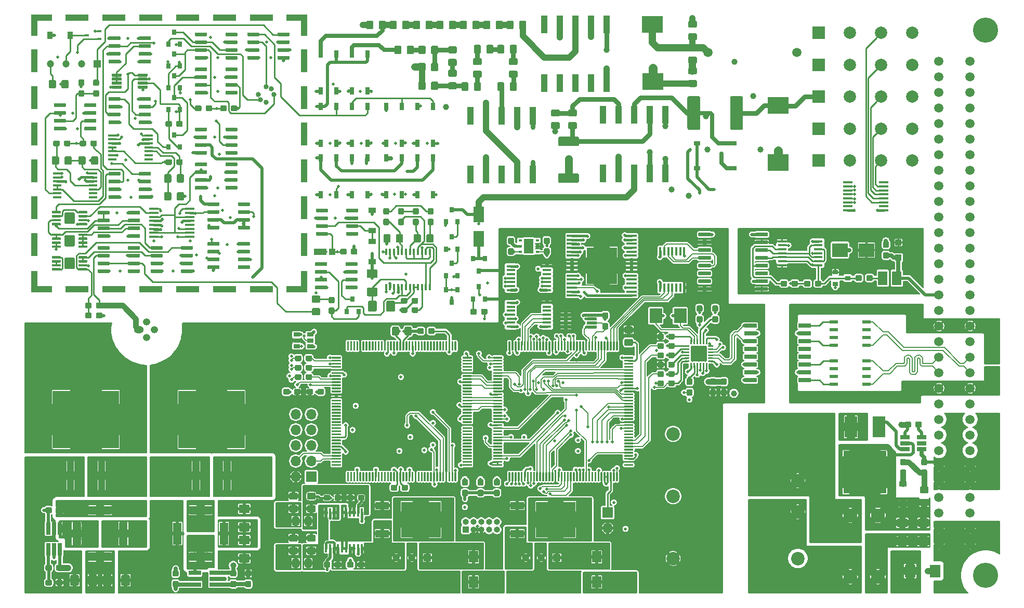
<source format=gbr>
G04 #@! TF.GenerationSoftware,KiCad,Pcbnew,5.1.5*
G04 #@! TF.CreationDate,2020-03-06T22:55:27+01:00*
G04 #@! TF.ProjectId,ETH1CDMM1,45544831-4344-44d4-9d31-2e6b69636164,rev?*
G04 #@! TF.SameCoordinates,Original*
G04 #@! TF.FileFunction,Copper,L1,Top*
G04 #@! TF.FilePolarity,Positive*
%FSLAX46Y46*%
G04 Gerber Fmt 4.6, Leading zero omitted, Abs format (unit mm)*
G04 Created by KiCad (PCBNEW 5.1.5) date 2020-03-06 22:55:27*
%MOMM*%
%LPD*%
G04 APERTURE LIST*
%ADD10R,5.000000X6.000000*%
%ADD11R,1.700000X0.380000*%
%ADD12R,3.800000X1.000000*%
%ADD13R,3.480000X1.000000*%
%ADD14R,1.000000X3.800000*%
%ADD15R,1.000000X3.480000*%
%ADD16C,0.840000*%
%ADD17C,0.100000*%
%ADD18C,0.500000*%
%ADD19R,1.200000X1.200000*%
%ADD20C,1.200000*%
%ADD21O,1.200000X1.200000*%
%ADD22O,1.600000X1.200000*%
%ADD23C,1.500000*%
%ADD24R,1.400000X3.600000*%
%ADD25R,3.600000X1.400000*%
%ADD26R,0.800000X1.200000*%
%ADD27R,1.450000X0.450000*%
%ADD28C,2.200000*%
%ADD29R,2.000000X2.400000*%
%ADD30R,0.600000X0.400000*%
%ADD31R,1.500000X2.400000*%
%ADD32R,1.500000X0.450000*%
%ADD33R,0.400000X1.100000*%
%ADD34R,1.060000X0.650000*%
%ADD35R,0.450000X1.450000*%
%ADD36R,10.800000X9.400000*%
%ADD37R,1.100000X4.600000*%
%ADD38R,6.400000X5.800000*%
%ADD39R,2.200000X1.200000*%
%ADD40R,4.200000X3.000000*%
%ADD41R,0.650000X2.000000*%
%ADD42R,2.000000X0.650000*%
%ADD43R,1.560000X0.650000*%
%ADD44R,1.399540X0.599440*%
%ADD45R,3.500000X2.800000*%
%ADD46R,0.800000X0.900000*%
%ADD47R,0.700000X0.450000*%
%ADD48R,7.000000X7.000000*%
%ADD49R,2.000000X3.500000*%
%ADD50R,1.500000X2.300000*%
%ADD51R,1.500000X1.900000*%
%ADD52C,2.300000*%
%ADD53R,2.000000X0.640000*%
%ADD54C,2.000000*%
%ADD55R,2.000000X2.000000*%
%ADD56R,1.000000X3.000000*%
%ADD57O,1.000000X1.000000*%
%ADD58R,1.000000X1.000000*%
%ADD59O,1.700000X1.700000*%
%ADD60R,1.700000X1.700000*%
%ADD61C,1.501140*%
%ADD62C,4.100000*%
%ADD63R,1.800000X2.500000*%
%ADD64R,1.200000X0.900000*%
%ADD65R,2.000000X1.000000*%
%ADD66R,0.900000X1.200000*%
%ADD67R,1.000000X0.700000*%
%ADD68R,2.500000X2.300000*%
%ADD69R,0.900000X0.800000*%
%ADD70R,1.778000X2.159000*%
%ADD71C,1.000000*%
%ADD72C,0.127000*%
%ADD73C,0.508000*%
%ADD74C,0.254000*%
%ADD75C,0.381000*%
%ADD76C,0.889000*%
%ADD77C,0.635000*%
%ADD78C,1.016000*%
%ADD79C,1.397000*%
%ADD80C,1.143000*%
%ADD81C,1.270000*%
%ADD82C,0.762000*%
%ADD83C,0.200000*%
G04 APERTURE END LIST*
D10*
X164528500Y-93980000D03*
D11*
X169378500Y-97555000D03*
X169378500Y-91055000D03*
X169378500Y-89105000D03*
X169378500Y-95605000D03*
X169378500Y-96255000D03*
X169378500Y-98855000D03*
X169378500Y-91705000D03*
X169378500Y-90405000D03*
X169378500Y-98205000D03*
X169378500Y-96905000D03*
X169378500Y-93005000D03*
X169378500Y-94305000D03*
X169378500Y-92355000D03*
X169378500Y-93655000D03*
X169378500Y-89755000D03*
X169378500Y-94955000D03*
X159678500Y-98855000D03*
X159678500Y-98205000D03*
X159678500Y-97555000D03*
X159678500Y-96905000D03*
X159678500Y-96255000D03*
X159678500Y-95605000D03*
X159678500Y-94955000D03*
X159678500Y-94305000D03*
X159678500Y-93655000D03*
X159678500Y-93005000D03*
X159678500Y-92355000D03*
X159678500Y-91705000D03*
X159678500Y-91055000D03*
X159678500Y-90405000D03*
X159678500Y-89755000D03*
X159678500Y-89105000D03*
D12*
X79078000Y-97790000D03*
X91078000Y-97790000D03*
D13*
X114828000Y-97790000D03*
D12*
X97078000Y-97790000D03*
X109078000Y-97790000D03*
X85078000Y-97790000D03*
D13*
X73328000Y-97790000D03*
D12*
X103078000Y-97790000D03*
D14*
X116078000Y-60540000D03*
X116078000Y-72540000D03*
X116078000Y-66540000D03*
X116078000Y-84540000D03*
D15*
X116078000Y-54790000D03*
D14*
X116078000Y-78540000D03*
X116078000Y-90540000D03*
D15*
X116078000Y-96540000D03*
D12*
X103078000Y-53540000D03*
D13*
X73328000Y-53540000D03*
D12*
X85078000Y-53540000D03*
X109078000Y-53540000D03*
X97078000Y-53540000D03*
D13*
X114828000Y-53540000D03*
D12*
X91078000Y-53540000D03*
X79078000Y-53540000D03*
D15*
X72078000Y-96540000D03*
X72078000Y-54790000D03*
D14*
X72078000Y-84540000D03*
X72078000Y-90540000D03*
X72078000Y-60540000D03*
X72078000Y-66540000D03*
X72078000Y-78540000D03*
X72078000Y-72540000D03*
D16*
X109855000Y-67310000D03*
X108966000Y-66929000D03*
X108585000Y-66040000D03*
X109855000Y-64770000D03*
X110744000Y-65151000D03*
X111125000Y-66040000D03*
G04 #@! TA.AperFunction,SMDPad,CuDef*
D17*
G36*
X80635802Y-88741482D02*
G01*
X80645509Y-88742921D01*
X80655028Y-88745306D01*
X80664268Y-88748612D01*
X80673140Y-88752808D01*
X80681557Y-88757853D01*
X80689439Y-88763699D01*
X80696711Y-88770289D01*
X80703301Y-88777561D01*
X80709147Y-88785443D01*
X80714192Y-88793860D01*
X80718388Y-88802732D01*
X80721694Y-88811972D01*
X80724079Y-88821491D01*
X80725518Y-88831198D01*
X80726000Y-88841000D01*
X80726000Y-89041000D01*
X80725518Y-89050802D01*
X80724079Y-89060509D01*
X80721694Y-89070028D01*
X80718388Y-89079268D01*
X80714192Y-89088140D01*
X80709147Y-89096557D01*
X80703301Y-89104439D01*
X80696711Y-89111711D01*
X80689439Y-89118301D01*
X80681557Y-89124147D01*
X80673140Y-89129192D01*
X80664268Y-89133388D01*
X80655028Y-89136694D01*
X80645509Y-89139079D01*
X80635802Y-89140518D01*
X80626000Y-89141000D01*
X79401000Y-89141000D01*
X79391198Y-89140518D01*
X79381491Y-89139079D01*
X79371972Y-89136694D01*
X79362732Y-89133388D01*
X79353860Y-89129192D01*
X79345443Y-89124147D01*
X79337561Y-89118301D01*
X79330289Y-89111711D01*
X79323699Y-89104439D01*
X79317853Y-89096557D01*
X79312808Y-89088140D01*
X79308612Y-89079268D01*
X79305306Y-89070028D01*
X79302921Y-89060509D01*
X79301482Y-89050802D01*
X79301000Y-89041000D01*
X79301000Y-88841000D01*
X79301482Y-88831198D01*
X79302921Y-88821491D01*
X79305306Y-88811972D01*
X79308612Y-88802732D01*
X79312808Y-88793860D01*
X79317853Y-88785443D01*
X79323699Y-88777561D01*
X79330289Y-88770289D01*
X79337561Y-88763699D01*
X79345443Y-88757853D01*
X79353860Y-88752808D01*
X79362732Y-88748612D01*
X79371972Y-88745306D01*
X79381491Y-88742921D01*
X79391198Y-88741482D01*
X79401000Y-88741000D01*
X80626000Y-88741000D01*
X80635802Y-88741482D01*
G37*
G04 #@! TD.AperFunction*
G04 #@! TA.AperFunction,SMDPad,CuDef*
G36*
X80635802Y-89391482D02*
G01*
X80645509Y-89392921D01*
X80655028Y-89395306D01*
X80664268Y-89398612D01*
X80673140Y-89402808D01*
X80681557Y-89407853D01*
X80689439Y-89413699D01*
X80696711Y-89420289D01*
X80703301Y-89427561D01*
X80709147Y-89435443D01*
X80714192Y-89443860D01*
X80718388Y-89452732D01*
X80721694Y-89461972D01*
X80724079Y-89471491D01*
X80725518Y-89481198D01*
X80726000Y-89491000D01*
X80726000Y-89691000D01*
X80725518Y-89700802D01*
X80724079Y-89710509D01*
X80721694Y-89720028D01*
X80718388Y-89729268D01*
X80714192Y-89738140D01*
X80709147Y-89746557D01*
X80703301Y-89754439D01*
X80696711Y-89761711D01*
X80689439Y-89768301D01*
X80681557Y-89774147D01*
X80673140Y-89779192D01*
X80664268Y-89783388D01*
X80655028Y-89786694D01*
X80645509Y-89789079D01*
X80635802Y-89790518D01*
X80626000Y-89791000D01*
X79401000Y-89791000D01*
X79391198Y-89790518D01*
X79381491Y-89789079D01*
X79371972Y-89786694D01*
X79362732Y-89783388D01*
X79353860Y-89779192D01*
X79345443Y-89774147D01*
X79337561Y-89768301D01*
X79330289Y-89761711D01*
X79323699Y-89754439D01*
X79317853Y-89746557D01*
X79312808Y-89738140D01*
X79308612Y-89729268D01*
X79305306Y-89720028D01*
X79302921Y-89710509D01*
X79301482Y-89700802D01*
X79301000Y-89691000D01*
X79301000Y-89491000D01*
X79301482Y-89481198D01*
X79302921Y-89471491D01*
X79305306Y-89461972D01*
X79308612Y-89452732D01*
X79312808Y-89443860D01*
X79317853Y-89435443D01*
X79323699Y-89427561D01*
X79330289Y-89420289D01*
X79337561Y-89413699D01*
X79345443Y-89407853D01*
X79353860Y-89402808D01*
X79362732Y-89398612D01*
X79371972Y-89395306D01*
X79381491Y-89392921D01*
X79391198Y-89391482D01*
X79401000Y-89391000D01*
X80626000Y-89391000D01*
X80635802Y-89391482D01*
G37*
G04 #@! TD.AperFunction*
G04 #@! TA.AperFunction,SMDPad,CuDef*
G36*
X80635802Y-90041482D02*
G01*
X80645509Y-90042921D01*
X80655028Y-90045306D01*
X80664268Y-90048612D01*
X80673140Y-90052808D01*
X80681557Y-90057853D01*
X80689439Y-90063699D01*
X80696711Y-90070289D01*
X80703301Y-90077561D01*
X80709147Y-90085443D01*
X80714192Y-90093860D01*
X80718388Y-90102732D01*
X80721694Y-90111972D01*
X80724079Y-90121491D01*
X80725518Y-90131198D01*
X80726000Y-90141000D01*
X80726000Y-90341000D01*
X80725518Y-90350802D01*
X80724079Y-90360509D01*
X80721694Y-90370028D01*
X80718388Y-90379268D01*
X80714192Y-90388140D01*
X80709147Y-90396557D01*
X80703301Y-90404439D01*
X80696711Y-90411711D01*
X80689439Y-90418301D01*
X80681557Y-90424147D01*
X80673140Y-90429192D01*
X80664268Y-90433388D01*
X80655028Y-90436694D01*
X80645509Y-90439079D01*
X80635802Y-90440518D01*
X80626000Y-90441000D01*
X79401000Y-90441000D01*
X79391198Y-90440518D01*
X79381491Y-90439079D01*
X79371972Y-90436694D01*
X79362732Y-90433388D01*
X79353860Y-90429192D01*
X79345443Y-90424147D01*
X79337561Y-90418301D01*
X79330289Y-90411711D01*
X79323699Y-90404439D01*
X79317853Y-90396557D01*
X79312808Y-90388140D01*
X79308612Y-90379268D01*
X79305306Y-90370028D01*
X79302921Y-90360509D01*
X79301482Y-90350802D01*
X79301000Y-90341000D01*
X79301000Y-90141000D01*
X79301482Y-90131198D01*
X79302921Y-90121491D01*
X79305306Y-90111972D01*
X79308612Y-90102732D01*
X79312808Y-90093860D01*
X79317853Y-90085443D01*
X79323699Y-90077561D01*
X79330289Y-90070289D01*
X79337561Y-90063699D01*
X79345443Y-90057853D01*
X79353860Y-90052808D01*
X79362732Y-90048612D01*
X79371972Y-90045306D01*
X79381491Y-90042921D01*
X79391198Y-90041482D01*
X79401000Y-90041000D01*
X80626000Y-90041000D01*
X80635802Y-90041482D01*
G37*
G04 #@! TD.AperFunction*
G04 #@! TA.AperFunction,SMDPad,CuDef*
G36*
X80635802Y-90691482D02*
G01*
X80645509Y-90692921D01*
X80655028Y-90695306D01*
X80664268Y-90698612D01*
X80673140Y-90702808D01*
X80681557Y-90707853D01*
X80689439Y-90713699D01*
X80696711Y-90720289D01*
X80703301Y-90727561D01*
X80709147Y-90735443D01*
X80714192Y-90743860D01*
X80718388Y-90752732D01*
X80721694Y-90761972D01*
X80724079Y-90771491D01*
X80725518Y-90781198D01*
X80726000Y-90791000D01*
X80726000Y-90991000D01*
X80725518Y-91000802D01*
X80724079Y-91010509D01*
X80721694Y-91020028D01*
X80718388Y-91029268D01*
X80714192Y-91038140D01*
X80709147Y-91046557D01*
X80703301Y-91054439D01*
X80696711Y-91061711D01*
X80689439Y-91068301D01*
X80681557Y-91074147D01*
X80673140Y-91079192D01*
X80664268Y-91083388D01*
X80655028Y-91086694D01*
X80645509Y-91089079D01*
X80635802Y-91090518D01*
X80626000Y-91091000D01*
X79401000Y-91091000D01*
X79391198Y-91090518D01*
X79381491Y-91089079D01*
X79371972Y-91086694D01*
X79362732Y-91083388D01*
X79353860Y-91079192D01*
X79345443Y-91074147D01*
X79337561Y-91068301D01*
X79330289Y-91061711D01*
X79323699Y-91054439D01*
X79317853Y-91046557D01*
X79312808Y-91038140D01*
X79308612Y-91029268D01*
X79305306Y-91020028D01*
X79302921Y-91010509D01*
X79301482Y-91000802D01*
X79301000Y-90991000D01*
X79301000Y-90791000D01*
X79301482Y-90781198D01*
X79302921Y-90771491D01*
X79305306Y-90761972D01*
X79308612Y-90752732D01*
X79312808Y-90743860D01*
X79317853Y-90735443D01*
X79323699Y-90727561D01*
X79330289Y-90720289D01*
X79337561Y-90713699D01*
X79345443Y-90707853D01*
X79353860Y-90702808D01*
X79362732Y-90698612D01*
X79371972Y-90695306D01*
X79381491Y-90692921D01*
X79391198Y-90691482D01*
X79401000Y-90691000D01*
X80626000Y-90691000D01*
X80635802Y-90691482D01*
G37*
G04 #@! TD.AperFunction*
G04 #@! TA.AperFunction,SMDPad,CuDef*
G36*
X76310802Y-90691482D02*
G01*
X76320509Y-90692921D01*
X76330028Y-90695306D01*
X76339268Y-90698612D01*
X76348140Y-90702808D01*
X76356557Y-90707853D01*
X76364439Y-90713699D01*
X76371711Y-90720289D01*
X76378301Y-90727561D01*
X76384147Y-90735443D01*
X76389192Y-90743860D01*
X76393388Y-90752732D01*
X76396694Y-90761972D01*
X76399079Y-90771491D01*
X76400518Y-90781198D01*
X76401000Y-90791000D01*
X76401000Y-90991000D01*
X76400518Y-91000802D01*
X76399079Y-91010509D01*
X76396694Y-91020028D01*
X76393388Y-91029268D01*
X76389192Y-91038140D01*
X76384147Y-91046557D01*
X76378301Y-91054439D01*
X76371711Y-91061711D01*
X76364439Y-91068301D01*
X76356557Y-91074147D01*
X76348140Y-91079192D01*
X76339268Y-91083388D01*
X76330028Y-91086694D01*
X76320509Y-91089079D01*
X76310802Y-91090518D01*
X76301000Y-91091000D01*
X75076000Y-91091000D01*
X75066198Y-91090518D01*
X75056491Y-91089079D01*
X75046972Y-91086694D01*
X75037732Y-91083388D01*
X75028860Y-91079192D01*
X75020443Y-91074147D01*
X75012561Y-91068301D01*
X75005289Y-91061711D01*
X74998699Y-91054439D01*
X74992853Y-91046557D01*
X74987808Y-91038140D01*
X74983612Y-91029268D01*
X74980306Y-91020028D01*
X74977921Y-91010509D01*
X74976482Y-91000802D01*
X74976000Y-90991000D01*
X74976000Y-90791000D01*
X74976482Y-90781198D01*
X74977921Y-90771491D01*
X74980306Y-90761972D01*
X74983612Y-90752732D01*
X74987808Y-90743860D01*
X74992853Y-90735443D01*
X74998699Y-90727561D01*
X75005289Y-90720289D01*
X75012561Y-90713699D01*
X75020443Y-90707853D01*
X75028860Y-90702808D01*
X75037732Y-90698612D01*
X75046972Y-90695306D01*
X75056491Y-90692921D01*
X75066198Y-90691482D01*
X75076000Y-90691000D01*
X76301000Y-90691000D01*
X76310802Y-90691482D01*
G37*
G04 #@! TD.AperFunction*
G04 #@! TA.AperFunction,SMDPad,CuDef*
G36*
X76310802Y-90041482D02*
G01*
X76320509Y-90042921D01*
X76330028Y-90045306D01*
X76339268Y-90048612D01*
X76348140Y-90052808D01*
X76356557Y-90057853D01*
X76364439Y-90063699D01*
X76371711Y-90070289D01*
X76378301Y-90077561D01*
X76384147Y-90085443D01*
X76389192Y-90093860D01*
X76393388Y-90102732D01*
X76396694Y-90111972D01*
X76399079Y-90121491D01*
X76400518Y-90131198D01*
X76401000Y-90141000D01*
X76401000Y-90341000D01*
X76400518Y-90350802D01*
X76399079Y-90360509D01*
X76396694Y-90370028D01*
X76393388Y-90379268D01*
X76389192Y-90388140D01*
X76384147Y-90396557D01*
X76378301Y-90404439D01*
X76371711Y-90411711D01*
X76364439Y-90418301D01*
X76356557Y-90424147D01*
X76348140Y-90429192D01*
X76339268Y-90433388D01*
X76330028Y-90436694D01*
X76320509Y-90439079D01*
X76310802Y-90440518D01*
X76301000Y-90441000D01*
X75076000Y-90441000D01*
X75066198Y-90440518D01*
X75056491Y-90439079D01*
X75046972Y-90436694D01*
X75037732Y-90433388D01*
X75028860Y-90429192D01*
X75020443Y-90424147D01*
X75012561Y-90418301D01*
X75005289Y-90411711D01*
X74998699Y-90404439D01*
X74992853Y-90396557D01*
X74987808Y-90388140D01*
X74983612Y-90379268D01*
X74980306Y-90370028D01*
X74977921Y-90360509D01*
X74976482Y-90350802D01*
X74976000Y-90341000D01*
X74976000Y-90141000D01*
X74976482Y-90131198D01*
X74977921Y-90121491D01*
X74980306Y-90111972D01*
X74983612Y-90102732D01*
X74987808Y-90093860D01*
X74992853Y-90085443D01*
X74998699Y-90077561D01*
X75005289Y-90070289D01*
X75012561Y-90063699D01*
X75020443Y-90057853D01*
X75028860Y-90052808D01*
X75037732Y-90048612D01*
X75046972Y-90045306D01*
X75056491Y-90042921D01*
X75066198Y-90041482D01*
X75076000Y-90041000D01*
X76301000Y-90041000D01*
X76310802Y-90041482D01*
G37*
G04 #@! TD.AperFunction*
G04 #@! TA.AperFunction,SMDPad,CuDef*
G36*
X76310802Y-89391482D02*
G01*
X76320509Y-89392921D01*
X76330028Y-89395306D01*
X76339268Y-89398612D01*
X76348140Y-89402808D01*
X76356557Y-89407853D01*
X76364439Y-89413699D01*
X76371711Y-89420289D01*
X76378301Y-89427561D01*
X76384147Y-89435443D01*
X76389192Y-89443860D01*
X76393388Y-89452732D01*
X76396694Y-89461972D01*
X76399079Y-89471491D01*
X76400518Y-89481198D01*
X76401000Y-89491000D01*
X76401000Y-89691000D01*
X76400518Y-89700802D01*
X76399079Y-89710509D01*
X76396694Y-89720028D01*
X76393388Y-89729268D01*
X76389192Y-89738140D01*
X76384147Y-89746557D01*
X76378301Y-89754439D01*
X76371711Y-89761711D01*
X76364439Y-89768301D01*
X76356557Y-89774147D01*
X76348140Y-89779192D01*
X76339268Y-89783388D01*
X76330028Y-89786694D01*
X76320509Y-89789079D01*
X76310802Y-89790518D01*
X76301000Y-89791000D01*
X75076000Y-89791000D01*
X75066198Y-89790518D01*
X75056491Y-89789079D01*
X75046972Y-89786694D01*
X75037732Y-89783388D01*
X75028860Y-89779192D01*
X75020443Y-89774147D01*
X75012561Y-89768301D01*
X75005289Y-89761711D01*
X74998699Y-89754439D01*
X74992853Y-89746557D01*
X74987808Y-89738140D01*
X74983612Y-89729268D01*
X74980306Y-89720028D01*
X74977921Y-89710509D01*
X74976482Y-89700802D01*
X74976000Y-89691000D01*
X74976000Y-89491000D01*
X74976482Y-89481198D01*
X74977921Y-89471491D01*
X74980306Y-89461972D01*
X74983612Y-89452732D01*
X74987808Y-89443860D01*
X74992853Y-89435443D01*
X74998699Y-89427561D01*
X75005289Y-89420289D01*
X75012561Y-89413699D01*
X75020443Y-89407853D01*
X75028860Y-89402808D01*
X75037732Y-89398612D01*
X75046972Y-89395306D01*
X75056491Y-89392921D01*
X75066198Y-89391482D01*
X75076000Y-89391000D01*
X76301000Y-89391000D01*
X76310802Y-89391482D01*
G37*
G04 #@! TD.AperFunction*
G04 #@! TA.AperFunction,SMDPad,CuDef*
G36*
X76310802Y-88741482D02*
G01*
X76320509Y-88742921D01*
X76330028Y-88745306D01*
X76339268Y-88748612D01*
X76348140Y-88752808D01*
X76356557Y-88757853D01*
X76364439Y-88763699D01*
X76371711Y-88770289D01*
X76378301Y-88777561D01*
X76384147Y-88785443D01*
X76389192Y-88793860D01*
X76393388Y-88802732D01*
X76396694Y-88811972D01*
X76399079Y-88821491D01*
X76400518Y-88831198D01*
X76401000Y-88841000D01*
X76401000Y-89041000D01*
X76400518Y-89050802D01*
X76399079Y-89060509D01*
X76396694Y-89070028D01*
X76393388Y-89079268D01*
X76389192Y-89088140D01*
X76384147Y-89096557D01*
X76378301Y-89104439D01*
X76371711Y-89111711D01*
X76364439Y-89118301D01*
X76356557Y-89124147D01*
X76348140Y-89129192D01*
X76339268Y-89133388D01*
X76330028Y-89136694D01*
X76320509Y-89139079D01*
X76310802Y-89140518D01*
X76301000Y-89141000D01*
X75076000Y-89141000D01*
X75066198Y-89140518D01*
X75056491Y-89139079D01*
X75046972Y-89136694D01*
X75037732Y-89133388D01*
X75028860Y-89129192D01*
X75020443Y-89124147D01*
X75012561Y-89118301D01*
X75005289Y-89111711D01*
X74998699Y-89104439D01*
X74992853Y-89096557D01*
X74987808Y-89088140D01*
X74983612Y-89079268D01*
X74980306Y-89070028D01*
X74977921Y-89060509D01*
X74976482Y-89050802D01*
X74976000Y-89041000D01*
X74976000Y-88841000D01*
X74976482Y-88831198D01*
X74977921Y-88821491D01*
X74980306Y-88811972D01*
X74983612Y-88802732D01*
X74987808Y-88793860D01*
X74992853Y-88785443D01*
X74998699Y-88777561D01*
X75005289Y-88770289D01*
X75012561Y-88763699D01*
X75020443Y-88757853D01*
X75028860Y-88752808D01*
X75037732Y-88748612D01*
X75046972Y-88745306D01*
X75056491Y-88742921D01*
X75066198Y-88741482D01*
X75076000Y-88741000D01*
X76301000Y-88741000D01*
X76310802Y-88741482D01*
G37*
G04 #@! TD.AperFunction*
D18*
X78401000Y-90566000D03*
X77301000Y-90566000D03*
X78401000Y-89266000D03*
X77301000Y-89266000D03*
G04 #@! TA.AperFunction,SMDPad,CuDef*
D17*
G36*
X78490504Y-88992204D02*
G01*
X78514773Y-88995804D01*
X78538571Y-89001765D01*
X78561671Y-89010030D01*
X78583849Y-89020520D01*
X78604893Y-89033133D01*
X78624598Y-89047747D01*
X78642777Y-89064223D01*
X78659253Y-89082402D01*
X78673867Y-89102107D01*
X78686480Y-89123151D01*
X78696970Y-89145329D01*
X78705235Y-89168429D01*
X78711196Y-89192227D01*
X78714796Y-89216496D01*
X78716000Y-89241000D01*
X78716000Y-90591000D01*
X78714796Y-90615504D01*
X78711196Y-90639773D01*
X78705235Y-90663571D01*
X78696970Y-90686671D01*
X78686480Y-90708849D01*
X78673867Y-90729893D01*
X78659253Y-90749598D01*
X78642777Y-90767777D01*
X78624598Y-90784253D01*
X78604893Y-90798867D01*
X78583849Y-90811480D01*
X78561671Y-90821970D01*
X78538571Y-90830235D01*
X78514773Y-90836196D01*
X78490504Y-90839796D01*
X78466000Y-90841000D01*
X77236000Y-90841000D01*
X77211496Y-90839796D01*
X77187227Y-90836196D01*
X77163429Y-90830235D01*
X77140329Y-90821970D01*
X77118151Y-90811480D01*
X77097107Y-90798867D01*
X77077402Y-90784253D01*
X77059223Y-90767777D01*
X77042747Y-90749598D01*
X77028133Y-90729893D01*
X77015520Y-90708849D01*
X77005030Y-90686671D01*
X76996765Y-90663571D01*
X76990804Y-90639773D01*
X76987204Y-90615504D01*
X76986000Y-90591000D01*
X76986000Y-89241000D01*
X76987204Y-89216496D01*
X76990804Y-89192227D01*
X76996765Y-89168429D01*
X77005030Y-89145329D01*
X77015520Y-89123151D01*
X77028133Y-89102107D01*
X77042747Y-89082402D01*
X77059223Y-89064223D01*
X77077402Y-89047747D01*
X77097107Y-89033133D01*
X77118151Y-89020520D01*
X77140329Y-89010030D01*
X77163429Y-89001765D01*
X77187227Y-88995804D01*
X77211496Y-88992204D01*
X77236000Y-88991000D01*
X78466000Y-88991000D01*
X78490504Y-88992204D01*
G37*
G04 #@! TD.AperFunction*
G04 #@! TA.AperFunction,SMDPad,CuDef*
G36*
X80635802Y-92424482D02*
G01*
X80645509Y-92425921D01*
X80655028Y-92428306D01*
X80664268Y-92431612D01*
X80673140Y-92435808D01*
X80681557Y-92440853D01*
X80689439Y-92446699D01*
X80696711Y-92453289D01*
X80703301Y-92460561D01*
X80709147Y-92468443D01*
X80714192Y-92476860D01*
X80718388Y-92485732D01*
X80721694Y-92494972D01*
X80724079Y-92504491D01*
X80725518Y-92514198D01*
X80726000Y-92524000D01*
X80726000Y-92724000D01*
X80725518Y-92733802D01*
X80724079Y-92743509D01*
X80721694Y-92753028D01*
X80718388Y-92762268D01*
X80714192Y-92771140D01*
X80709147Y-92779557D01*
X80703301Y-92787439D01*
X80696711Y-92794711D01*
X80689439Y-92801301D01*
X80681557Y-92807147D01*
X80673140Y-92812192D01*
X80664268Y-92816388D01*
X80655028Y-92819694D01*
X80645509Y-92822079D01*
X80635802Y-92823518D01*
X80626000Y-92824000D01*
X79401000Y-92824000D01*
X79391198Y-92823518D01*
X79381491Y-92822079D01*
X79371972Y-92819694D01*
X79362732Y-92816388D01*
X79353860Y-92812192D01*
X79345443Y-92807147D01*
X79337561Y-92801301D01*
X79330289Y-92794711D01*
X79323699Y-92787439D01*
X79317853Y-92779557D01*
X79312808Y-92771140D01*
X79308612Y-92762268D01*
X79305306Y-92753028D01*
X79302921Y-92743509D01*
X79301482Y-92733802D01*
X79301000Y-92724000D01*
X79301000Y-92524000D01*
X79301482Y-92514198D01*
X79302921Y-92504491D01*
X79305306Y-92494972D01*
X79308612Y-92485732D01*
X79312808Y-92476860D01*
X79317853Y-92468443D01*
X79323699Y-92460561D01*
X79330289Y-92453289D01*
X79337561Y-92446699D01*
X79345443Y-92440853D01*
X79353860Y-92435808D01*
X79362732Y-92431612D01*
X79371972Y-92428306D01*
X79381491Y-92425921D01*
X79391198Y-92424482D01*
X79401000Y-92424000D01*
X80626000Y-92424000D01*
X80635802Y-92424482D01*
G37*
G04 #@! TD.AperFunction*
G04 #@! TA.AperFunction,SMDPad,CuDef*
G36*
X80635802Y-93074482D02*
G01*
X80645509Y-93075921D01*
X80655028Y-93078306D01*
X80664268Y-93081612D01*
X80673140Y-93085808D01*
X80681557Y-93090853D01*
X80689439Y-93096699D01*
X80696711Y-93103289D01*
X80703301Y-93110561D01*
X80709147Y-93118443D01*
X80714192Y-93126860D01*
X80718388Y-93135732D01*
X80721694Y-93144972D01*
X80724079Y-93154491D01*
X80725518Y-93164198D01*
X80726000Y-93174000D01*
X80726000Y-93374000D01*
X80725518Y-93383802D01*
X80724079Y-93393509D01*
X80721694Y-93403028D01*
X80718388Y-93412268D01*
X80714192Y-93421140D01*
X80709147Y-93429557D01*
X80703301Y-93437439D01*
X80696711Y-93444711D01*
X80689439Y-93451301D01*
X80681557Y-93457147D01*
X80673140Y-93462192D01*
X80664268Y-93466388D01*
X80655028Y-93469694D01*
X80645509Y-93472079D01*
X80635802Y-93473518D01*
X80626000Y-93474000D01*
X79401000Y-93474000D01*
X79391198Y-93473518D01*
X79381491Y-93472079D01*
X79371972Y-93469694D01*
X79362732Y-93466388D01*
X79353860Y-93462192D01*
X79345443Y-93457147D01*
X79337561Y-93451301D01*
X79330289Y-93444711D01*
X79323699Y-93437439D01*
X79317853Y-93429557D01*
X79312808Y-93421140D01*
X79308612Y-93412268D01*
X79305306Y-93403028D01*
X79302921Y-93393509D01*
X79301482Y-93383802D01*
X79301000Y-93374000D01*
X79301000Y-93174000D01*
X79301482Y-93164198D01*
X79302921Y-93154491D01*
X79305306Y-93144972D01*
X79308612Y-93135732D01*
X79312808Y-93126860D01*
X79317853Y-93118443D01*
X79323699Y-93110561D01*
X79330289Y-93103289D01*
X79337561Y-93096699D01*
X79345443Y-93090853D01*
X79353860Y-93085808D01*
X79362732Y-93081612D01*
X79371972Y-93078306D01*
X79381491Y-93075921D01*
X79391198Y-93074482D01*
X79401000Y-93074000D01*
X80626000Y-93074000D01*
X80635802Y-93074482D01*
G37*
G04 #@! TD.AperFunction*
G04 #@! TA.AperFunction,SMDPad,CuDef*
G36*
X80635802Y-93724482D02*
G01*
X80645509Y-93725921D01*
X80655028Y-93728306D01*
X80664268Y-93731612D01*
X80673140Y-93735808D01*
X80681557Y-93740853D01*
X80689439Y-93746699D01*
X80696711Y-93753289D01*
X80703301Y-93760561D01*
X80709147Y-93768443D01*
X80714192Y-93776860D01*
X80718388Y-93785732D01*
X80721694Y-93794972D01*
X80724079Y-93804491D01*
X80725518Y-93814198D01*
X80726000Y-93824000D01*
X80726000Y-94024000D01*
X80725518Y-94033802D01*
X80724079Y-94043509D01*
X80721694Y-94053028D01*
X80718388Y-94062268D01*
X80714192Y-94071140D01*
X80709147Y-94079557D01*
X80703301Y-94087439D01*
X80696711Y-94094711D01*
X80689439Y-94101301D01*
X80681557Y-94107147D01*
X80673140Y-94112192D01*
X80664268Y-94116388D01*
X80655028Y-94119694D01*
X80645509Y-94122079D01*
X80635802Y-94123518D01*
X80626000Y-94124000D01*
X79401000Y-94124000D01*
X79391198Y-94123518D01*
X79381491Y-94122079D01*
X79371972Y-94119694D01*
X79362732Y-94116388D01*
X79353860Y-94112192D01*
X79345443Y-94107147D01*
X79337561Y-94101301D01*
X79330289Y-94094711D01*
X79323699Y-94087439D01*
X79317853Y-94079557D01*
X79312808Y-94071140D01*
X79308612Y-94062268D01*
X79305306Y-94053028D01*
X79302921Y-94043509D01*
X79301482Y-94033802D01*
X79301000Y-94024000D01*
X79301000Y-93824000D01*
X79301482Y-93814198D01*
X79302921Y-93804491D01*
X79305306Y-93794972D01*
X79308612Y-93785732D01*
X79312808Y-93776860D01*
X79317853Y-93768443D01*
X79323699Y-93760561D01*
X79330289Y-93753289D01*
X79337561Y-93746699D01*
X79345443Y-93740853D01*
X79353860Y-93735808D01*
X79362732Y-93731612D01*
X79371972Y-93728306D01*
X79381491Y-93725921D01*
X79391198Y-93724482D01*
X79401000Y-93724000D01*
X80626000Y-93724000D01*
X80635802Y-93724482D01*
G37*
G04 #@! TD.AperFunction*
G04 #@! TA.AperFunction,SMDPad,CuDef*
G36*
X80635802Y-94374482D02*
G01*
X80645509Y-94375921D01*
X80655028Y-94378306D01*
X80664268Y-94381612D01*
X80673140Y-94385808D01*
X80681557Y-94390853D01*
X80689439Y-94396699D01*
X80696711Y-94403289D01*
X80703301Y-94410561D01*
X80709147Y-94418443D01*
X80714192Y-94426860D01*
X80718388Y-94435732D01*
X80721694Y-94444972D01*
X80724079Y-94454491D01*
X80725518Y-94464198D01*
X80726000Y-94474000D01*
X80726000Y-94674000D01*
X80725518Y-94683802D01*
X80724079Y-94693509D01*
X80721694Y-94703028D01*
X80718388Y-94712268D01*
X80714192Y-94721140D01*
X80709147Y-94729557D01*
X80703301Y-94737439D01*
X80696711Y-94744711D01*
X80689439Y-94751301D01*
X80681557Y-94757147D01*
X80673140Y-94762192D01*
X80664268Y-94766388D01*
X80655028Y-94769694D01*
X80645509Y-94772079D01*
X80635802Y-94773518D01*
X80626000Y-94774000D01*
X79401000Y-94774000D01*
X79391198Y-94773518D01*
X79381491Y-94772079D01*
X79371972Y-94769694D01*
X79362732Y-94766388D01*
X79353860Y-94762192D01*
X79345443Y-94757147D01*
X79337561Y-94751301D01*
X79330289Y-94744711D01*
X79323699Y-94737439D01*
X79317853Y-94729557D01*
X79312808Y-94721140D01*
X79308612Y-94712268D01*
X79305306Y-94703028D01*
X79302921Y-94693509D01*
X79301482Y-94683802D01*
X79301000Y-94674000D01*
X79301000Y-94474000D01*
X79301482Y-94464198D01*
X79302921Y-94454491D01*
X79305306Y-94444972D01*
X79308612Y-94435732D01*
X79312808Y-94426860D01*
X79317853Y-94418443D01*
X79323699Y-94410561D01*
X79330289Y-94403289D01*
X79337561Y-94396699D01*
X79345443Y-94390853D01*
X79353860Y-94385808D01*
X79362732Y-94381612D01*
X79371972Y-94378306D01*
X79381491Y-94375921D01*
X79391198Y-94374482D01*
X79401000Y-94374000D01*
X80626000Y-94374000D01*
X80635802Y-94374482D01*
G37*
G04 #@! TD.AperFunction*
G04 #@! TA.AperFunction,SMDPad,CuDef*
G36*
X76310802Y-94374482D02*
G01*
X76320509Y-94375921D01*
X76330028Y-94378306D01*
X76339268Y-94381612D01*
X76348140Y-94385808D01*
X76356557Y-94390853D01*
X76364439Y-94396699D01*
X76371711Y-94403289D01*
X76378301Y-94410561D01*
X76384147Y-94418443D01*
X76389192Y-94426860D01*
X76393388Y-94435732D01*
X76396694Y-94444972D01*
X76399079Y-94454491D01*
X76400518Y-94464198D01*
X76401000Y-94474000D01*
X76401000Y-94674000D01*
X76400518Y-94683802D01*
X76399079Y-94693509D01*
X76396694Y-94703028D01*
X76393388Y-94712268D01*
X76389192Y-94721140D01*
X76384147Y-94729557D01*
X76378301Y-94737439D01*
X76371711Y-94744711D01*
X76364439Y-94751301D01*
X76356557Y-94757147D01*
X76348140Y-94762192D01*
X76339268Y-94766388D01*
X76330028Y-94769694D01*
X76320509Y-94772079D01*
X76310802Y-94773518D01*
X76301000Y-94774000D01*
X75076000Y-94774000D01*
X75066198Y-94773518D01*
X75056491Y-94772079D01*
X75046972Y-94769694D01*
X75037732Y-94766388D01*
X75028860Y-94762192D01*
X75020443Y-94757147D01*
X75012561Y-94751301D01*
X75005289Y-94744711D01*
X74998699Y-94737439D01*
X74992853Y-94729557D01*
X74987808Y-94721140D01*
X74983612Y-94712268D01*
X74980306Y-94703028D01*
X74977921Y-94693509D01*
X74976482Y-94683802D01*
X74976000Y-94674000D01*
X74976000Y-94474000D01*
X74976482Y-94464198D01*
X74977921Y-94454491D01*
X74980306Y-94444972D01*
X74983612Y-94435732D01*
X74987808Y-94426860D01*
X74992853Y-94418443D01*
X74998699Y-94410561D01*
X75005289Y-94403289D01*
X75012561Y-94396699D01*
X75020443Y-94390853D01*
X75028860Y-94385808D01*
X75037732Y-94381612D01*
X75046972Y-94378306D01*
X75056491Y-94375921D01*
X75066198Y-94374482D01*
X75076000Y-94374000D01*
X76301000Y-94374000D01*
X76310802Y-94374482D01*
G37*
G04 #@! TD.AperFunction*
G04 #@! TA.AperFunction,SMDPad,CuDef*
G36*
X76310802Y-93724482D02*
G01*
X76320509Y-93725921D01*
X76330028Y-93728306D01*
X76339268Y-93731612D01*
X76348140Y-93735808D01*
X76356557Y-93740853D01*
X76364439Y-93746699D01*
X76371711Y-93753289D01*
X76378301Y-93760561D01*
X76384147Y-93768443D01*
X76389192Y-93776860D01*
X76393388Y-93785732D01*
X76396694Y-93794972D01*
X76399079Y-93804491D01*
X76400518Y-93814198D01*
X76401000Y-93824000D01*
X76401000Y-94024000D01*
X76400518Y-94033802D01*
X76399079Y-94043509D01*
X76396694Y-94053028D01*
X76393388Y-94062268D01*
X76389192Y-94071140D01*
X76384147Y-94079557D01*
X76378301Y-94087439D01*
X76371711Y-94094711D01*
X76364439Y-94101301D01*
X76356557Y-94107147D01*
X76348140Y-94112192D01*
X76339268Y-94116388D01*
X76330028Y-94119694D01*
X76320509Y-94122079D01*
X76310802Y-94123518D01*
X76301000Y-94124000D01*
X75076000Y-94124000D01*
X75066198Y-94123518D01*
X75056491Y-94122079D01*
X75046972Y-94119694D01*
X75037732Y-94116388D01*
X75028860Y-94112192D01*
X75020443Y-94107147D01*
X75012561Y-94101301D01*
X75005289Y-94094711D01*
X74998699Y-94087439D01*
X74992853Y-94079557D01*
X74987808Y-94071140D01*
X74983612Y-94062268D01*
X74980306Y-94053028D01*
X74977921Y-94043509D01*
X74976482Y-94033802D01*
X74976000Y-94024000D01*
X74976000Y-93824000D01*
X74976482Y-93814198D01*
X74977921Y-93804491D01*
X74980306Y-93794972D01*
X74983612Y-93785732D01*
X74987808Y-93776860D01*
X74992853Y-93768443D01*
X74998699Y-93760561D01*
X75005289Y-93753289D01*
X75012561Y-93746699D01*
X75020443Y-93740853D01*
X75028860Y-93735808D01*
X75037732Y-93731612D01*
X75046972Y-93728306D01*
X75056491Y-93725921D01*
X75066198Y-93724482D01*
X75076000Y-93724000D01*
X76301000Y-93724000D01*
X76310802Y-93724482D01*
G37*
G04 #@! TD.AperFunction*
G04 #@! TA.AperFunction,SMDPad,CuDef*
G36*
X76310802Y-93074482D02*
G01*
X76320509Y-93075921D01*
X76330028Y-93078306D01*
X76339268Y-93081612D01*
X76348140Y-93085808D01*
X76356557Y-93090853D01*
X76364439Y-93096699D01*
X76371711Y-93103289D01*
X76378301Y-93110561D01*
X76384147Y-93118443D01*
X76389192Y-93126860D01*
X76393388Y-93135732D01*
X76396694Y-93144972D01*
X76399079Y-93154491D01*
X76400518Y-93164198D01*
X76401000Y-93174000D01*
X76401000Y-93374000D01*
X76400518Y-93383802D01*
X76399079Y-93393509D01*
X76396694Y-93403028D01*
X76393388Y-93412268D01*
X76389192Y-93421140D01*
X76384147Y-93429557D01*
X76378301Y-93437439D01*
X76371711Y-93444711D01*
X76364439Y-93451301D01*
X76356557Y-93457147D01*
X76348140Y-93462192D01*
X76339268Y-93466388D01*
X76330028Y-93469694D01*
X76320509Y-93472079D01*
X76310802Y-93473518D01*
X76301000Y-93474000D01*
X75076000Y-93474000D01*
X75066198Y-93473518D01*
X75056491Y-93472079D01*
X75046972Y-93469694D01*
X75037732Y-93466388D01*
X75028860Y-93462192D01*
X75020443Y-93457147D01*
X75012561Y-93451301D01*
X75005289Y-93444711D01*
X74998699Y-93437439D01*
X74992853Y-93429557D01*
X74987808Y-93421140D01*
X74983612Y-93412268D01*
X74980306Y-93403028D01*
X74977921Y-93393509D01*
X74976482Y-93383802D01*
X74976000Y-93374000D01*
X74976000Y-93174000D01*
X74976482Y-93164198D01*
X74977921Y-93154491D01*
X74980306Y-93144972D01*
X74983612Y-93135732D01*
X74987808Y-93126860D01*
X74992853Y-93118443D01*
X74998699Y-93110561D01*
X75005289Y-93103289D01*
X75012561Y-93096699D01*
X75020443Y-93090853D01*
X75028860Y-93085808D01*
X75037732Y-93081612D01*
X75046972Y-93078306D01*
X75056491Y-93075921D01*
X75066198Y-93074482D01*
X75076000Y-93074000D01*
X76301000Y-93074000D01*
X76310802Y-93074482D01*
G37*
G04 #@! TD.AperFunction*
G04 #@! TA.AperFunction,SMDPad,CuDef*
G36*
X76310802Y-92424482D02*
G01*
X76320509Y-92425921D01*
X76330028Y-92428306D01*
X76339268Y-92431612D01*
X76348140Y-92435808D01*
X76356557Y-92440853D01*
X76364439Y-92446699D01*
X76371711Y-92453289D01*
X76378301Y-92460561D01*
X76384147Y-92468443D01*
X76389192Y-92476860D01*
X76393388Y-92485732D01*
X76396694Y-92494972D01*
X76399079Y-92504491D01*
X76400518Y-92514198D01*
X76401000Y-92524000D01*
X76401000Y-92724000D01*
X76400518Y-92733802D01*
X76399079Y-92743509D01*
X76396694Y-92753028D01*
X76393388Y-92762268D01*
X76389192Y-92771140D01*
X76384147Y-92779557D01*
X76378301Y-92787439D01*
X76371711Y-92794711D01*
X76364439Y-92801301D01*
X76356557Y-92807147D01*
X76348140Y-92812192D01*
X76339268Y-92816388D01*
X76330028Y-92819694D01*
X76320509Y-92822079D01*
X76310802Y-92823518D01*
X76301000Y-92824000D01*
X75076000Y-92824000D01*
X75066198Y-92823518D01*
X75056491Y-92822079D01*
X75046972Y-92819694D01*
X75037732Y-92816388D01*
X75028860Y-92812192D01*
X75020443Y-92807147D01*
X75012561Y-92801301D01*
X75005289Y-92794711D01*
X74998699Y-92787439D01*
X74992853Y-92779557D01*
X74987808Y-92771140D01*
X74983612Y-92762268D01*
X74980306Y-92753028D01*
X74977921Y-92743509D01*
X74976482Y-92733802D01*
X74976000Y-92724000D01*
X74976000Y-92524000D01*
X74976482Y-92514198D01*
X74977921Y-92504491D01*
X74980306Y-92494972D01*
X74983612Y-92485732D01*
X74987808Y-92476860D01*
X74992853Y-92468443D01*
X74998699Y-92460561D01*
X75005289Y-92453289D01*
X75012561Y-92446699D01*
X75020443Y-92440853D01*
X75028860Y-92435808D01*
X75037732Y-92431612D01*
X75046972Y-92428306D01*
X75056491Y-92425921D01*
X75066198Y-92424482D01*
X75076000Y-92424000D01*
X76301000Y-92424000D01*
X76310802Y-92424482D01*
G37*
G04 #@! TD.AperFunction*
D18*
X78401000Y-94249000D03*
X77301000Y-94249000D03*
X78401000Y-92949000D03*
X77301000Y-92949000D03*
G04 #@! TA.AperFunction,SMDPad,CuDef*
D17*
G36*
X78490504Y-92675204D02*
G01*
X78514773Y-92678804D01*
X78538571Y-92684765D01*
X78561671Y-92693030D01*
X78583849Y-92703520D01*
X78604893Y-92716133D01*
X78624598Y-92730747D01*
X78642777Y-92747223D01*
X78659253Y-92765402D01*
X78673867Y-92785107D01*
X78686480Y-92806151D01*
X78696970Y-92828329D01*
X78705235Y-92851429D01*
X78711196Y-92875227D01*
X78714796Y-92899496D01*
X78716000Y-92924000D01*
X78716000Y-94274000D01*
X78714796Y-94298504D01*
X78711196Y-94322773D01*
X78705235Y-94346571D01*
X78696970Y-94369671D01*
X78686480Y-94391849D01*
X78673867Y-94412893D01*
X78659253Y-94432598D01*
X78642777Y-94450777D01*
X78624598Y-94467253D01*
X78604893Y-94481867D01*
X78583849Y-94494480D01*
X78561671Y-94504970D01*
X78538571Y-94513235D01*
X78514773Y-94519196D01*
X78490504Y-94522796D01*
X78466000Y-94524000D01*
X77236000Y-94524000D01*
X77211496Y-94522796D01*
X77187227Y-94519196D01*
X77163429Y-94513235D01*
X77140329Y-94504970D01*
X77118151Y-94494480D01*
X77097107Y-94481867D01*
X77077402Y-94467253D01*
X77059223Y-94450777D01*
X77042747Y-94432598D01*
X77028133Y-94412893D01*
X77015520Y-94391849D01*
X77005030Y-94369671D01*
X76996765Y-94346571D01*
X76990804Y-94322773D01*
X76987204Y-94298504D01*
X76986000Y-94274000D01*
X76986000Y-92924000D01*
X76987204Y-92899496D01*
X76990804Y-92875227D01*
X76996765Y-92851429D01*
X77005030Y-92828329D01*
X77015520Y-92806151D01*
X77028133Y-92785107D01*
X77042747Y-92765402D01*
X77059223Y-92747223D01*
X77077402Y-92730747D01*
X77097107Y-92716133D01*
X77118151Y-92703520D01*
X77140329Y-92693030D01*
X77163429Y-92684765D01*
X77187227Y-92678804D01*
X77211496Y-92675204D01*
X77236000Y-92674000D01*
X78466000Y-92674000D01*
X78490504Y-92675204D01*
G37*
G04 #@! TD.AperFunction*
D19*
X157226000Y-141605000D03*
D20*
X154686000Y-141605000D03*
X152146000Y-141605000D03*
G04 #@! TA.AperFunction,SMDPad,CuDef*
D17*
G36*
X149574351Y-127654361D02*
G01*
X149581632Y-127655441D01*
X149588771Y-127657229D01*
X149595701Y-127659709D01*
X149602355Y-127662856D01*
X149608668Y-127666640D01*
X149614579Y-127671024D01*
X149620033Y-127675967D01*
X149624976Y-127681421D01*
X149629360Y-127687332D01*
X149633144Y-127693645D01*
X149636291Y-127700299D01*
X149638771Y-127707229D01*
X149640559Y-127714368D01*
X149641639Y-127721649D01*
X149642000Y-127729000D01*
X149642000Y-129054000D01*
X149641639Y-129061351D01*
X149640559Y-129068632D01*
X149638771Y-129075771D01*
X149636291Y-129082701D01*
X149633144Y-129089355D01*
X149629360Y-129095668D01*
X149624976Y-129101579D01*
X149620033Y-129107033D01*
X149614579Y-129111976D01*
X149608668Y-129116360D01*
X149602355Y-129120144D01*
X149595701Y-129123291D01*
X149588771Y-129125771D01*
X149581632Y-129127559D01*
X149574351Y-129128639D01*
X149567000Y-129129000D01*
X149417000Y-129129000D01*
X149409649Y-129128639D01*
X149402368Y-129127559D01*
X149395229Y-129125771D01*
X149388299Y-129123291D01*
X149381645Y-129120144D01*
X149375332Y-129116360D01*
X149369421Y-129111976D01*
X149363967Y-129107033D01*
X149359024Y-129101579D01*
X149354640Y-129095668D01*
X149350856Y-129089355D01*
X149347709Y-129082701D01*
X149345229Y-129075771D01*
X149343441Y-129068632D01*
X149342361Y-129061351D01*
X149342000Y-129054000D01*
X149342000Y-127729000D01*
X149342361Y-127721649D01*
X149343441Y-127714368D01*
X149345229Y-127707229D01*
X149347709Y-127700299D01*
X149350856Y-127693645D01*
X149354640Y-127687332D01*
X149359024Y-127681421D01*
X149363967Y-127675967D01*
X149369421Y-127671024D01*
X149375332Y-127666640D01*
X149381645Y-127662856D01*
X149388299Y-127659709D01*
X149395229Y-127657229D01*
X149402368Y-127655441D01*
X149409649Y-127654361D01*
X149417000Y-127654000D01*
X149567000Y-127654000D01*
X149574351Y-127654361D01*
G37*
G04 #@! TD.AperFunction*
G04 #@! TA.AperFunction,SMDPad,CuDef*
G36*
X150074351Y-127654361D02*
G01*
X150081632Y-127655441D01*
X150088771Y-127657229D01*
X150095701Y-127659709D01*
X150102355Y-127662856D01*
X150108668Y-127666640D01*
X150114579Y-127671024D01*
X150120033Y-127675967D01*
X150124976Y-127681421D01*
X150129360Y-127687332D01*
X150133144Y-127693645D01*
X150136291Y-127700299D01*
X150138771Y-127707229D01*
X150140559Y-127714368D01*
X150141639Y-127721649D01*
X150142000Y-127729000D01*
X150142000Y-129054000D01*
X150141639Y-129061351D01*
X150140559Y-129068632D01*
X150138771Y-129075771D01*
X150136291Y-129082701D01*
X150133144Y-129089355D01*
X150129360Y-129095668D01*
X150124976Y-129101579D01*
X150120033Y-129107033D01*
X150114579Y-129111976D01*
X150108668Y-129116360D01*
X150102355Y-129120144D01*
X150095701Y-129123291D01*
X150088771Y-129125771D01*
X150081632Y-129127559D01*
X150074351Y-129128639D01*
X150067000Y-129129000D01*
X149917000Y-129129000D01*
X149909649Y-129128639D01*
X149902368Y-129127559D01*
X149895229Y-129125771D01*
X149888299Y-129123291D01*
X149881645Y-129120144D01*
X149875332Y-129116360D01*
X149869421Y-129111976D01*
X149863967Y-129107033D01*
X149859024Y-129101579D01*
X149854640Y-129095668D01*
X149850856Y-129089355D01*
X149847709Y-129082701D01*
X149845229Y-129075771D01*
X149843441Y-129068632D01*
X149842361Y-129061351D01*
X149842000Y-129054000D01*
X149842000Y-127729000D01*
X149842361Y-127721649D01*
X149843441Y-127714368D01*
X149845229Y-127707229D01*
X149847709Y-127700299D01*
X149850856Y-127693645D01*
X149854640Y-127687332D01*
X149859024Y-127681421D01*
X149863967Y-127675967D01*
X149869421Y-127671024D01*
X149875332Y-127666640D01*
X149881645Y-127662856D01*
X149888299Y-127659709D01*
X149895229Y-127657229D01*
X149902368Y-127655441D01*
X149909649Y-127654361D01*
X149917000Y-127654000D01*
X150067000Y-127654000D01*
X150074351Y-127654361D01*
G37*
G04 #@! TD.AperFunction*
G04 #@! TA.AperFunction,SMDPad,CuDef*
G36*
X150574351Y-127654361D02*
G01*
X150581632Y-127655441D01*
X150588771Y-127657229D01*
X150595701Y-127659709D01*
X150602355Y-127662856D01*
X150608668Y-127666640D01*
X150614579Y-127671024D01*
X150620033Y-127675967D01*
X150624976Y-127681421D01*
X150629360Y-127687332D01*
X150633144Y-127693645D01*
X150636291Y-127700299D01*
X150638771Y-127707229D01*
X150640559Y-127714368D01*
X150641639Y-127721649D01*
X150642000Y-127729000D01*
X150642000Y-129054000D01*
X150641639Y-129061351D01*
X150640559Y-129068632D01*
X150638771Y-129075771D01*
X150636291Y-129082701D01*
X150633144Y-129089355D01*
X150629360Y-129095668D01*
X150624976Y-129101579D01*
X150620033Y-129107033D01*
X150614579Y-129111976D01*
X150608668Y-129116360D01*
X150602355Y-129120144D01*
X150595701Y-129123291D01*
X150588771Y-129125771D01*
X150581632Y-129127559D01*
X150574351Y-129128639D01*
X150567000Y-129129000D01*
X150417000Y-129129000D01*
X150409649Y-129128639D01*
X150402368Y-129127559D01*
X150395229Y-129125771D01*
X150388299Y-129123291D01*
X150381645Y-129120144D01*
X150375332Y-129116360D01*
X150369421Y-129111976D01*
X150363967Y-129107033D01*
X150359024Y-129101579D01*
X150354640Y-129095668D01*
X150350856Y-129089355D01*
X150347709Y-129082701D01*
X150345229Y-129075771D01*
X150343441Y-129068632D01*
X150342361Y-129061351D01*
X150342000Y-129054000D01*
X150342000Y-127729000D01*
X150342361Y-127721649D01*
X150343441Y-127714368D01*
X150345229Y-127707229D01*
X150347709Y-127700299D01*
X150350856Y-127693645D01*
X150354640Y-127687332D01*
X150359024Y-127681421D01*
X150363967Y-127675967D01*
X150369421Y-127671024D01*
X150375332Y-127666640D01*
X150381645Y-127662856D01*
X150388299Y-127659709D01*
X150395229Y-127657229D01*
X150402368Y-127655441D01*
X150409649Y-127654361D01*
X150417000Y-127654000D01*
X150567000Y-127654000D01*
X150574351Y-127654361D01*
G37*
G04 #@! TD.AperFunction*
G04 #@! TA.AperFunction,SMDPad,CuDef*
G36*
X151074351Y-127654361D02*
G01*
X151081632Y-127655441D01*
X151088771Y-127657229D01*
X151095701Y-127659709D01*
X151102355Y-127662856D01*
X151108668Y-127666640D01*
X151114579Y-127671024D01*
X151120033Y-127675967D01*
X151124976Y-127681421D01*
X151129360Y-127687332D01*
X151133144Y-127693645D01*
X151136291Y-127700299D01*
X151138771Y-127707229D01*
X151140559Y-127714368D01*
X151141639Y-127721649D01*
X151142000Y-127729000D01*
X151142000Y-129054000D01*
X151141639Y-129061351D01*
X151140559Y-129068632D01*
X151138771Y-129075771D01*
X151136291Y-129082701D01*
X151133144Y-129089355D01*
X151129360Y-129095668D01*
X151124976Y-129101579D01*
X151120033Y-129107033D01*
X151114579Y-129111976D01*
X151108668Y-129116360D01*
X151102355Y-129120144D01*
X151095701Y-129123291D01*
X151088771Y-129125771D01*
X151081632Y-129127559D01*
X151074351Y-129128639D01*
X151067000Y-129129000D01*
X150917000Y-129129000D01*
X150909649Y-129128639D01*
X150902368Y-129127559D01*
X150895229Y-129125771D01*
X150888299Y-129123291D01*
X150881645Y-129120144D01*
X150875332Y-129116360D01*
X150869421Y-129111976D01*
X150863967Y-129107033D01*
X150859024Y-129101579D01*
X150854640Y-129095668D01*
X150850856Y-129089355D01*
X150847709Y-129082701D01*
X150845229Y-129075771D01*
X150843441Y-129068632D01*
X150842361Y-129061351D01*
X150842000Y-129054000D01*
X150842000Y-127729000D01*
X150842361Y-127721649D01*
X150843441Y-127714368D01*
X150845229Y-127707229D01*
X150847709Y-127700299D01*
X150850856Y-127693645D01*
X150854640Y-127687332D01*
X150859024Y-127681421D01*
X150863967Y-127675967D01*
X150869421Y-127671024D01*
X150875332Y-127666640D01*
X150881645Y-127662856D01*
X150888299Y-127659709D01*
X150895229Y-127657229D01*
X150902368Y-127655441D01*
X150909649Y-127654361D01*
X150917000Y-127654000D01*
X151067000Y-127654000D01*
X151074351Y-127654361D01*
G37*
G04 #@! TD.AperFunction*
G04 #@! TA.AperFunction,SMDPad,CuDef*
G36*
X151574351Y-127654361D02*
G01*
X151581632Y-127655441D01*
X151588771Y-127657229D01*
X151595701Y-127659709D01*
X151602355Y-127662856D01*
X151608668Y-127666640D01*
X151614579Y-127671024D01*
X151620033Y-127675967D01*
X151624976Y-127681421D01*
X151629360Y-127687332D01*
X151633144Y-127693645D01*
X151636291Y-127700299D01*
X151638771Y-127707229D01*
X151640559Y-127714368D01*
X151641639Y-127721649D01*
X151642000Y-127729000D01*
X151642000Y-129054000D01*
X151641639Y-129061351D01*
X151640559Y-129068632D01*
X151638771Y-129075771D01*
X151636291Y-129082701D01*
X151633144Y-129089355D01*
X151629360Y-129095668D01*
X151624976Y-129101579D01*
X151620033Y-129107033D01*
X151614579Y-129111976D01*
X151608668Y-129116360D01*
X151602355Y-129120144D01*
X151595701Y-129123291D01*
X151588771Y-129125771D01*
X151581632Y-129127559D01*
X151574351Y-129128639D01*
X151567000Y-129129000D01*
X151417000Y-129129000D01*
X151409649Y-129128639D01*
X151402368Y-129127559D01*
X151395229Y-129125771D01*
X151388299Y-129123291D01*
X151381645Y-129120144D01*
X151375332Y-129116360D01*
X151369421Y-129111976D01*
X151363967Y-129107033D01*
X151359024Y-129101579D01*
X151354640Y-129095668D01*
X151350856Y-129089355D01*
X151347709Y-129082701D01*
X151345229Y-129075771D01*
X151343441Y-129068632D01*
X151342361Y-129061351D01*
X151342000Y-129054000D01*
X151342000Y-127729000D01*
X151342361Y-127721649D01*
X151343441Y-127714368D01*
X151345229Y-127707229D01*
X151347709Y-127700299D01*
X151350856Y-127693645D01*
X151354640Y-127687332D01*
X151359024Y-127681421D01*
X151363967Y-127675967D01*
X151369421Y-127671024D01*
X151375332Y-127666640D01*
X151381645Y-127662856D01*
X151388299Y-127659709D01*
X151395229Y-127657229D01*
X151402368Y-127655441D01*
X151409649Y-127654361D01*
X151417000Y-127654000D01*
X151567000Y-127654000D01*
X151574351Y-127654361D01*
G37*
G04 #@! TD.AperFunction*
G04 #@! TA.AperFunction,SMDPad,CuDef*
G36*
X152074351Y-127654361D02*
G01*
X152081632Y-127655441D01*
X152088771Y-127657229D01*
X152095701Y-127659709D01*
X152102355Y-127662856D01*
X152108668Y-127666640D01*
X152114579Y-127671024D01*
X152120033Y-127675967D01*
X152124976Y-127681421D01*
X152129360Y-127687332D01*
X152133144Y-127693645D01*
X152136291Y-127700299D01*
X152138771Y-127707229D01*
X152140559Y-127714368D01*
X152141639Y-127721649D01*
X152142000Y-127729000D01*
X152142000Y-129054000D01*
X152141639Y-129061351D01*
X152140559Y-129068632D01*
X152138771Y-129075771D01*
X152136291Y-129082701D01*
X152133144Y-129089355D01*
X152129360Y-129095668D01*
X152124976Y-129101579D01*
X152120033Y-129107033D01*
X152114579Y-129111976D01*
X152108668Y-129116360D01*
X152102355Y-129120144D01*
X152095701Y-129123291D01*
X152088771Y-129125771D01*
X152081632Y-129127559D01*
X152074351Y-129128639D01*
X152067000Y-129129000D01*
X151917000Y-129129000D01*
X151909649Y-129128639D01*
X151902368Y-129127559D01*
X151895229Y-129125771D01*
X151888299Y-129123291D01*
X151881645Y-129120144D01*
X151875332Y-129116360D01*
X151869421Y-129111976D01*
X151863967Y-129107033D01*
X151859024Y-129101579D01*
X151854640Y-129095668D01*
X151850856Y-129089355D01*
X151847709Y-129082701D01*
X151845229Y-129075771D01*
X151843441Y-129068632D01*
X151842361Y-129061351D01*
X151842000Y-129054000D01*
X151842000Y-127729000D01*
X151842361Y-127721649D01*
X151843441Y-127714368D01*
X151845229Y-127707229D01*
X151847709Y-127700299D01*
X151850856Y-127693645D01*
X151854640Y-127687332D01*
X151859024Y-127681421D01*
X151863967Y-127675967D01*
X151869421Y-127671024D01*
X151875332Y-127666640D01*
X151881645Y-127662856D01*
X151888299Y-127659709D01*
X151895229Y-127657229D01*
X151902368Y-127655441D01*
X151909649Y-127654361D01*
X151917000Y-127654000D01*
X152067000Y-127654000D01*
X152074351Y-127654361D01*
G37*
G04 #@! TD.AperFunction*
G04 #@! TA.AperFunction,SMDPad,CuDef*
G36*
X152574351Y-127654361D02*
G01*
X152581632Y-127655441D01*
X152588771Y-127657229D01*
X152595701Y-127659709D01*
X152602355Y-127662856D01*
X152608668Y-127666640D01*
X152614579Y-127671024D01*
X152620033Y-127675967D01*
X152624976Y-127681421D01*
X152629360Y-127687332D01*
X152633144Y-127693645D01*
X152636291Y-127700299D01*
X152638771Y-127707229D01*
X152640559Y-127714368D01*
X152641639Y-127721649D01*
X152642000Y-127729000D01*
X152642000Y-129054000D01*
X152641639Y-129061351D01*
X152640559Y-129068632D01*
X152638771Y-129075771D01*
X152636291Y-129082701D01*
X152633144Y-129089355D01*
X152629360Y-129095668D01*
X152624976Y-129101579D01*
X152620033Y-129107033D01*
X152614579Y-129111976D01*
X152608668Y-129116360D01*
X152602355Y-129120144D01*
X152595701Y-129123291D01*
X152588771Y-129125771D01*
X152581632Y-129127559D01*
X152574351Y-129128639D01*
X152567000Y-129129000D01*
X152417000Y-129129000D01*
X152409649Y-129128639D01*
X152402368Y-129127559D01*
X152395229Y-129125771D01*
X152388299Y-129123291D01*
X152381645Y-129120144D01*
X152375332Y-129116360D01*
X152369421Y-129111976D01*
X152363967Y-129107033D01*
X152359024Y-129101579D01*
X152354640Y-129095668D01*
X152350856Y-129089355D01*
X152347709Y-129082701D01*
X152345229Y-129075771D01*
X152343441Y-129068632D01*
X152342361Y-129061351D01*
X152342000Y-129054000D01*
X152342000Y-127729000D01*
X152342361Y-127721649D01*
X152343441Y-127714368D01*
X152345229Y-127707229D01*
X152347709Y-127700299D01*
X152350856Y-127693645D01*
X152354640Y-127687332D01*
X152359024Y-127681421D01*
X152363967Y-127675967D01*
X152369421Y-127671024D01*
X152375332Y-127666640D01*
X152381645Y-127662856D01*
X152388299Y-127659709D01*
X152395229Y-127657229D01*
X152402368Y-127655441D01*
X152409649Y-127654361D01*
X152417000Y-127654000D01*
X152567000Y-127654000D01*
X152574351Y-127654361D01*
G37*
G04 #@! TD.AperFunction*
G04 #@! TA.AperFunction,SMDPad,CuDef*
G36*
X153074351Y-127654361D02*
G01*
X153081632Y-127655441D01*
X153088771Y-127657229D01*
X153095701Y-127659709D01*
X153102355Y-127662856D01*
X153108668Y-127666640D01*
X153114579Y-127671024D01*
X153120033Y-127675967D01*
X153124976Y-127681421D01*
X153129360Y-127687332D01*
X153133144Y-127693645D01*
X153136291Y-127700299D01*
X153138771Y-127707229D01*
X153140559Y-127714368D01*
X153141639Y-127721649D01*
X153142000Y-127729000D01*
X153142000Y-129054000D01*
X153141639Y-129061351D01*
X153140559Y-129068632D01*
X153138771Y-129075771D01*
X153136291Y-129082701D01*
X153133144Y-129089355D01*
X153129360Y-129095668D01*
X153124976Y-129101579D01*
X153120033Y-129107033D01*
X153114579Y-129111976D01*
X153108668Y-129116360D01*
X153102355Y-129120144D01*
X153095701Y-129123291D01*
X153088771Y-129125771D01*
X153081632Y-129127559D01*
X153074351Y-129128639D01*
X153067000Y-129129000D01*
X152917000Y-129129000D01*
X152909649Y-129128639D01*
X152902368Y-129127559D01*
X152895229Y-129125771D01*
X152888299Y-129123291D01*
X152881645Y-129120144D01*
X152875332Y-129116360D01*
X152869421Y-129111976D01*
X152863967Y-129107033D01*
X152859024Y-129101579D01*
X152854640Y-129095668D01*
X152850856Y-129089355D01*
X152847709Y-129082701D01*
X152845229Y-129075771D01*
X152843441Y-129068632D01*
X152842361Y-129061351D01*
X152842000Y-129054000D01*
X152842000Y-127729000D01*
X152842361Y-127721649D01*
X152843441Y-127714368D01*
X152845229Y-127707229D01*
X152847709Y-127700299D01*
X152850856Y-127693645D01*
X152854640Y-127687332D01*
X152859024Y-127681421D01*
X152863967Y-127675967D01*
X152869421Y-127671024D01*
X152875332Y-127666640D01*
X152881645Y-127662856D01*
X152888299Y-127659709D01*
X152895229Y-127657229D01*
X152902368Y-127655441D01*
X152909649Y-127654361D01*
X152917000Y-127654000D01*
X153067000Y-127654000D01*
X153074351Y-127654361D01*
G37*
G04 #@! TD.AperFunction*
G04 #@! TA.AperFunction,SMDPad,CuDef*
G36*
X153574351Y-127654361D02*
G01*
X153581632Y-127655441D01*
X153588771Y-127657229D01*
X153595701Y-127659709D01*
X153602355Y-127662856D01*
X153608668Y-127666640D01*
X153614579Y-127671024D01*
X153620033Y-127675967D01*
X153624976Y-127681421D01*
X153629360Y-127687332D01*
X153633144Y-127693645D01*
X153636291Y-127700299D01*
X153638771Y-127707229D01*
X153640559Y-127714368D01*
X153641639Y-127721649D01*
X153642000Y-127729000D01*
X153642000Y-129054000D01*
X153641639Y-129061351D01*
X153640559Y-129068632D01*
X153638771Y-129075771D01*
X153636291Y-129082701D01*
X153633144Y-129089355D01*
X153629360Y-129095668D01*
X153624976Y-129101579D01*
X153620033Y-129107033D01*
X153614579Y-129111976D01*
X153608668Y-129116360D01*
X153602355Y-129120144D01*
X153595701Y-129123291D01*
X153588771Y-129125771D01*
X153581632Y-129127559D01*
X153574351Y-129128639D01*
X153567000Y-129129000D01*
X153417000Y-129129000D01*
X153409649Y-129128639D01*
X153402368Y-129127559D01*
X153395229Y-129125771D01*
X153388299Y-129123291D01*
X153381645Y-129120144D01*
X153375332Y-129116360D01*
X153369421Y-129111976D01*
X153363967Y-129107033D01*
X153359024Y-129101579D01*
X153354640Y-129095668D01*
X153350856Y-129089355D01*
X153347709Y-129082701D01*
X153345229Y-129075771D01*
X153343441Y-129068632D01*
X153342361Y-129061351D01*
X153342000Y-129054000D01*
X153342000Y-127729000D01*
X153342361Y-127721649D01*
X153343441Y-127714368D01*
X153345229Y-127707229D01*
X153347709Y-127700299D01*
X153350856Y-127693645D01*
X153354640Y-127687332D01*
X153359024Y-127681421D01*
X153363967Y-127675967D01*
X153369421Y-127671024D01*
X153375332Y-127666640D01*
X153381645Y-127662856D01*
X153388299Y-127659709D01*
X153395229Y-127657229D01*
X153402368Y-127655441D01*
X153409649Y-127654361D01*
X153417000Y-127654000D01*
X153567000Y-127654000D01*
X153574351Y-127654361D01*
G37*
G04 #@! TD.AperFunction*
G04 #@! TA.AperFunction,SMDPad,CuDef*
G36*
X154074351Y-127654361D02*
G01*
X154081632Y-127655441D01*
X154088771Y-127657229D01*
X154095701Y-127659709D01*
X154102355Y-127662856D01*
X154108668Y-127666640D01*
X154114579Y-127671024D01*
X154120033Y-127675967D01*
X154124976Y-127681421D01*
X154129360Y-127687332D01*
X154133144Y-127693645D01*
X154136291Y-127700299D01*
X154138771Y-127707229D01*
X154140559Y-127714368D01*
X154141639Y-127721649D01*
X154142000Y-127729000D01*
X154142000Y-129054000D01*
X154141639Y-129061351D01*
X154140559Y-129068632D01*
X154138771Y-129075771D01*
X154136291Y-129082701D01*
X154133144Y-129089355D01*
X154129360Y-129095668D01*
X154124976Y-129101579D01*
X154120033Y-129107033D01*
X154114579Y-129111976D01*
X154108668Y-129116360D01*
X154102355Y-129120144D01*
X154095701Y-129123291D01*
X154088771Y-129125771D01*
X154081632Y-129127559D01*
X154074351Y-129128639D01*
X154067000Y-129129000D01*
X153917000Y-129129000D01*
X153909649Y-129128639D01*
X153902368Y-129127559D01*
X153895229Y-129125771D01*
X153888299Y-129123291D01*
X153881645Y-129120144D01*
X153875332Y-129116360D01*
X153869421Y-129111976D01*
X153863967Y-129107033D01*
X153859024Y-129101579D01*
X153854640Y-129095668D01*
X153850856Y-129089355D01*
X153847709Y-129082701D01*
X153845229Y-129075771D01*
X153843441Y-129068632D01*
X153842361Y-129061351D01*
X153842000Y-129054000D01*
X153842000Y-127729000D01*
X153842361Y-127721649D01*
X153843441Y-127714368D01*
X153845229Y-127707229D01*
X153847709Y-127700299D01*
X153850856Y-127693645D01*
X153854640Y-127687332D01*
X153859024Y-127681421D01*
X153863967Y-127675967D01*
X153869421Y-127671024D01*
X153875332Y-127666640D01*
X153881645Y-127662856D01*
X153888299Y-127659709D01*
X153895229Y-127657229D01*
X153902368Y-127655441D01*
X153909649Y-127654361D01*
X153917000Y-127654000D01*
X154067000Y-127654000D01*
X154074351Y-127654361D01*
G37*
G04 #@! TD.AperFunction*
G04 #@! TA.AperFunction,SMDPad,CuDef*
G36*
X154574351Y-127654361D02*
G01*
X154581632Y-127655441D01*
X154588771Y-127657229D01*
X154595701Y-127659709D01*
X154602355Y-127662856D01*
X154608668Y-127666640D01*
X154614579Y-127671024D01*
X154620033Y-127675967D01*
X154624976Y-127681421D01*
X154629360Y-127687332D01*
X154633144Y-127693645D01*
X154636291Y-127700299D01*
X154638771Y-127707229D01*
X154640559Y-127714368D01*
X154641639Y-127721649D01*
X154642000Y-127729000D01*
X154642000Y-129054000D01*
X154641639Y-129061351D01*
X154640559Y-129068632D01*
X154638771Y-129075771D01*
X154636291Y-129082701D01*
X154633144Y-129089355D01*
X154629360Y-129095668D01*
X154624976Y-129101579D01*
X154620033Y-129107033D01*
X154614579Y-129111976D01*
X154608668Y-129116360D01*
X154602355Y-129120144D01*
X154595701Y-129123291D01*
X154588771Y-129125771D01*
X154581632Y-129127559D01*
X154574351Y-129128639D01*
X154567000Y-129129000D01*
X154417000Y-129129000D01*
X154409649Y-129128639D01*
X154402368Y-129127559D01*
X154395229Y-129125771D01*
X154388299Y-129123291D01*
X154381645Y-129120144D01*
X154375332Y-129116360D01*
X154369421Y-129111976D01*
X154363967Y-129107033D01*
X154359024Y-129101579D01*
X154354640Y-129095668D01*
X154350856Y-129089355D01*
X154347709Y-129082701D01*
X154345229Y-129075771D01*
X154343441Y-129068632D01*
X154342361Y-129061351D01*
X154342000Y-129054000D01*
X154342000Y-127729000D01*
X154342361Y-127721649D01*
X154343441Y-127714368D01*
X154345229Y-127707229D01*
X154347709Y-127700299D01*
X154350856Y-127693645D01*
X154354640Y-127687332D01*
X154359024Y-127681421D01*
X154363967Y-127675967D01*
X154369421Y-127671024D01*
X154375332Y-127666640D01*
X154381645Y-127662856D01*
X154388299Y-127659709D01*
X154395229Y-127657229D01*
X154402368Y-127655441D01*
X154409649Y-127654361D01*
X154417000Y-127654000D01*
X154567000Y-127654000D01*
X154574351Y-127654361D01*
G37*
G04 #@! TD.AperFunction*
G04 #@! TA.AperFunction,SMDPad,CuDef*
G36*
X155074351Y-127654361D02*
G01*
X155081632Y-127655441D01*
X155088771Y-127657229D01*
X155095701Y-127659709D01*
X155102355Y-127662856D01*
X155108668Y-127666640D01*
X155114579Y-127671024D01*
X155120033Y-127675967D01*
X155124976Y-127681421D01*
X155129360Y-127687332D01*
X155133144Y-127693645D01*
X155136291Y-127700299D01*
X155138771Y-127707229D01*
X155140559Y-127714368D01*
X155141639Y-127721649D01*
X155142000Y-127729000D01*
X155142000Y-129054000D01*
X155141639Y-129061351D01*
X155140559Y-129068632D01*
X155138771Y-129075771D01*
X155136291Y-129082701D01*
X155133144Y-129089355D01*
X155129360Y-129095668D01*
X155124976Y-129101579D01*
X155120033Y-129107033D01*
X155114579Y-129111976D01*
X155108668Y-129116360D01*
X155102355Y-129120144D01*
X155095701Y-129123291D01*
X155088771Y-129125771D01*
X155081632Y-129127559D01*
X155074351Y-129128639D01*
X155067000Y-129129000D01*
X154917000Y-129129000D01*
X154909649Y-129128639D01*
X154902368Y-129127559D01*
X154895229Y-129125771D01*
X154888299Y-129123291D01*
X154881645Y-129120144D01*
X154875332Y-129116360D01*
X154869421Y-129111976D01*
X154863967Y-129107033D01*
X154859024Y-129101579D01*
X154854640Y-129095668D01*
X154850856Y-129089355D01*
X154847709Y-129082701D01*
X154845229Y-129075771D01*
X154843441Y-129068632D01*
X154842361Y-129061351D01*
X154842000Y-129054000D01*
X154842000Y-127729000D01*
X154842361Y-127721649D01*
X154843441Y-127714368D01*
X154845229Y-127707229D01*
X154847709Y-127700299D01*
X154850856Y-127693645D01*
X154854640Y-127687332D01*
X154859024Y-127681421D01*
X154863967Y-127675967D01*
X154869421Y-127671024D01*
X154875332Y-127666640D01*
X154881645Y-127662856D01*
X154888299Y-127659709D01*
X154895229Y-127657229D01*
X154902368Y-127655441D01*
X154909649Y-127654361D01*
X154917000Y-127654000D01*
X155067000Y-127654000D01*
X155074351Y-127654361D01*
G37*
G04 #@! TD.AperFunction*
G04 #@! TA.AperFunction,SMDPad,CuDef*
G36*
X155574351Y-127654361D02*
G01*
X155581632Y-127655441D01*
X155588771Y-127657229D01*
X155595701Y-127659709D01*
X155602355Y-127662856D01*
X155608668Y-127666640D01*
X155614579Y-127671024D01*
X155620033Y-127675967D01*
X155624976Y-127681421D01*
X155629360Y-127687332D01*
X155633144Y-127693645D01*
X155636291Y-127700299D01*
X155638771Y-127707229D01*
X155640559Y-127714368D01*
X155641639Y-127721649D01*
X155642000Y-127729000D01*
X155642000Y-129054000D01*
X155641639Y-129061351D01*
X155640559Y-129068632D01*
X155638771Y-129075771D01*
X155636291Y-129082701D01*
X155633144Y-129089355D01*
X155629360Y-129095668D01*
X155624976Y-129101579D01*
X155620033Y-129107033D01*
X155614579Y-129111976D01*
X155608668Y-129116360D01*
X155602355Y-129120144D01*
X155595701Y-129123291D01*
X155588771Y-129125771D01*
X155581632Y-129127559D01*
X155574351Y-129128639D01*
X155567000Y-129129000D01*
X155417000Y-129129000D01*
X155409649Y-129128639D01*
X155402368Y-129127559D01*
X155395229Y-129125771D01*
X155388299Y-129123291D01*
X155381645Y-129120144D01*
X155375332Y-129116360D01*
X155369421Y-129111976D01*
X155363967Y-129107033D01*
X155359024Y-129101579D01*
X155354640Y-129095668D01*
X155350856Y-129089355D01*
X155347709Y-129082701D01*
X155345229Y-129075771D01*
X155343441Y-129068632D01*
X155342361Y-129061351D01*
X155342000Y-129054000D01*
X155342000Y-127729000D01*
X155342361Y-127721649D01*
X155343441Y-127714368D01*
X155345229Y-127707229D01*
X155347709Y-127700299D01*
X155350856Y-127693645D01*
X155354640Y-127687332D01*
X155359024Y-127681421D01*
X155363967Y-127675967D01*
X155369421Y-127671024D01*
X155375332Y-127666640D01*
X155381645Y-127662856D01*
X155388299Y-127659709D01*
X155395229Y-127657229D01*
X155402368Y-127655441D01*
X155409649Y-127654361D01*
X155417000Y-127654000D01*
X155567000Y-127654000D01*
X155574351Y-127654361D01*
G37*
G04 #@! TD.AperFunction*
G04 #@! TA.AperFunction,SMDPad,CuDef*
G36*
X156074351Y-127654361D02*
G01*
X156081632Y-127655441D01*
X156088771Y-127657229D01*
X156095701Y-127659709D01*
X156102355Y-127662856D01*
X156108668Y-127666640D01*
X156114579Y-127671024D01*
X156120033Y-127675967D01*
X156124976Y-127681421D01*
X156129360Y-127687332D01*
X156133144Y-127693645D01*
X156136291Y-127700299D01*
X156138771Y-127707229D01*
X156140559Y-127714368D01*
X156141639Y-127721649D01*
X156142000Y-127729000D01*
X156142000Y-129054000D01*
X156141639Y-129061351D01*
X156140559Y-129068632D01*
X156138771Y-129075771D01*
X156136291Y-129082701D01*
X156133144Y-129089355D01*
X156129360Y-129095668D01*
X156124976Y-129101579D01*
X156120033Y-129107033D01*
X156114579Y-129111976D01*
X156108668Y-129116360D01*
X156102355Y-129120144D01*
X156095701Y-129123291D01*
X156088771Y-129125771D01*
X156081632Y-129127559D01*
X156074351Y-129128639D01*
X156067000Y-129129000D01*
X155917000Y-129129000D01*
X155909649Y-129128639D01*
X155902368Y-129127559D01*
X155895229Y-129125771D01*
X155888299Y-129123291D01*
X155881645Y-129120144D01*
X155875332Y-129116360D01*
X155869421Y-129111976D01*
X155863967Y-129107033D01*
X155859024Y-129101579D01*
X155854640Y-129095668D01*
X155850856Y-129089355D01*
X155847709Y-129082701D01*
X155845229Y-129075771D01*
X155843441Y-129068632D01*
X155842361Y-129061351D01*
X155842000Y-129054000D01*
X155842000Y-127729000D01*
X155842361Y-127721649D01*
X155843441Y-127714368D01*
X155845229Y-127707229D01*
X155847709Y-127700299D01*
X155850856Y-127693645D01*
X155854640Y-127687332D01*
X155859024Y-127681421D01*
X155863967Y-127675967D01*
X155869421Y-127671024D01*
X155875332Y-127666640D01*
X155881645Y-127662856D01*
X155888299Y-127659709D01*
X155895229Y-127657229D01*
X155902368Y-127655441D01*
X155909649Y-127654361D01*
X155917000Y-127654000D01*
X156067000Y-127654000D01*
X156074351Y-127654361D01*
G37*
G04 #@! TD.AperFunction*
G04 #@! TA.AperFunction,SMDPad,CuDef*
G36*
X156574351Y-127654361D02*
G01*
X156581632Y-127655441D01*
X156588771Y-127657229D01*
X156595701Y-127659709D01*
X156602355Y-127662856D01*
X156608668Y-127666640D01*
X156614579Y-127671024D01*
X156620033Y-127675967D01*
X156624976Y-127681421D01*
X156629360Y-127687332D01*
X156633144Y-127693645D01*
X156636291Y-127700299D01*
X156638771Y-127707229D01*
X156640559Y-127714368D01*
X156641639Y-127721649D01*
X156642000Y-127729000D01*
X156642000Y-129054000D01*
X156641639Y-129061351D01*
X156640559Y-129068632D01*
X156638771Y-129075771D01*
X156636291Y-129082701D01*
X156633144Y-129089355D01*
X156629360Y-129095668D01*
X156624976Y-129101579D01*
X156620033Y-129107033D01*
X156614579Y-129111976D01*
X156608668Y-129116360D01*
X156602355Y-129120144D01*
X156595701Y-129123291D01*
X156588771Y-129125771D01*
X156581632Y-129127559D01*
X156574351Y-129128639D01*
X156567000Y-129129000D01*
X156417000Y-129129000D01*
X156409649Y-129128639D01*
X156402368Y-129127559D01*
X156395229Y-129125771D01*
X156388299Y-129123291D01*
X156381645Y-129120144D01*
X156375332Y-129116360D01*
X156369421Y-129111976D01*
X156363967Y-129107033D01*
X156359024Y-129101579D01*
X156354640Y-129095668D01*
X156350856Y-129089355D01*
X156347709Y-129082701D01*
X156345229Y-129075771D01*
X156343441Y-129068632D01*
X156342361Y-129061351D01*
X156342000Y-129054000D01*
X156342000Y-127729000D01*
X156342361Y-127721649D01*
X156343441Y-127714368D01*
X156345229Y-127707229D01*
X156347709Y-127700299D01*
X156350856Y-127693645D01*
X156354640Y-127687332D01*
X156359024Y-127681421D01*
X156363967Y-127675967D01*
X156369421Y-127671024D01*
X156375332Y-127666640D01*
X156381645Y-127662856D01*
X156388299Y-127659709D01*
X156395229Y-127657229D01*
X156402368Y-127655441D01*
X156409649Y-127654361D01*
X156417000Y-127654000D01*
X156567000Y-127654000D01*
X156574351Y-127654361D01*
G37*
G04 #@! TD.AperFunction*
G04 #@! TA.AperFunction,SMDPad,CuDef*
G36*
X157074351Y-127654361D02*
G01*
X157081632Y-127655441D01*
X157088771Y-127657229D01*
X157095701Y-127659709D01*
X157102355Y-127662856D01*
X157108668Y-127666640D01*
X157114579Y-127671024D01*
X157120033Y-127675967D01*
X157124976Y-127681421D01*
X157129360Y-127687332D01*
X157133144Y-127693645D01*
X157136291Y-127700299D01*
X157138771Y-127707229D01*
X157140559Y-127714368D01*
X157141639Y-127721649D01*
X157142000Y-127729000D01*
X157142000Y-129054000D01*
X157141639Y-129061351D01*
X157140559Y-129068632D01*
X157138771Y-129075771D01*
X157136291Y-129082701D01*
X157133144Y-129089355D01*
X157129360Y-129095668D01*
X157124976Y-129101579D01*
X157120033Y-129107033D01*
X157114579Y-129111976D01*
X157108668Y-129116360D01*
X157102355Y-129120144D01*
X157095701Y-129123291D01*
X157088771Y-129125771D01*
X157081632Y-129127559D01*
X157074351Y-129128639D01*
X157067000Y-129129000D01*
X156917000Y-129129000D01*
X156909649Y-129128639D01*
X156902368Y-129127559D01*
X156895229Y-129125771D01*
X156888299Y-129123291D01*
X156881645Y-129120144D01*
X156875332Y-129116360D01*
X156869421Y-129111976D01*
X156863967Y-129107033D01*
X156859024Y-129101579D01*
X156854640Y-129095668D01*
X156850856Y-129089355D01*
X156847709Y-129082701D01*
X156845229Y-129075771D01*
X156843441Y-129068632D01*
X156842361Y-129061351D01*
X156842000Y-129054000D01*
X156842000Y-127729000D01*
X156842361Y-127721649D01*
X156843441Y-127714368D01*
X156845229Y-127707229D01*
X156847709Y-127700299D01*
X156850856Y-127693645D01*
X156854640Y-127687332D01*
X156859024Y-127681421D01*
X156863967Y-127675967D01*
X156869421Y-127671024D01*
X156875332Y-127666640D01*
X156881645Y-127662856D01*
X156888299Y-127659709D01*
X156895229Y-127657229D01*
X156902368Y-127655441D01*
X156909649Y-127654361D01*
X156917000Y-127654000D01*
X157067000Y-127654000D01*
X157074351Y-127654361D01*
G37*
G04 #@! TD.AperFunction*
G04 #@! TA.AperFunction,SMDPad,CuDef*
G36*
X157574351Y-127654361D02*
G01*
X157581632Y-127655441D01*
X157588771Y-127657229D01*
X157595701Y-127659709D01*
X157602355Y-127662856D01*
X157608668Y-127666640D01*
X157614579Y-127671024D01*
X157620033Y-127675967D01*
X157624976Y-127681421D01*
X157629360Y-127687332D01*
X157633144Y-127693645D01*
X157636291Y-127700299D01*
X157638771Y-127707229D01*
X157640559Y-127714368D01*
X157641639Y-127721649D01*
X157642000Y-127729000D01*
X157642000Y-129054000D01*
X157641639Y-129061351D01*
X157640559Y-129068632D01*
X157638771Y-129075771D01*
X157636291Y-129082701D01*
X157633144Y-129089355D01*
X157629360Y-129095668D01*
X157624976Y-129101579D01*
X157620033Y-129107033D01*
X157614579Y-129111976D01*
X157608668Y-129116360D01*
X157602355Y-129120144D01*
X157595701Y-129123291D01*
X157588771Y-129125771D01*
X157581632Y-129127559D01*
X157574351Y-129128639D01*
X157567000Y-129129000D01*
X157417000Y-129129000D01*
X157409649Y-129128639D01*
X157402368Y-129127559D01*
X157395229Y-129125771D01*
X157388299Y-129123291D01*
X157381645Y-129120144D01*
X157375332Y-129116360D01*
X157369421Y-129111976D01*
X157363967Y-129107033D01*
X157359024Y-129101579D01*
X157354640Y-129095668D01*
X157350856Y-129089355D01*
X157347709Y-129082701D01*
X157345229Y-129075771D01*
X157343441Y-129068632D01*
X157342361Y-129061351D01*
X157342000Y-129054000D01*
X157342000Y-127729000D01*
X157342361Y-127721649D01*
X157343441Y-127714368D01*
X157345229Y-127707229D01*
X157347709Y-127700299D01*
X157350856Y-127693645D01*
X157354640Y-127687332D01*
X157359024Y-127681421D01*
X157363967Y-127675967D01*
X157369421Y-127671024D01*
X157375332Y-127666640D01*
X157381645Y-127662856D01*
X157388299Y-127659709D01*
X157395229Y-127657229D01*
X157402368Y-127655441D01*
X157409649Y-127654361D01*
X157417000Y-127654000D01*
X157567000Y-127654000D01*
X157574351Y-127654361D01*
G37*
G04 #@! TD.AperFunction*
G04 #@! TA.AperFunction,SMDPad,CuDef*
G36*
X158074351Y-127654361D02*
G01*
X158081632Y-127655441D01*
X158088771Y-127657229D01*
X158095701Y-127659709D01*
X158102355Y-127662856D01*
X158108668Y-127666640D01*
X158114579Y-127671024D01*
X158120033Y-127675967D01*
X158124976Y-127681421D01*
X158129360Y-127687332D01*
X158133144Y-127693645D01*
X158136291Y-127700299D01*
X158138771Y-127707229D01*
X158140559Y-127714368D01*
X158141639Y-127721649D01*
X158142000Y-127729000D01*
X158142000Y-129054000D01*
X158141639Y-129061351D01*
X158140559Y-129068632D01*
X158138771Y-129075771D01*
X158136291Y-129082701D01*
X158133144Y-129089355D01*
X158129360Y-129095668D01*
X158124976Y-129101579D01*
X158120033Y-129107033D01*
X158114579Y-129111976D01*
X158108668Y-129116360D01*
X158102355Y-129120144D01*
X158095701Y-129123291D01*
X158088771Y-129125771D01*
X158081632Y-129127559D01*
X158074351Y-129128639D01*
X158067000Y-129129000D01*
X157917000Y-129129000D01*
X157909649Y-129128639D01*
X157902368Y-129127559D01*
X157895229Y-129125771D01*
X157888299Y-129123291D01*
X157881645Y-129120144D01*
X157875332Y-129116360D01*
X157869421Y-129111976D01*
X157863967Y-129107033D01*
X157859024Y-129101579D01*
X157854640Y-129095668D01*
X157850856Y-129089355D01*
X157847709Y-129082701D01*
X157845229Y-129075771D01*
X157843441Y-129068632D01*
X157842361Y-129061351D01*
X157842000Y-129054000D01*
X157842000Y-127729000D01*
X157842361Y-127721649D01*
X157843441Y-127714368D01*
X157845229Y-127707229D01*
X157847709Y-127700299D01*
X157850856Y-127693645D01*
X157854640Y-127687332D01*
X157859024Y-127681421D01*
X157863967Y-127675967D01*
X157869421Y-127671024D01*
X157875332Y-127666640D01*
X157881645Y-127662856D01*
X157888299Y-127659709D01*
X157895229Y-127657229D01*
X157902368Y-127655441D01*
X157909649Y-127654361D01*
X157917000Y-127654000D01*
X158067000Y-127654000D01*
X158074351Y-127654361D01*
G37*
G04 #@! TD.AperFunction*
G04 #@! TA.AperFunction,SMDPad,CuDef*
G36*
X158574351Y-127654361D02*
G01*
X158581632Y-127655441D01*
X158588771Y-127657229D01*
X158595701Y-127659709D01*
X158602355Y-127662856D01*
X158608668Y-127666640D01*
X158614579Y-127671024D01*
X158620033Y-127675967D01*
X158624976Y-127681421D01*
X158629360Y-127687332D01*
X158633144Y-127693645D01*
X158636291Y-127700299D01*
X158638771Y-127707229D01*
X158640559Y-127714368D01*
X158641639Y-127721649D01*
X158642000Y-127729000D01*
X158642000Y-129054000D01*
X158641639Y-129061351D01*
X158640559Y-129068632D01*
X158638771Y-129075771D01*
X158636291Y-129082701D01*
X158633144Y-129089355D01*
X158629360Y-129095668D01*
X158624976Y-129101579D01*
X158620033Y-129107033D01*
X158614579Y-129111976D01*
X158608668Y-129116360D01*
X158602355Y-129120144D01*
X158595701Y-129123291D01*
X158588771Y-129125771D01*
X158581632Y-129127559D01*
X158574351Y-129128639D01*
X158567000Y-129129000D01*
X158417000Y-129129000D01*
X158409649Y-129128639D01*
X158402368Y-129127559D01*
X158395229Y-129125771D01*
X158388299Y-129123291D01*
X158381645Y-129120144D01*
X158375332Y-129116360D01*
X158369421Y-129111976D01*
X158363967Y-129107033D01*
X158359024Y-129101579D01*
X158354640Y-129095668D01*
X158350856Y-129089355D01*
X158347709Y-129082701D01*
X158345229Y-129075771D01*
X158343441Y-129068632D01*
X158342361Y-129061351D01*
X158342000Y-129054000D01*
X158342000Y-127729000D01*
X158342361Y-127721649D01*
X158343441Y-127714368D01*
X158345229Y-127707229D01*
X158347709Y-127700299D01*
X158350856Y-127693645D01*
X158354640Y-127687332D01*
X158359024Y-127681421D01*
X158363967Y-127675967D01*
X158369421Y-127671024D01*
X158375332Y-127666640D01*
X158381645Y-127662856D01*
X158388299Y-127659709D01*
X158395229Y-127657229D01*
X158402368Y-127655441D01*
X158409649Y-127654361D01*
X158417000Y-127654000D01*
X158567000Y-127654000D01*
X158574351Y-127654361D01*
G37*
G04 #@! TD.AperFunction*
G04 #@! TA.AperFunction,SMDPad,CuDef*
G36*
X159074351Y-127654361D02*
G01*
X159081632Y-127655441D01*
X159088771Y-127657229D01*
X159095701Y-127659709D01*
X159102355Y-127662856D01*
X159108668Y-127666640D01*
X159114579Y-127671024D01*
X159120033Y-127675967D01*
X159124976Y-127681421D01*
X159129360Y-127687332D01*
X159133144Y-127693645D01*
X159136291Y-127700299D01*
X159138771Y-127707229D01*
X159140559Y-127714368D01*
X159141639Y-127721649D01*
X159142000Y-127729000D01*
X159142000Y-129054000D01*
X159141639Y-129061351D01*
X159140559Y-129068632D01*
X159138771Y-129075771D01*
X159136291Y-129082701D01*
X159133144Y-129089355D01*
X159129360Y-129095668D01*
X159124976Y-129101579D01*
X159120033Y-129107033D01*
X159114579Y-129111976D01*
X159108668Y-129116360D01*
X159102355Y-129120144D01*
X159095701Y-129123291D01*
X159088771Y-129125771D01*
X159081632Y-129127559D01*
X159074351Y-129128639D01*
X159067000Y-129129000D01*
X158917000Y-129129000D01*
X158909649Y-129128639D01*
X158902368Y-129127559D01*
X158895229Y-129125771D01*
X158888299Y-129123291D01*
X158881645Y-129120144D01*
X158875332Y-129116360D01*
X158869421Y-129111976D01*
X158863967Y-129107033D01*
X158859024Y-129101579D01*
X158854640Y-129095668D01*
X158850856Y-129089355D01*
X158847709Y-129082701D01*
X158845229Y-129075771D01*
X158843441Y-129068632D01*
X158842361Y-129061351D01*
X158842000Y-129054000D01*
X158842000Y-127729000D01*
X158842361Y-127721649D01*
X158843441Y-127714368D01*
X158845229Y-127707229D01*
X158847709Y-127700299D01*
X158850856Y-127693645D01*
X158854640Y-127687332D01*
X158859024Y-127681421D01*
X158863967Y-127675967D01*
X158869421Y-127671024D01*
X158875332Y-127666640D01*
X158881645Y-127662856D01*
X158888299Y-127659709D01*
X158895229Y-127657229D01*
X158902368Y-127655441D01*
X158909649Y-127654361D01*
X158917000Y-127654000D01*
X159067000Y-127654000D01*
X159074351Y-127654361D01*
G37*
G04 #@! TD.AperFunction*
G04 #@! TA.AperFunction,SMDPad,CuDef*
G36*
X159574351Y-127654361D02*
G01*
X159581632Y-127655441D01*
X159588771Y-127657229D01*
X159595701Y-127659709D01*
X159602355Y-127662856D01*
X159608668Y-127666640D01*
X159614579Y-127671024D01*
X159620033Y-127675967D01*
X159624976Y-127681421D01*
X159629360Y-127687332D01*
X159633144Y-127693645D01*
X159636291Y-127700299D01*
X159638771Y-127707229D01*
X159640559Y-127714368D01*
X159641639Y-127721649D01*
X159642000Y-127729000D01*
X159642000Y-129054000D01*
X159641639Y-129061351D01*
X159640559Y-129068632D01*
X159638771Y-129075771D01*
X159636291Y-129082701D01*
X159633144Y-129089355D01*
X159629360Y-129095668D01*
X159624976Y-129101579D01*
X159620033Y-129107033D01*
X159614579Y-129111976D01*
X159608668Y-129116360D01*
X159602355Y-129120144D01*
X159595701Y-129123291D01*
X159588771Y-129125771D01*
X159581632Y-129127559D01*
X159574351Y-129128639D01*
X159567000Y-129129000D01*
X159417000Y-129129000D01*
X159409649Y-129128639D01*
X159402368Y-129127559D01*
X159395229Y-129125771D01*
X159388299Y-129123291D01*
X159381645Y-129120144D01*
X159375332Y-129116360D01*
X159369421Y-129111976D01*
X159363967Y-129107033D01*
X159359024Y-129101579D01*
X159354640Y-129095668D01*
X159350856Y-129089355D01*
X159347709Y-129082701D01*
X159345229Y-129075771D01*
X159343441Y-129068632D01*
X159342361Y-129061351D01*
X159342000Y-129054000D01*
X159342000Y-127729000D01*
X159342361Y-127721649D01*
X159343441Y-127714368D01*
X159345229Y-127707229D01*
X159347709Y-127700299D01*
X159350856Y-127693645D01*
X159354640Y-127687332D01*
X159359024Y-127681421D01*
X159363967Y-127675967D01*
X159369421Y-127671024D01*
X159375332Y-127666640D01*
X159381645Y-127662856D01*
X159388299Y-127659709D01*
X159395229Y-127657229D01*
X159402368Y-127655441D01*
X159409649Y-127654361D01*
X159417000Y-127654000D01*
X159567000Y-127654000D01*
X159574351Y-127654361D01*
G37*
G04 #@! TD.AperFunction*
G04 #@! TA.AperFunction,SMDPad,CuDef*
G36*
X160074351Y-127654361D02*
G01*
X160081632Y-127655441D01*
X160088771Y-127657229D01*
X160095701Y-127659709D01*
X160102355Y-127662856D01*
X160108668Y-127666640D01*
X160114579Y-127671024D01*
X160120033Y-127675967D01*
X160124976Y-127681421D01*
X160129360Y-127687332D01*
X160133144Y-127693645D01*
X160136291Y-127700299D01*
X160138771Y-127707229D01*
X160140559Y-127714368D01*
X160141639Y-127721649D01*
X160142000Y-127729000D01*
X160142000Y-129054000D01*
X160141639Y-129061351D01*
X160140559Y-129068632D01*
X160138771Y-129075771D01*
X160136291Y-129082701D01*
X160133144Y-129089355D01*
X160129360Y-129095668D01*
X160124976Y-129101579D01*
X160120033Y-129107033D01*
X160114579Y-129111976D01*
X160108668Y-129116360D01*
X160102355Y-129120144D01*
X160095701Y-129123291D01*
X160088771Y-129125771D01*
X160081632Y-129127559D01*
X160074351Y-129128639D01*
X160067000Y-129129000D01*
X159917000Y-129129000D01*
X159909649Y-129128639D01*
X159902368Y-129127559D01*
X159895229Y-129125771D01*
X159888299Y-129123291D01*
X159881645Y-129120144D01*
X159875332Y-129116360D01*
X159869421Y-129111976D01*
X159863967Y-129107033D01*
X159859024Y-129101579D01*
X159854640Y-129095668D01*
X159850856Y-129089355D01*
X159847709Y-129082701D01*
X159845229Y-129075771D01*
X159843441Y-129068632D01*
X159842361Y-129061351D01*
X159842000Y-129054000D01*
X159842000Y-127729000D01*
X159842361Y-127721649D01*
X159843441Y-127714368D01*
X159845229Y-127707229D01*
X159847709Y-127700299D01*
X159850856Y-127693645D01*
X159854640Y-127687332D01*
X159859024Y-127681421D01*
X159863967Y-127675967D01*
X159869421Y-127671024D01*
X159875332Y-127666640D01*
X159881645Y-127662856D01*
X159888299Y-127659709D01*
X159895229Y-127657229D01*
X159902368Y-127655441D01*
X159909649Y-127654361D01*
X159917000Y-127654000D01*
X160067000Y-127654000D01*
X160074351Y-127654361D01*
G37*
G04 #@! TD.AperFunction*
G04 #@! TA.AperFunction,SMDPad,CuDef*
G36*
X160574351Y-127654361D02*
G01*
X160581632Y-127655441D01*
X160588771Y-127657229D01*
X160595701Y-127659709D01*
X160602355Y-127662856D01*
X160608668Y-127666640D01*
X160614579Y-127671024D01*
X160620033Y-127675967D01*
X160624976Y-127681421D01*
X160629360Y-127687332D01*
X160633144Y-127693645D01*
X160636291Y-127700299D01*
X160638771Y-127707229D01*
X160640559Y-127714368D01*
X160641639Y-127721649D01*
X160642000Y-127729000D01*
X160642000Y-129054000D01*
X160641639Y-129061351D01*
X160640559Y-129068632D01*
X160638771Y-129075771D01*
X160636291Y-129082701D01*
X160633144Y-129089355D01*
X160629360Y-129095668D01*
X160624976Y-129101579D01*
X160620033Y-129107033D01*
X160614579Y-129111976D01*
X160608668Y-129116360D01*
X160602355Y-129120144D01*
X160595701Y-129123291D01*
X160588771Y-129125771D01*
X160581632Y-129127559D01*
X160574351Y-129128639D01*
X160567000Y-129129000D01*
X160417000Y-129129000D01*
X160409649Y-129128639D01*
X160402368Y-129127559D01*
X160395229Y-129125771D01*
X160388299Y-129123291D01*
X160381645Y-129120144D01*
X160375332Y-129116360D01*
X160369421Y-129111976D01*
X160363967Y-129107033D01*
X160359024Y-129101579D01*
X160354640Y-129095668D01*
X160350856Y-129089355D01*
X160347709Y-129082701D01*
X160345229Y-129075771D01*
X160343441Y-129068632D01*
X160342361Y-129061351D01*
X160342000Y-129054000D01*
X160342000Y-127729000D01*
X160342361Y-127721649D01*
X160343441Y-127714368D01*
X160345229Y-127707229D01*
X160347709Y-127700299D01*
X160350856Y-127693645D01*
X160354640Y-127687332D01*
X160359024Y-127681421D01*
X160363967Y-127675967D01*
X160369421Y-127671024D01*
X160375332Y-127666640D01*
X160381645Y-127662856D01*
X160388299Y-127659709D01*
X160395229Y-127657229D01*
X160402368Y-127655441D01*
X160409649Y-127654361D01*
X160417000Y-127654000D01*
X160567000Y-127654000D01*
X160574351Y-127654361D01*
G37*
G04 #@! TD.AperFunction*
G04 #@! TA.AperFunction,SMDPad,CuDef*
G36*
X161074351Y-127654361D02*
G01*
X161081632Y-127655441D01*
X161088771Y-127657229D01*
X161095701Y-127659709D01*
X161102355Y-127662856D01*
X161108668Y-127666640D01*
X161114579Y-127671024D01*
X161120033Y-127675967D01*
X161124976Y-127681421D01*
X161129360Y-127687332D01*
X161133144Y-127693645D01*
X161136291Y-127700299D01*
X161138771Y-127707229D01*
X161140559Y-127714368D01*
X161141639Y-127721649D01*
X161142000Y-127729000D01*
X161142000Y-129054000D01*
X161141639Y-129061351D01*
X161140559Y-129068632D01*
X161138771Y-129075771D01*
X161136291Y-129082701D01*
X161133144Y-129089355D01*
X161129360Y-129095668D01*
X161124976Y-129101579D01*
X161120033Y-129107033D01*
X161114579Y-129111976D01*
X161108668Y-129116360D01*
X161102355Y-129120144D01*
X161095701Y-129123291D01*
X161088771Y-129125771D01*
X161081632Y-129127559D01*
X161074351Y-129128639D01*
X161067000Y-129129000D01*
X160917000Y-129129000D01*
X160909649Y-129128639D01*
X160902368Y-129127559D01*
X160895229Y-129125771D01*
X160888299Y-129123291D01*
X160881645Y-129120144D01*
X160875332Y-129116360D01*
X160869421Y-129111976D01*
X160863967Y-129107033D01*
X160859024Y-129101579D01*
X160854640Y-129095668D01*
X160850856Y-129089355D01*
X160847709Y-129082701D01*
X160845229Y-129075771D01*
X160843441Y-129068632D01*
X160842361Y-129061351D01*
X160842000Y-129054000D01*
X160842000Y-127729000D01*
X160842361Y-127721649D01*
X160843441Y-127714368D01*
X160845229Y-127707229D01*
X160847709Y-127700299D01*
X160850856Y-127693645D01*
X160854640Y-127687332D01*
X160859024Y-127681421D01*
X160863967Y-127675967D01*
X160869421Y-127671024D01*
X160875332Y-127666640D01*
X160881645Y-127662856D01*
X160888299Y-127659709D01*
X160895229Y-127657229D01*
X160902368Y-127655441D01*
X160909649Y-127654361D01*
X160917000Y-127654000D01*
X161067000Y-127654000D01*
X161074351Y-127654361D01*
G37*
G04 #@! TD.AperFunction*
G04 #@! TA.AperFunction,SMDPad,CuDef*
G36*
X161574351Y-127654361D02*
G01*
X161581632Y-127655441D01*
X161588771Y-127657229D01*
X161595701Y-127659709D01*
X161602355Y-127662856D01*
X161608668Y-127666640D01*
X161614579Y-127671024D01*
X161620033Y-127675967D01*
X161624976Y-127681421D01*
X161629360Y-127687332D01*
X161633144Y-127693645D01*
X161636291Y-127700299D01*
X161638771Y-127707229D01*
X161640559Y-127714368D01*
X161641639Y-127721649D01*
X161642000Y-127729000D01*
X161642000Y-129054000D01*
X161641639Y-129061351D01*
X161640559Y-129068632D01*
X161638771Y-129075771D01*
X161636291Y-129082701D01*
X161633144Y-129089355D01*
X161629360Y-129095668D01*
X161624976Y-129101579D01*
X161620033Y-129107033D01*
X161614579Y-129111976D01*
X161608668Y-129116360D01*
X161602355Y-129120144D01*
X161595701Y-129123291D01*
X161588771Y-129125771D01*
X161581632Y-129127559D01*
X161574351Y-129128639D01*
X161567000Y-129129000D01*
X161417000Y-129129000D01*
X161409649Y-129128639D01*
X161402368Y-129127559D01*
X161395229Y-129125771D01*
X161388299Y-129123291D01*
X161381645Y-129120144D01*
X161375332Y-129116360D01*
X161369421Y-129111976D01*
X161363967Y-129107033D01*
X161359024Y-129101579D01*
X161354640Y-129095668D01*
X161350856Y-129089355D01*
X161347709Y-129082701D01*
X161345229Y-129075771D01*
X161343441Y-129068632D01*
X161342361Y-129061351D01*
X161342000Y-129054000D01*
X161342000Y-127729000D01*
X161342361Y-127721649D01*
X161343441Y-127714368D01*
X161345229Y-127707229D01*
X161347709Y-127700299D01*
X161350856Y-127693645D01*
X161354640Y-127687332D01*
X161359024Y-127681421D01*
X161363967Y-127675967D01*
X161369421Y-127671024D01*
X161375332Y-127666640D01*
X161381645Y-127662856D01*
X161388299Y-127659709D01*
X161395229Y-127657229D01*
X161402368Y-127655441D01*
X161409649Y-127654361D01*
X161417000Y-127654000D01*
X161567000Y-127654000D01*
X161574351Y-127654361D01*
G37*
G04 #@! TD.AperFunction*
G04 #@! TA.AperFunction,SMDPad,CuDef*
G36*
X162074351Y-127654361D02*
G01*
X162081632Y-127655441D01*
X162088771Y-127657229D01*
X162095701Y-127659709D01*
X162102355Y-127662856D01*
X162108668Y-127666640D01*
X162114579Y-127671024D01*
X162120033Y-127675967D01*
X162124976Y-127681421D01*
X162129360Y-127687332D01*
X162133144Y-127693645D01*
X162136291Y-127700299D01*
X162138771Y-127707229D01*
X162140559Y-127714368D01*
X162141639Y-127721649D01*
X162142000Y-127729000D01*
X162142000Y-129054000D01*
X162141639Y-129061351D01*
X162140559Y-129068632D01*
X162138771Y-129075771D01*
X162136291Y-129082701D01*
X162133144Y-129089355D01*
X162129360Y-129095668D01*
X162124976Y-129101579D01*
X162120033Y-129107033D01*
X162114579Y-129111976D01*
X162108668Y-129116360D01*
X162102355Y-129120144D01*
X162095701Y-129123291D01*
X162088771Y-129125771D01*
X162081632Y-129127559D01*
X162074351Y-129128639D01*
X162067000Y-129129000D01*
X161917000Y-129129000D01*
X161909649Y-129128639D01*
X161902368Y-129127559D01*
X161895229Y-129125771D01*
X161888299Y-129123291D01*
X161881645Y-129120144D01*
X161875332Y-129116360D01*
X161869421Y-129111976D01*
X161863967Y-129107033D01*
X161859024Y-129101579D01*
X161854640Y-129095668D01*
X161850856Y-129089355D01*
X161847709Y-129082701D01*
X161845229Y-129075771D01*
X161843441Y-129068632D01*
X161842361Y-129061351D01*
X161842000Y-129054000D01*
X161842000Y-127729000D01*
X161842361Y-127721649D01*
X161843441Y-127714368D01*
X161845229Y-127707229D01*
X161847709Y-127700299D01*
X161850856Y-127693645D01*
X161854640Y-127687332D01*
X161859024Y-127681421D01*
X161863967Y-127675967D01*
X161869421Y-127671024D01*
X161875332Y-127666640D01*
X161881645Y-127662856D01*
X161888299Y-127659709D01*
X161895229Y-127657229D01*
X161902368Y-127655441D01*
X161909649Y-127654361D01*
X161917000Y-127654000D01*
X162067000Y-127654000D01*
X162074351Y-127654361D01*
G37*
G04 #@! TD.AperFunction*
G04 #@! TA.AperFunction,SMDPad,CuDef*
G36*
X162574351Y-127654361D02*
G01*
X162581632Y-127655441D01*
X162588771Y-127657229D01*
X162595701Y-127659709D01*
X162602355Y-127662856D01*
X162608668Y-127666640D01*
X162614579Y-127671024D01*
X162620033Y-127675967D01*
X162624976Y-127681421D01*
X162629360Y-127687332D01*
X162633144Y-127693645D01*
X162636291Y-127700299D01*
X162638771Y-127707229D01*
X162640559Y-127714368D01*
X162641639Y-127721649D01*
X162642000Y-127729000D01*
X162642000Y-129054000D01*
X162641639Y-129061351D01*
X162640559Y-129068632D01*
X162638771Y-129075771D01*
X162636291Y-129082701D01*
X162633144Y-129089355D01*
X162629360Y-129095668D01*
X162624976Y-129101579D01*
X162620033Y-129107033D01*
X162614579Y-129111976D01*
X162608668Y-129116360D01*
X162602355Y-129120144D01*
X162595701Y-129123291D01*
X162588771Y-129125771D01*
X162581632Y-129127559D01*
X162574351Y-129128639D01*
X162567000Y-129129000D01*
X162417000Y-129129000D01*
X162409649Y-129128639D01*
X162402368Y-129127559D01*
X162395229Y-129125771D01*
X162388299Y-129123291D01*
X162381645Y-129120144D01*
X162375332Y-129116360D01*
X162369421Y-129111976D01*
X162363967Y-129107033D01*
X162359024Y-129101579D01*
X162354640Y-129095668D01*
X162350856Y-129089355D01*
X162347709Y-129082701D01*
X162345229Y-129075771D01*
X162343441Y-129068632D01*
X162342361Y-129061351D01*
X162342000Y-129054000D01*
X162342000Y-127729000D01*
X162342361Y-127721649D01*
X162343441Y-127714368D01*
X162345229Y-127707229D01*
X162347709Y-127700299D01*
X162350856Y-127693645D01*
X162354640Y-127687332D01*
X162359024Y-127681421D01*
X162363967Y-127675967D01*
X162369421Y-127671024D01*
X162375332Y-127666640D01*
X162381645Y-127662856D01*
X162388299Y-127659709D01*
X162395229Y-127657229D01*
X162402368Y-127655441D01*
X162409649Y-127654361D01*
X162417000Y-127654000D01*
X162567000Y-127654000D01*
X162574351Y-127654361D01*
G37*
G04 #@! TD.AperFunction*
G04 #@! TA.AperFunction,SMDPad,CuDef*
G36*
X163074351Y-127654361D02*
G01*
X163081632Y-127655441D01*
X163088771Y-127657229D01*
X163095701Y-127659709D01*
X163102355Y-127662856D01*
X163108668Y-127666640D01*
X163114579Y-127671024D01*
X163120033Y-127675967D01*
X163124976Y-127681421D01*
X163129360Y-127687332D01*
X163133144Y-127693645D01*
X163136291Y-127700299D01*
X163138771Y-127707229D01*
X163140559Y-127714368D01*
X163141639Y-127721649D01*
X163142000Y-127729000D01*
X163142000Y-129054000D01*
X163141639Y-129061351D01*
X163140559Y-129068632D01*
X163138771Y-129075771D01*
X163136291Y-129082701D01*
X163133144Y-129089355D01*
X163129360Y-129095668D01*
X163124976Y-129101579D01*
X163120033Y-129107033D01*
X163114579Y-129111976D01*
X163108668Y-129116360D01*
X163102355Y-129120144D01*
X163095701Y-129123291D01*
X163088771Y-129125771D01*
X163081632Y-129127559D01*
X163074351Y-129128639D01*
X163067000Y-129129000D01*
X162917000Y-129129000D01*
X162909649Y-129128639D01*
X162902368Y-129127559D01*
X162895229Y-129125771D01*
X162888299Y-129123291D01*
X162881645Y-129120144D01*
X162875332Y-129116360D01*
X162869421Y-129111976D01*
X162863967Y-129107033D01*
X162859024Y-129101579D01*
X162854640Y-129095668D01*
X162850856Y-129089355D01*
X162847709Y-129082701D01*
X162845229Y-129075771D01*
X162843441Y-129068632D01*
X162842361Y-129061351D01*
X162842000Y-129054000D01*
X162842000Y-127729000D01*
X162842361Y-127721649D01*
X162843441Y-127714368D01*
X162845229Y-127707229D01*
X162847709Y-127700299D01*
X162850856Y-127693645D01*
X162854640Y-127687332D01*
X162859024Y-127681421D01*
X162863967Y-127675967D01*
X162869421Y-127671024D01*
X162875332Y-127666640D01*
X162881645Y-127662856D01*
X162888299Y-127659709D01*
X162895229Y-127657229D01*
X162902368Y-127655441D01*
X162909649Y-127654361D01*
X162917000Y-127654000D01*
X163067000Y-127654000D01*
X163074351Y-127654361D01*
G37*
G04 #@! TD.AperFunction*
G04 #@! TA.AperFunction,SMDPad,CuDef*
G36*
X163574351Y-127654361D02*
G01*
X163581632Y-127655441D01*
X163588771Y-127657229D01*
X163595701Y-127659709D01*
X163602355Y-127662856D01*
X163608668Y-127666640D01*
X163614579Y-127671024D01*
X163620033Y-127675967D01*
X163624976Y-127681421D01*
X163629360Y-127687332D01*
X163633144Y-127693645D01*
X163636291Y-127700299D01*
X163638771Y-127707229D01*
X163640559Y-127714368D01*
X163641639Y-127721649D01*
X163642000Y-127729000D01*
X163642000Y-129054000D01*
X163641639Y-129061351D01*
X163640559Y-129068632D01*
X163638771Y-129075771D01*
X163636291Y-129082701D01*
X163633144Y-129089355D01*
X163629360Y-129095668D01*
X163624976Y-129101579D01*
X163620033Y-129107033D01*
X163614579Y-129111976D01*
X163608668Y-129116360D01*
X163602355Y-129120144D01*
X163595701Y-129123291D01*
X163588771Y-129125771D01*
X163581632Y-129127559D01*
X163574351Y-129128639D01*
X163567000Y-129129000D01*
X163417000Y-129129000D01*
X163409649Y-129128639D01*
X163402368Y-129127559D01*
X163395229Y-129125771D01*
X163388299Y-129123291D01*
X163381645Y-129120144D01*
X163375332Y-129116360D01*
X163369421Y-129111976D01*
X163363967Y-129107033D01*
X163359024Y-129101579D01*
X163354640Y-129095668D01*
X163350856Y-129089355D01*
X163347709Y-129082701D01*
X163345229Y-129075771D01*
X163343441Y-129068632D01*
X163342361Y-129061351D01*
X163342000Y-129054000D01*
X163342000Y-127729000D01*
X163342361Y-127721649D01*
X163343441Y-127714368D01*
X163345229Y-127707229D01*
X163347709Y-127700299D01*
X163350856Y-127693645D01*
X163354640Y-127687332D01*
X163359024Y-127681421D01*
X163363967Y-127675967D01*
X163369421Y-127671024D01*
X163375332Y-127666640D01*
X163381645Y-127662856D01*
X163388299Y-127659709D01*
X163395229Y-127657229D01*
X163402368Y-127655441D01*
X163409649Y-127654361D01*
X163417000Y-127654000D01*
X163567000Y-127654000D01*
X163574351Y-127654361D01*
G37*
G04 #@! TD.AperFunction*
G04 #@! TA.AperFunction,SMDPad,CuDef*
G36*
X164074351Y-127654361D02*
G01*
X164081632Y-127655441D01*
X164088771Y-127657229D01*
X164095701Y-127659709D01*
X164102355Y-127662856D01*
X164108668Y-127666640D01*
X164114579Y-127671024D01*
X164120033Y-127675967D01*
X164124976Y-127681421D01*
X164129360Y-127687332D01*
X164133144Y-127693645D01*
X164136291Y-127700299D01*
X164138771Y-127707229D01*
X164140559Y-127714368D01*
X164141639Y-127721649D01*
X164142000Y-127729000D01*
X164142000Y-129054000D01*
X164141639Y-129061351D01*
X164140559Y-129068632D01*
X164138771Y-129075771D01*
X164136291Y-129082701D01*
X164133144Y-129089355D01*
X164129360Y-129095668D01*
X164124976Y-129101579D01*
X164120033Y-129107033D01*
X164114579Y-129111976D01*
X164108668Y-129116360D01*
X164102355Y-129120144D01*
X164095701Y-129123291D01*
X164088771Y-129125771D01*
X164081632Y-129127559D01*
X164074351Y-129128639D01*
X164067000Y-129129000D01*
X163917000Y-129129000D01*
X163909649Y-129128639D01*
X163902368Y-129127559D01*
X163895229Y-129125771D01*
X163888299Y-129123291D01*
X163881645Y-129120144D01*
X163875332Y-129116360D01*
X163869421Y-129111976D01*
X163863967Y-129107033D01*
X163859024Y-129101579D01*
X163854640Y-129095668D01*
X163850856Y-129089355D01*
X163847709Y-129082701D01*
X163845229Y-129075771D01*
X163843441Y-129068632D01*
X163842361Y-129061351D01*
X163842000Y-129054000D01*
X163842000Y-127729000D01*
X163842361Y-127721649D01*
X163843441Y-127714368D01*
X163845229Y-127707229D01*
X163847709Y-127700299D01*
X163850856Y-127693645D01*
X163854640Y-127687332D01*
X163859024Y-127681421D01*
X163863967Y-127675967D01*
X163869421Y-127671024D01*
X163875332Y-127666640D01*
X163881645Y-127662856D01*
X163888299Y-127659709D01*
X163895229Y-127657229D01*
X163902368Y-127655441D01*
X163909649Y-127654361D01*
X163917000Y-127654000D01*
X164067000Y-127654000D01*
X164074351Y-127654361D01*
G37*
G04 #@! TD.AperFunction*
G04 #@! TA.AperFunction,SMDPad,CuDef*
G36*
X164574351Y-127654361D02*
G01*
X164581632Y-127655441D01*
X164588771Y-127657229D01*
X164595701Y-127659709D01*
X164602355Y-127662856D01*
X164608668Y-127666640D01*
X164614579Y-127671024D01*
X164620033Y-127675967D01*
X164624976Y-127681421D01*
X164629360Y-127687332D01*
X164633144Y-127693645D01*
X164636291Y-127700299D01*
X164638771Y-127707229D01*
X164640559Y-127714368D01*
X164641639Y-127721649D01*
X164642000Y-127729000D01*
X164642000Y-129054000D01*
X164641639Y-129061351D01*
X164640559Y-129068632D01*
X164638771Y-129075771D01*
X164636291Y-129082701D01*
X164633144Y-129089355D01*
X164629360Y-129095668D01*
X164624976Y-129101579D01*
X164620033Y-129107033D01*
X164614579Y-129111976D01*
X164608668Y-129116360D01*
X164602355Y-129120144D01*
X164595701Y-129123291D01*
X164588771Y-129125771D01*
X164581632Y-129127559D01*
X164574351Y-129128639D01*
X164567000Y-129129000D01*
X164417000Y-129129000D01*
X164409649Y-129128639D01*
X164402368Y-129127559D01*
X164395229Y-129125771D01*
X164388299Y-129123291D01*
X164381645Y-129120144D01*
X164375332Y-129116360D01*
X164369421Y-129111976D01*
X164363967Y-129107033D01*
X164359024Y-129101579D01*
X164354640Y-129095668D01*
X164350856Y-129089355D01*
X164347709Y-129082701D01*
X164345229Y-129075771D01*
X164343441Y-129068632D01*
X164342361Y-129061351D01*
X164342000Y-129054000D01*
X164342000Y-127729000D01*
X164342361Y-127721649D01*
X164343441Y-127714368D01*
X164345229Y-127707229D01*
X164347709Y-127700299D01*
X164350856Y-127693645D01*
X164354640Y-127687332D01*
X164359024Y-127681421D01*
X164363967Y-127675967D01*
X164369421Y-127671024D01*
X164375332Y-127666640D01*
X164381645Y-127662856D01*
X164388299Y-127659709D01*
X164395229Y-127657229D01*
X164402368Y-127655441D01*
X164409649Y-127654361D01*
X164417000Y-127654000D01*
X164567000Y-127654000D01*
X164574351Y-127654361D01*
G37*
G04 #@! TD.AperFunction*
G04 #@! TA.AperFunction,SMDPad,CuDef*
G36*
X165074351Y-127654361D02*
G01*
X165081632Y-127655441D01*
X165088771Y-127657229D01*
X165095701Y-127659709D01*
X165102355Y-127662856D01*
X165108668Y-127666640D01*
X165114579Y-127671024D01*
X165120033Y-127675967D01*
X165124976Y-127681421D01*
X165129360Y-127687332D01*
X165133144Y-127693645D01*
X165136291Y-127700299D01*
X165138771Y-127707229D01*
X165140559Y-127714368D01*
X165141639Y-127721649D01*
X165142000Y-127729000D01*
X165142000Y-129054000D01*
X165141639Y-129061351D01*
X165140559Y-129068632D01*
X165138771Y-129075771D01*
X165136291Y-129082701D01*
X165133144Y-129089355D01*
X165129360Y-129095668D01*
X165124976Y-129101579D01*
X165120033Y-129107033D01*
X165114579Y-129111976D01*
X165108668Y-129116360D01*
X165102355Y-129120144D01*
X165095701Y-129123291D01*
X165088771Y-129125771D01*
X165081632Y-129127559D01*
X165074351Y-129128639D01*
X165067000Y-129129000D01*
X164917000Y-129129000D01*
X164909649Y-129128639D01*
X164902368Y-129127559D01*
X164895229Y-129125771D01*
X164888299Y-129123291D01*
X164881645Y-129120144D01*
X164875332Y-129116360D01*
X164869421Y-129111976D01*
X164863967Y-129107033D01*
X164859024Y-129101579D01*
X164854640Y-129095668D01*
X164850856Y-129089355D01*
X164847709Y-129082701D01*
X164845229Y-129075771D01*
X164843441Y-129068632D01*
X164842361Y-129061351D01*
X164842000Y-129054000D01*
X164842000Y-127729000D01*
X164842361Y-127721649D01*
X164843441Y-127714368D01*
X164845229Y-127707229D01*
X164847709Y-127700299D01*
X164850856Y-127693645D01*
X164854640Y-127687332D01*
X164859024Y-127681421D01*
X164863967Y-127675967D01*
X164869421Y-127671024D01*
X164875332Y-127666640D01*
X164881645Y-127662856D01*
X164888299Y-127659709D01*
X164895229Y-127657229D01*
X164902368Y-127655441D01*
X164909649Y-127654361D01*
X164917000Y-127654000D01*
X165067000Y-127654000D01*
X165074351Y-127654361D01*
G37*
G04 #@! TD.AperFunction*
G04 #@! TA.AperFunction,SMDPad,CuDef*
G36*
X165574351Y-127654361D02*
G01*
X165581632Y-127655441D01*
X165588771Y-127657229D01*
X165595701Y-127659709D01*
X165602355Y-127662856D01*
X165608668Y-127666640D01*
X165614579Y-127671024D01*
X165620033Y-127675967D01*
X165624976Y-127681421D01*
X165629360Y-127687332D01*
X165633144Y-127693645D01*
X165636291Y-127700299D01*
X165638771Y-127707229D01*
X165640559Y-127714368D01*
X165641639Y-127721649D01*
X165642000Y-127729000D01*
X165642000Y-129054000D01*
X165641639Y-129061351D01*
X165640559Y-129068632D01*
X165638771Y-129075771D01*
X165636291Y-129082701D01*
X165633144Y-129089355D01*
X165629360Y-129095668D01*
X165624976Y-129101579D01*
X165620033Y-129107033D01*
X165614579Y-129111976D01*
X165608668Y-129116360D01*
X165602355Y-129120144D01*
X165595701Y-129123291D01*
X165588771Y-129125771D01*
X165581632Y-129127559D01*
X165574351Y-129128639D01*
X165567000Y-129129000D01*
X165417000Y-129129000D01*
X165409649Y-129128639D01*
X165402368Y-129127559D01*
X165395229Y-129125771D01*
X165388299Y-129123291D01*
X165381645Y-129120144D01*
X165375332Y-129116360D01*
X165369421Y-129111976D01*
X165363967Y-129107033D01*
X165359024Y-129101579D01*
X165354640Y-129095668D01*
X165350856Y-129089355D01*
X165347709Y-129082701D01*
X165345229Y-129075771D01*
X165343441Y-129068632D01*
X165342361Y-129061351D01*
X165342000Y-129054000D01*
X165342000Y-127729000D01*
X165342361Y-127721649D01*
X165343441Y-127714368D01*
X165345229Y-127707229D01*
X165347709Y-127700299D01*
X165350856Y-127693645D01*
X165354640Y-127687332D01*
X165359024Y-127681421D01*
X165363967Y-127675967D01*
X165369421Y-127671024D01*
X165375332Y-127666640D01*
X165381645Y-127662856D01*
X165388299Y-127659709D01*
X165395229Y-127657229D01*
X165402368Y-127655441D01*
X165409649Y-127654361D01*
X165417000Y-127654000D01*
X165567000Y-127654000D01*
X165574351Y-127654361D01*
G37*
G04 #@! TD.AperFunction*
G04 #@! TA.AperFunction,SMDPad,CuDef*
G36*
X166074351Y-127654361D02*
G01*
X166081632Y-127655441D01*
X166088771Y-127657229D01*
X166095701Y-127659709D01*
X166102355Y-127662856D01*
X166108668Y-127666640D01*
X166114579Y-127671024D01*
X166120033Y-127675967D01*
X166124976Y-127681421D01*
X166129360Y-127687332D01*
X166133144Y-127693645D01*
X166136291Y-127700299D01*
X166138771Y-127707229D01*
X166140559Y-127714368D01*
X166141639Y-127721649D01*
X166142000Y-127729000D01*
X166142000Y-129054000D01*
X166141639Y-129061351D01*
X166140559Y-129068632D01*
X166138771Y-129075771D01*
X166136291Y-129082701D01*
X166133144Y-129089355D01*
X166129360Y-129095668D01*
X166124976Y-129101579D01*
X166120033Y-129107033D01*
X166114579Y-129111976D01*
X166108668Y-129116360D01*
X166102355Y-129120144D01*
X166095701Y-129123291D01*
X166088771Y-129125771D01*
X166081632Y-129127559D01*
X166074351Y-129128639D01*
X166067000Y-129129000D01*
X165917000Y-129129000D01*
X165909649Y-129128639D01*
X165902368Y-129127559D01*
X165895229Y-129125771D01*
X165888299Y-129123291D01*
X165881645Y-129120144D01*
X165875332Y-129116360D01*
X165869421Y-129111976D01*
X165863967Y-129107033D01*
X165859024Y-129101579D01*
X165854640Y-129095668D01*
X165850856Y-129089355D01*
X165847709Y-129082701D01*
X165845229Y-129075771D01*
X165843441Y-129068632D01*
X165842361Y-129061351D01*
X165842000Y-129054000D01*
X165842000Y-127729000D01*
X165842361Y-127721649D01*
X165843441Y-127714368D01*
X165845229Y-127707229D01*
X165847709Y-127700299D01*
X165850856Y-127693645D01*
X165854640Y-127687332D01*
X165859024Y-127681421D01*
X165863967Y-127675967D01*
X165869421Y-127671024D01*
X165875332Y-127666640D01*
X165881645Y-127662856D01*
X165888299Y-127659709D01*
X165895229Y-127657229D01*
X165902368Y-127655441D01*
X165909649Y-127654361D01*
X165917000Y-127654000D01*
X166067000Y-127654000D01*
X166074351Y-127654361D01*
G37*
G04 #@! TD.AperFunction*
G04 #@! TA.AperFunction,SMDPad,CuDef*
G36*
X166574351Y-127654361D02*
G01*
X166581632Y-127655441D01*
X166588771Y-127657229D01*
X166595701Y-127659709D01*
X166602355Y-127662856D01*
X166608668Y-127666640D01*
X166614579Y-127671024D01*
X166620033Y-127675967D01*
X166624976Y-127681421D01*
X166629360Y-127687332D01*
X166633144Y-127693645D01*
X166636291Y-127700299D01*
X166638771Y-127707229D01*
X166640559Y-127714368D01*
X166641639Y-127721649D01*
X166642000Y-127729000D01*
X166642000Y-129054000D01*
X166641639Y-129061351D01*
X166640559Y-129068632D01*
X166638771Y-129075771D01*
X166636291Y-129082701D01*
X166633144Y-129089355D01*
X166629360Y-129095668D01*
X166624976Y-129101579D01*
X166620033Y-129107033D01*
X166614579Y-129111976D01*
X166608668Y-129116360D01*
X166602355Y-129120144D01*
X166595701Y-129123291D01*
X166588771Y-129125771D01*
X166581632Y-129127559D01*
X166574351Y-129128639D01*
X166567000Y-129129000D01*
X166417000Y-129129000D01*
X166409649Y-129128639D01*
X166402368Y-129127559D01*
X166395229Y-129125771D01*
X166388299Y-129123291D01*
X166381645Y-129120144D01*
X166375332Y-129116360D01*
X166369421Y-129111976D01*
X166363967Y-129107033D01*
X166359024Y-129101579D01*
X166354640Y-129095668D01*
X166350856Y-129089355D01*
X166347709Y-129082701D01*
X166345229Y-129075771D01*
X166343441Y-129068632D01*
X166342361Y-129061351D01*
X166342000Y-129054000D01*
X166342000Y-127729000D01*
X166342361Y-127721649D01*
X166343441Y-127714368D01*
X166345229Y-127707229D01*
X166347709Y-127700299D01*
X166350856Y-127693645D01*
X166354640Y-127687332D01*
X166359024Y-127681421D01*
X166363967Y-127675967D01*
X166369421Y-127671024D01*
X166375332Y-127666640D01*
X166381645Y-127662856D01*
X166388299Y-127659709D01*
X166395229Y-127657229D01*
X166402368Y-127655441D01*
X166409649Y-127654361D01*
X166417000Y-127654000D01*
X166567000Y-127654000D01*
X166574351Y-127654361D01*
G37*
G04 #@! TD.AperFunction*
G04 #@! TA.AperFunction,SMDPad,CuDef*
G36*
X167074351Y-127654361D02*
G01*
X167081632Y-127655441D01*
X167088771Y-127657229D01*
X167095701Y-127659709D01*
X167102355Y-127662856D01*
X167108668Y-127666640D01*
X167114579Y-127671024D01*
X167120033Y-127675967D01*
X167124976Y-127681421D01*
X167129360Y-127687332D01*
X167133144Y-127693645D01*
X167136291Y-127700299D01*
X167138771Y-127707229D01*
X167140559Y-127714368D01*
X167141639Y-127721649D01*
X167142000Y-127729000D01*
X167142000Y-129054000D01*
X167141639Y-129061351D01*
X167140559Y-129068632D01*
X167138771Y-129075771D01*
X167136291Y-129082701D01*
X167133144Y-129089355D01*
X167129360Y-129095668D01*
X167124976Y-129101579D01*
X167120033Y-129107033D01*
X167114579Y-129111976D01*
X167108668Y-129116360D01*
X167102355Y-129120144D01*
X167095701Y-129123291D01*
X167088771Y-129125771D01*
X167081632Y-129127559D01*
X167074351Y-129128639D01*
X167067000Y-129129000D01*
X166917000Y-129129000D01*
X166909649Y-129128639D01*
X166902368Y-129127559D01*
X166895229Y-129125771D01*
X166888299Y-129123291D01*
X166881645Y-129120144D01*
X166875332Y-129116360D01*
X166869421Y-129111976D01*
X166863967Y-129107033D01*
X166859024Y-129101579D01*
X166854640Y-129095668D01*
X166850856Y-129089355D01*
X166847709Y-129082701D01*
X166845229Y-129075771D01*
X166843441Y-129068632D01*
X166842361Y-129061351D01*
X166842000Y-129054000D01*
X166842000Y-127729000D01*
X166842361Y-127721649D01*
X166843441Y-127714368D01*
X166845229Y-127707229D01*
X166847709Y-127700299D01*
X166850856Y-127693645D01*
X166854640Y-127687332D01*
X166859024Y-127681421D01*
X166863967Y-127675967D01*
X166869421Y-127671024D01*
X166875332Y-127666640D01*
X166881645Y-127662856D01*
X166888299Y-127659709D01*
X166895229Y-127657229D01*
X166902368Y-127655441D01*
X166909649Y-127654361D01*
X166917000Y-127654000D01*
X167067000Y-127654000D01*
X167074351Y-127654361D01*
G37*
G04 #@! TD.AperFunction*
G04 #@! TA.AperFunction,SMDPad,CuDef*
G36*
X169574351Y-126329361D02*
G01*
X169581632Y-126330441D01*
X169588771Y-126332229D01*
X169595701Y-126334709D01*
X169602355Y-126337856D01*
X169608668Y-126341640D01*
X169614579Y-126346024D01*
X169620033Y-126350967D01*
X169624976Y-126356421D01*
X169629360Y-126362332D01*
X169633144Y-126368645D01*
X169636291Y-126375299D01*
X169638771Y-126382229D01*
X169640559Y-126389368D01*
X169641639Y-126396649D01*
X169642000Y-126404000D01*
X169642000Y-126554000D01*
X169641639Y-126561351D01*
X169640559Y-126568632D01*
X169638771Y-126575771D01*
X169636291Y-126582701D01*
X169633144Y-126589355D01*
X169629360Y-126595668D01*
X169624976Y-126601579D01*
X169620033Y-126607033D01*
X169614579Y-126611976D01*
X169608668Y-126616360D01*
X169602355Y-126620144D01*
X169595701Y-126623291D01*
X169588771Y-126625771D01*
X169581632Y-126627559D01*
X169574351Y-126628639D01*
X169567000Y-126629000D01*
X168242000Y-126629000D01*
X168234649Y-126628639D01*
X168227368Y-126627559D01*
X168220229Y-126625771D01*
X168213299Y-126623291D01*
X168206645Y-126620144D01*
X168200332Y-126616360D01*
X168194421Y-126611976D01*
X168188967Y-126607033D01*
X168184024Y-126601579D01*
X168179640Y-126595668D01*
X168175856Y-126589355D01*
X168172709Y-126582701D01*
X168170229Y-126575771D01*
X168168441Y-126568632D01*
X168167361Y-126561351D01*
X168167000Y-126554000D01*
X168167000Y-126404000D01*
X168167361Y-126396649D01*
X168168441Y-126389368D01*
X168170229Y-126382229D01*
X168172709Y-126375299D01*
X168175856Y-126368645D01*
X168179640Y-126362332D01*
X168184024Y-126356421D01*
X168188967Y-126350967D01*
X168194421Y-126346024D01*
X168200332Y-126341640D01*
X168206645Y-126337856D01*
X168213299Y-126334709D01*
X168220229Y-126332229D01*
X168227368Y-126330441D01*
X168234649Y-126329361D01*
X168242000Y-126329000D01*
X169567000Y-126329000D01*
X169574351Y-126329361D01*
G37*
G04 #@! TD.AperFunction*
G04 #@! TA.AperFunction,SMDPad,CuDef*
G36*
X169574351Y-125829361D02*
G01*
X169581632Y-125830441D01*
X169588771Y-125832229D01*
X169595701Y-125834709D01*
X169602355Y-125837856D01*
X169608668Y-125841640D01*
X169614579Y-125846024D01*
X169620033Y-125850967D01*
X169624976Y-125856421D01*
X169629360Y-125862332D01*
X169633144Y-125868645D01*
X169636291Y-125875299D01*
X169638771Y-125882229D01*
X169640559Y-125889368D01*
X169641639Y-125896649D01*
X169642000Y-125904000D01*
X169642000Y-126054000D01*
X169641639Y-126061351D01*
X169640559Y-126068632D01*
X169638771Y-126075771D01*
X169636291Y-126082701D01*
X169633144Y-126089355D01*
X169629360Y-126095668D01*
X169624976Y-126101579D01*
X169620033Y-126107033D01*
X169614579Y-126111976D01*
X169608668Y-126116360D01*
X169602355Y-126120144D01*
X169595701Y-126123291D01*
X169588771Y-126125771D01*
X169581632Y-126127559D01*
X169574351Y-126128639D01*
X169567000Y-126129000D01*
X168242000Y-126129000D01*
X168234649Y-126128639D01*
X168227368Y-126127559D01*
X168220229Y-126125771D01*
X168213299Y-126123291D01*
X168206645Y-126120144D01*
X168200332Y-126116360D01*
X168194421Y-126111976D01*
X168188967Y-126107033D01*
X168184024Y-126101579D01*
X168179640Y-126095668D01*
X168175856Y-126089355D01*
X168172709Y-126082701D01*
X168170229Y-126075771D01*
X168168441Y-126068632D01*
X168167361Y-126061351D01*
X168167000Y-126054000D01*
X168167000Y-125904000D01*
X168167361Y-125896649D01*
X168168441Y-125889368D01*
X168170229Y-125882229D01*
X168172709Y-125875299D01*
X168175856Y-125868645D01*
X168179640Y-125862332D01*
X168184024Y-125856421D01*
X168188967Y-125850967D01*
X168194421Y-125846024D01*
X168200332Y-125841640D01*
X168206645Y-125837856D01*
X168213299Y-125834709D01*
X168220229Y-125832229D01*
X168227368Y-125830441D01*
X168234649Y-125829361D01*
X168242000Y-125829000D01*
X169567000Y-125829000D01*
X169574351Y-125829361D01*
G37*
G04 #@! TD.AperFunction*
G04 #@! TA.AperFunction,SMDPad,CuDef*
G36*
X169574351Y-125329361D02*
G01*
X169581632Y-125330441D01*
X169588771Y-125332229D01*
X169595701Y-125334709D01*
X169602355Y-125337856D01*
X169608668Y-125341640D01*
X169614579Y-125346024D01*
X169620033Y-125350967D01*
X169624976Y-125356421D01*
X169629360Y-125362332D01*
X169633144Y-125368645D01*
X169636291Y-125375299D01*
X169638771Y-125382229D01*
X169640559Y-125389368D01*
X169641639Y-125396649D01*
X169642000Y-125404000D01*
X169642000Y-125554000D01*
X169641639Y-125561351D01*
X169640559Y-125568632D01*
X169638771Y-125575771D01*
X169636291Y-125582701D01*
X169633144Y-125589355D01*
X169629360Y-125595668D01*
X169624976Y-125601579D01*
X169620033Y-125607033D01*
X169614579Y-125611976D01*
X169608668Y-125616360D01*
X169602355Y-125620144D01*
X169595701Y-125623291D01*
X169588771Y-125625771D01*
X169581632Y-125627559D01*
X169574351Y-125628639D01*
X169567000Y-125629000D01*
X168242000Y-125629000D01*
X168234649Y-125628639D01*
X168227368Y-125627559D01*
X168220229Y-125625771D01*
X168213299Y-125623291D01*
X168206645Y-125620144D01*
X168200332Y-125616360D01*
X168194421Y-125611976D01*
X168188967Y-125607033D01*
X168184024Y-125601579D01*
X168179640Y-125595668D01*
X168175856Y-125589355D01*
X168172709Y-125582701D01*
X168170229Y-125575771D01*
X168168441Y-125568632D01*
X168167361Y-125561351D01*
X168167000Y-125554000D01*
X168167000Y-125404000D01*
X168167361Y-125396649D01*
X168168441Y-125389368D01*
X168170229Y-125382229D01*
X168172709Y-125375299D01*
X168175856Y-125368645D01*
X168179640Y-125362332D01*
X168184024Y-125356421D01*
X168188967Y-125350967D01*
X168194421Y-125346024D01*
X168200332Y-125341640D01*
X168206645Y-125337856D01*
X168213299Y-125334709D01*
X168220229Y-125332229D01*
X168227368Y-125330441D01*
X168234649Y-125329361D01*
X168242000Y-125329000D01*
X169567000Y-125329000D01*
X169574351Y-125329361D01*
G37*
G04 #@! TD.AperFunction*
G04 #@! TA.AperFunction,SMDPad,CuDef*
G36*
X169574351Y-124829361D02*
G01*
X169581632Y-124830441D01*
X169588771Y-124832229D01*
X169595701Y-124834709D01*
X169602355Y-124837856D01*
X169608668Y-124841640D01*
X169614579Y-124846024D01*
X169620033Y-124850967D01*
X169624976Y-124856421D01*
X169629360Y-124862332D01*
X169633144Y-124868645D01*
X169636291Y-124875299D01*
X169638771Y-124882229D01*
X169640559Y-124889368D01*
X169641639Y-124896649D01*
X169642000Y-124904000D01*
X169642000Y-125054000D01*
X169641639Y-125061351D01*
X169640559Y-125068632D01*
X169638771Y-125075771D01*
X169636291Y-125082701D01*
X169633144Y-125089355D01*
X169629360Y-125095668D01*
X169624976Y-125101579D01*
X169620033Y-125107033D01*
X169614579Y-125111976D01*
X169608668Y-125116360D01*
X169602355Y-125120144D01*
X169595701Y-125123291D01*
X169588771Y-125125771D01*
X169581632Y-125127559D01*
X169574351Y-125128639D01*
X169567000Y-125129000D01*
X168242000Y-125129000D01*
X168234649Y-125128639D01*
X168227368Y-125127559D01*
X168220229Y-125125771D01*
X168213299Y-125123291D01*
X168206645Y-125120144D01*
X168200332Y-125116360D01*
X168194421Y-125111976D01*
X168188967Y-125107033D01*
X168184024Y-125101579D01*
X168179640Y-125095668D01*
X168175856Y-125089355D01*
X168172709Y-125082701D01*
X168170229Y-125075771D01*
X168168441Y-125068632D01*
X168167361Y-125061351D01*
X168167000Y-125054000D01*
X168167000Y-124904000D01*
X168167361Y-124896649D01*
X168168441Y-124889368D01*
X168170229Y-124882229D01*
X168172709Y-124875299D01*
X168175856Y-124868645D01*
X168179640Y-124862332D01*
X168184024Y-124856421D01*
X168188967Y-124850967D01*
X168194421Y-124846024D01*
X168200332Y-124841640D01*
X168206645Y-124837856D01*
X168213299Y-124834709D01*
X168220229Y-124832229D01*
X168227368Y-124830441D01*
X168234649Y-124829361D01*
X168242000Y-124829000D01*
X169567000Y-124829000D01*
X169574351Y-124829361D01*
G37*
G04 #@! TD.AperFunction*
G04 #@! TA.AperFunction,SMDPad,CuDef*
G36*
X169574351Y-124329361D02*
G01*
X169581632Y-124330441D01*
X169588771Y-124332229D01*
X169595701Y-124334709D01*
X169602355Y-124337856D01*
X169608668Y-124341640D01*
X169614579Y-124346024D01*
X169620033Y-124350967D01*
X169624976Y-124356421D01*
X169629360Y-124362332D01*
X169633144Y-124368645D01*
X169636291Y-124375299D01*
X169638771Y-124382229D01*
X169640559Y-124389368D01*
X169641639Y-124396649D01*
X169642000Y-124404000D01*
X169642000Y-124554000D01*
X169641639Y-124561351D01*
X169640559Y-124568632D01*
X169638771Y-124575771D01*
X169636291Y-124582701D01*
X169633144Y-124589355D01*
X169629360Y-124595668D01*
X169624976Y-124601579D01*
X169620033Y-124607033D01*
X169614579Y-124611976D01*
X169608668Y-124616360D01*
X169602355Y-124620144D01*
X169595701Y-124623291D01*
X169588771Y-124625771D01*
X169581632Y-124627559D01*
X169574351Y-124628639D01*
X169567000Y-124629000D01*
X168242000Y-124629000D01*
X168234649Y-124628639D01*
X168227368Y-124627559D01*
X168220229Y-124625771D01*
X168213299Y-124623291D01*
X168206645Y-124620144D01*
X168200332Y-124616360D01*
X168194421Y-124611976D01*
X168188967Y-124607033D01*
X168184024Y-124601579D01*
X168179640Y-124595668D01*
X168175856Y-124589355D01*
X168172709Y-124582701D01*
X168170229Y-124575771D01*
X168168441Y-124568632D01*
X168167361Y-124561351D01*
X168167000Y-124554000D01*
X168167000Y-124404000D01*
X168167361Y-124396649D01*
X168168441Y-124389368D01*
X168170229Y-124382229D01*
X168172709Y-124375299D01*
X168175856Y-124368645D01*
X168179640Y-124362332D01*
X168184024Y-124356421D01*
X168188967Y-124350967D01*
X168194421Y-124346024D01*
X168200332Y-124341640D01*
X168206645Y-124337856D01*
X168213299Y-124334709D01*
X168220229Y-124332229D01*
X168227368Y-124330441D01*
X168234649Y-124329361D01*
X168242000Y-124329000D01*
X169567000Y-124329000D01*
X169574351Y-124329361D01*
G37*
G04 #@! TD.AperFunction*
G04 #@! TA.AperFunction,SMDPad,CuDef*
G36*
X169574351Y-123829361D02*
G01*
X169581632Y-123830441D01*
X169588771Y-123832229D01*
X169595701Y-123834709D01*
X169602355Y-123837856D01*
X169608668Y-123841640D01*
X169614579Y-123846024D01*
X169620033Y-123850967D01*
X169624976Y-123856421D01*
X169629360Y-123862332D01*
X169633144Y-123868645D01*
X169636291Y-123875299D01*
X169638771Y-123882229D01*
X169640559Y-123889368D01*
X169641639Y-123896649D01*
X169642000Y-123904000D01*
X169642000Y-124054000D01*
X169641639Y-124061351D01*
X169640559Y-124068632D01*
X169638771Y-124075771D01*
X169636291Y-124082701D01*
X169633144Y-124089355D01*
X169629360Y-124095668D01*
X169624976Y-124101579D01*
X169620033Y-124107033D01*
X169614579Y-124111976D01*
X169608668Y-124116360D01*
X169602355Y-124120144D01*
X169595701Y-124123291D01*
X169588771Y-124125771D01*
X169581632Y-124127559D01*
X169574351Y-124128639D01*
X169567000Y-124129000D01*
X168242000Y-124129000D01*
X168234649Y-124128639D01*
X168227368Y-124127559D01*
X168220229Y-124125771D01*
X168213299Y-124123291D01*
X168206645Y-124120144D01*
X168200332Y-124116360D01*
X168194421Y-124111976D01*
X168188967Y-124107033D01*
X168184024Y-124101579D01*
X168179640Y-124095668D01*
X168175856Y-124089355D01*
X168172709Y-124082701D01*
X168170229Y-124075771D01*
X168168441Y-124068632D01*
X168167361Y-124061351D01*
X168167000Y-124054000D01*
X168167000Y-123904000D01*
X168167361Y-123896649D01*
X168168441Y-123889368D01*
X168170229Y-123882229D01*
X168172709Y-123875299D01*
X168175856Y-123868645D01*
X168179640Y-123862332D01*
X168184024Y-123856421D01*
X168188967Y-123850967D01*
X168194421Y-123846024D01*
X168200332Y-123841640D01*
X168206645Y-123837856D01*
X168213299Y-123834709D01*
X168220229Y-123832229D01*
X168227368Y-123830441D01*
X168234649Y-123829361D01*
X168242000Y-123829000D01*
X169567000Y-123829000D01*
X169574351Y-123829361D01*
G37*
G04 #@! TD.AperFunction*
G04 #@! TA.AperFunction,SMDPad,CuDef*
G36*
X169574351Y-123329361D02*
G01*
X169581632Y-123330441D01*
X169588771Y-123332229D01*
X169595701Y-123334709D01*
X169602355Y-123337856D01*
X169608668Y-123341640D01*
X169614579Y-123346024D01*
X169620033Y-123350967D01*
X169624976Y-123356421D01*
X169629360Y-123362332D01*
X169633144Y-123368645D01*
X169636291Y-123375299D01*
X169638771Y-123382229D01*
X169640559Y-123389368D01*
X169641639Y-123396649D01*
X169642000Y-123404000D01*
X169642000Y-123554000D01*
X169641639Y-123561351D01*
X169640559Y-123568632D01*
X169638771Y-123575771D01*
X169636291Y-123582701D01*
X169633144Y-123589355D01*
X169629360Y-123595668D01*
X169624976Y-123601579D01*
X169620033Y-123607033D01*
X169614579Y-123611976D01*
X169608668Y-123616360D01*
X169602355Y-123620144D01*
X169595701Y-123623291D01*
X169588771Y-123625771D01*
X169581632Y-123627559D01*
X169574351Y-123628639D01*
X169567000Y-123629000D01*
X168242000Y-123629000D01*
X168234649Y-123628639D01*
X168227368Y-123627559D01*
X168220229Y-123625771D01*
X168213299Y-123623291D01*
X168206645Y-123620144D01*
X168200332Y-123616360D01*
X168194421Y-123611976D01*
X168188967Y-123607033D01*
X168184024Y-123601579D01*
X168179640Y-123595668D01*
X168175856Y-123589355D01*
X168172709Y-123582701D01*
X168170229Y-123575771D01*
X168168441Y-123568632D01*
X168167361Y-123561351D01*
X168167000Y-123554000D01*
X168167000Y-123404000D01*
X168167361Y-123396649D01*
X168168441Y-123389368D01*
X168170229Y-123382229D01*
X168172709Y-123375299D01*
X168175856Y-123368645D01*
X168179640Y-123362332D01*
X168184024Y-123356421D01*
X168188967Y-123350967D01*
X168194421Y-123346024D01*
X168200332Y-123341640D01*
X168206645Y-123337856D01*
X168213299Y-123334709D01*
X168220229Y-123332229D01*
X168227368Y-123330441D01*
X168234649Y-123329361D01*
X168242000Y-123329000D01*
X169567000Y-123329000D01*
X169574351Y-123329361D01*
G37*
G04 #@! TD.AperFunction*
G04 #@! TA.AperFunction,SMDPad,CuDef*
G36*
X169574351Y-122829361D02*
G01*
X169581632Y-122830441D01*
X169588771Y-122832229D01*
X169595701Y-122834709D01*
X169602355Y-122837856D01*
X169608668Y-122841640D01*
X169614579Y-122846024D01*
X169620033Y-122850967D01*
X169624976Y-122856421D01*
X169629360Y-122862332D01*
X169633144Y-122868645D01*
X169636291Y-122875299D01*
X169638771Y-122882229D01*
X169640559Y-122889368D01*
X169641639Y-122896649D01*
X169642000Y-122904000D01*
X169642000Y-123054000D01*
X169641639Y-123061351D01*
X169640559Y-123068632D01*
X169638771Y-123075771D01*
X169636291Y-123082701D01*
X169633144Y-123089355D01*
X169629360Y-123095668D01*
X169624976Y-123101579D01*
X169620033Y-123107033D01*
X169614579Y-123111976D01*
X169608668Y-123116360D01*
X169602355Y-123120144D01*
X169595701Y-123123291D01*
X169588771Y-123125771D01*
X169581632Y-123127559D01*
X169574351Y-123128639D01*
X169567000Y-123129000D01*
X168242000Y-123129000D01*
X168234649Y-123128639D01*
X168227368Y-123127559D01*
X168220229Y-123125771D01*
X168213299Y-123123291D01*
X168206645Y-123120144D01*
X168200332Y-123116360D01*
X168194421Y-123111976D01*
X168188967Y-123107033D01*
X168184024Y-123101579D01*
X168179640Y-123095668D01*
X168175856Y-123089355D01*
X168172709Y-123082701D01*
X168170229Y-123075771D01*
X168168441Y-123068632D01*
X168167361Y-123061351D01*
X168167000Y-123054000D01*
X168167000Y-122904000D01*
X168167361Y-122896649D01*
X168168441Y-122889368D01*
X168170229Y-122882229D01*
X168172709Y-122875299D01*
X168175856Y-122868645D01*
X168179640Y-122862332D01*
X168184024Y-122856421D01*
X168188967Y-122850967D01*
X168194421Y-122846024D01*
X168200332Y-122841640D01*
X168206645Y-122837856D01*
X168213299Y-122834709D01*
X168220229Y-122832229D01*
X168227368Y-122830441D01*
X168234649Y-122829361D01*
X168242000Y-122829000D01*
X169567000Y-122829000D01*
X169574351Y-122829361D01*
G37*
G04 #@! TD.AperFunction*
G04 #@! TA.AperFunction,SMDPad,CuDef*
G36*
X169574351Y-122329361D02*
G01*
X169581632Y-122330441D01*
X169588771Y-122332229D01*
X169595701Y-122334709D01*
X169602355Y-122337856D01*
X169608668Y-122341640D01*
X169614579Y-122346024D01*
X169620033Y-122350967D01*
X169624976Y-122356421D01*
X169629360Y-122362332D01*
X169633144Y-122368645D01*
X169636291Y-122375299D01*
X169638771Y-122382229D01*
X169640559Y-122389368D01*
X169641639Y-122396649D01*
X169642000Y-122404000D01*
X169642000Y-122554000D01*
X169641639Y-122561351D01*
X169640559Y-122568632D01*
X169638771Y-122575771D01*
X169636291Y-122582701D01*
X169633144Y-122589355D01*
X169629360Y-122595668D01*
X169624976Y-122601579D01*
X169620033Y-122607033D01*
X169614579Y-122611976D01*
X169608668Y-122616360D01*
X169602355Y-122620144D01*
X169595701Y-122623291D01*
X169588771Y-122625771D01*
X169581632Y-122627559D01*
X169574351Y-122628639D01*
X169567000Y-122629000D01*
X168242000Y-122629000D01*
X168234649Y-122628639D01*
X168227368Y-122627559D01*
X168220229Y-122625771D01*
X168213299Y-122623291D01*
X168206645Y-122620144D01*
X168200332Y-122616360D01*
X168194421Y-122611976D01*
X168188967Y-122607033D01*
X168184024Y-122601579D01*
X168179640Y-122595668D01*
X168175856Y-122589355D01*
X168172709Y-122582701D01*
X168170229Y-122575771D01*
X168168441Y-122568632D01*
X168167361Y-122561351D01*
X168167000Y-122554000D01*
X168167000Y-122404000D01*
X168167361Y-122396649D01*
X168168441Y-122389368D01*
X168170229Y-122382229D01*
X168172709Y-122375299D01*
X168175856Y-122368645D01*
X168179640Y-122362332D01*
X168184024Y-122356421D01*
X168188967Y-122350967D01*
X168194421Y-122346024D01*
X168200332Y-122341640D01*
X168206645Y-122337856D01*
X168213299Y-122334709D01*
X168220229Y-122332229D01*
X168227368Y-122330441D01*
X168234649Y-122329361D01*
X168242000Y-122329000D01*
X169567000Y-122329000D01*
X169574351Y-122329361D01*
G37*
G04 #@! TD.AperFunction*
G04 #@! TA.AperFunction,SMDPad,CuDef*
G36*
X169574351Y-121829361D02*
G01*
X169581632Y-121830441D01*
X169588771Y-121832229D01*
X169595701Y-121834709D01*
X169602355Y-121837856D01*
X169608668Y-121841640D01*
X169614579Y-121846024D01*
X169620033Y-121850967D01*
X169624976Y-121856421D01*
X169629360Y-121862332D01*
X169633144Y-121868645D01*
X169636291Y-121875299D01*
X169638771Y-121882229D01*
X169640559Y-121889368D01*
X169641639Y-121896649D01*
X169642000Y-121904000D01*
X169642000Y-122054000D01*
X169641639Y-122061351D01*
X169640559Y-122068632D01*
X169638771Y-122075771D01*
X169636291Y-122082701D01*
X169633144Y-122089355D01*
X169629360Y-122095668D01*
X169624976Y-122101579D01*
X169620033Y-122107033D01*
X169614579Y-122111976D01*
X169608668Y-122116360D01*
X169602355Y-122120144D01*
X169595701Y-122123291D01*
X169588771Y-122125771D01*
X169581632Y-122127559D01*
X169574351Y-122128639D01*
X169567000Y-122129000D01*
X168242000Y-122129000D01*
X168234649Y-122128639D01*
X168227368Y-122127559D01*
X168220229Y-122125771D01*
X168213299Y-122123291D01*
X168206645Y-122120144D01*
X168200332Y-122116360D01*
X168194421Y-122111976D01*
X168188967Y-122107033D01*
X168184024Y-122101579D01*
X168179640Y-122095668D01*
X168175856Y-122089355D01*
X168172709Y-122082701D01*
X168170229Y-122075771D01*
X168168441Y-122068632D01*
X168167361Y-122061351D01*
X168167000Y-122054000D01*
X168167000Y-121904000D01*
X168167361Y-121896649D01*
X168168441Y-121889368D01*
X168170229Y-121882229D01*
X168172709Y-121875299D01*
X168175856Y-121868645D01*
X168179640Y-121862332D01*
X168184024Y-121856421D01*
X168188967Y-121850967D01*
X168194421Y-121846024D01*
X168200332Y-121841640D01*
X168206645Y-121837856D01*
X168213299Y-121834709D01*
X168220229Y-121832229D01*
X168227368Y-121830441D01*
X168234649Y-121829361D01*
X168242000Y-121829000D01*
X169567000Y-121829000D01*
X169574351Y-121829361D01*
G37*
G04 #@! TD.AperFunction*
G04 #@! TA.AperFunction,SMDPad,CuDef*
G36*
X169574351Y-121329361D02*
G01*
X169581632Y-121330441D01*
X169588771Y-121332229D01*
X169595701Y-121334709D01*
X169602355Y-121337856D01*
X169608668Y-121341640D01*
X169614579Y-121346024D01*
X169620033Y-121350967D01*
X169624976Y-121356421D01*
X169629360Y-121362332D01*
X169633144Y-121368645D01*
X169636291Y-121375299D01*
X169638771Y-121382229D01*
X169640559Y-121389368D01*
X169641639Y-121396649D01*
X169642000Y-121404000D01*
X169642000Y-121554000D01*
X169641639Y-121561351D01*
X169640559Y-121568632D01*
X169638771Y-121575771D01*
X169636291Y-121582701D01*
X169633144Y-121589355D01*
X169629360Y-121595668D01*
X169624976Y-121601579D01*
X169620033Y-121607033D01*
X169614579Y-121611976D01*
X169608668Y-121616360D01*
X169602355Y-121620144D01*
X169595701Y-121623291D01*
X169588771Y-121625771D01*
X169581632Y-121627559D01*
X169574351Y-121628639D01*
X169567000Y-121629000D01*
X168242000Y-121629000D01*
X168234649Y-121628639D01*
X168227368Y-121627559D01*
X168220229Y-121625771D01*
X168213299Y-121623291D01*
X168206645Y-121620144D01*
X168200332Y-121616360D01*
X168194421Y-121611976D01*
X168188967Y-121607033D01*
X168184024Y-121601579D01*
X168179640Y-121595668D01*
X168175856Y-121589355D01*
X168172709Y-121582701D01*
X168170229Y-121575771D01*
X168168441Y-121568632D01*
X168167361Y-121561351D01*
X168167000Y-121554000D01*
X168167000Y-121404000D01*
X168167361Y-121396649D01*
X168168441Y-121389368D01*
X168170229Y-121382229D01*
X168172709Y-121375299D01*
X168175856Y-121368645D01*
X168179640Y-121362332D01*
X168184024Y-121356421D01*
X168188967Y-121350967D01*
X168194421Y-121346024D01*
X168200332Y-121341640D01*
X168206645Y-121337856D01*
X168213299Y-121334709D01*
X168220229Y-121332229D01*
X168227368Y-121330441D01*
X168234649Y-121329361D01*
X168242000Y-121329000D01*
X169567000Y-121329000D01*
X169574351Y-121329361D01*
G37*
G04 #@! TD.AperFunction*
G04 #@! TA.AperFunction,SMDPad,CuDef*
G36*
X169574351Y-120829361D02*
G01*
X169581632Y-120830441D01*
X169588771Y-120832229D01*
X169595701Y-120834709D01*
X169602355Y-120837856D01*
X169608668Y-120841640D01*
X169614579Y-120846024D01*
X169620033Y-120850967D01*
X169624976Y-120856421D01*
X169629360Y-120862332D01*
X169633144Y-120868645D01*
X169636291Y-120875299D01*
X169638771Y-120882229D01*
X169640559Y-120889368D01*
X169641639Y-120896649D01*
X169642000Y-120904000D01*
X169642000Y-121054000D01*
X169641639Y-121061351D01*
X169640559Y-121068632D01*
X169638771Y-121075771D01*
X169636291Y-121082701D01*
X169633144Y-121089355D01*
X169629360Y-121095668D01*
X169624976Y-121101579D01*
X169620033Y-121107033D01*
X169614579Y-121111976D01*
X169608668Y-121116360D01*
X169602355Y-121120144D01*
X169595701Y-121123291D01*
X169588771Y-121125771D01*
X169581632Y-121127559D01*
X169574351Y-121128639D01*
X169567000Y-121129000D01*
X168242000Y-121129000D01*
X168234649Y-121128639D01*
X168227368Y-121127559D01*
X168220229Y-121125771D01*
X168213299Y-121123291D01*
X168206645Y-121120144D01*
X168200332Y-121116360D01*
X168194421Y-121111976D01*
X168188967Y-121107033D01*
X168184024Y-121101579D01*
X168179640Y-121095668D01*
X168175856Y-121089355D01*
X168172709Y-121082701D01*
X168170229Y-121075771D01*
X168168441Y-121068632D01*
X168167361Y-121061351D01*
X168167000Y-121054000D01*
X168167000Y-120904000D01*
X168167361Y-120896649D01*
X168168441Y-120889368D01*
X168170229Y-120882229D01*
X168172709Y-120875299D01*
X168175856Y-120868645D01*
X168179640Y-120862332D01*
X168184024Y-120856421D01*
X168188967Y-120850967D01*
X168194421Y-120846024D01*
X168200332Y-120841640D01*
X168206645Y-120837856D01*
X168213299Y-120834709D01*
X168220229Y-120832229D01*
X168227368Y-120830441D01*
X168234649Y-120829361D01*
X168242000Y-120829000D01*
X169567000Y-120829000D01*
X169574351Y-120829361D01*
G37*
G04 #@! TD.AperFunction*
G04 #@! TA.AperFunction,SMDPad,CuDef*
G36*
X169574351Y-120329361D02*
G01*
X169581632Y-120330441D01*
X169588771Y-120332229D01*
X169595701Y-120334709D01*
X169602355Y-120337856D01*
X169608668Y-120341640D01*
X169614579Y-120346024D01*
X169620033Y-120350967D01*
X169624976Y-120356421D01*
X169629360Y-120362332D01*
X169633144Y-120368645D01*
X169636291Y-120375299D01*
X169638771Y-120382229D01*
X169640559Y-120389368D01*
X169641639Y-120396649D01*
X169642000Y-120404000D01*
X169642000Y-120554000D01*
X169641639Y-120561351D01*
X169640559Y-120568632D01*
X169638771Y-120575771D01*
X169636291Y-120582701D01*
X169633144Y-120589355D01*
X169629360Y-120595668D01*
X169624976Y-120601579D01*
X169620033Y-120607033D01*
X169614579Y-120611976D01*
X169608668Y-120616360D01*
X169602355Y-120620144D01*
X169595701Y-120623291D01*
X169588771Y-120625771D01*
X169581632Y-120627559D01*
X169574351Y-120628639D01*
X169567000Y-120629000D01*
X168242000Y-120629000D01*
X168234649Y-120628639D01*
X168227368Y-120627559D01*
X168220229Y-120625771D01*
X168213299Y-120623291D01*
X168206645Y-120620144D01*
X168200332Y-120616360D01*
X168194421Y-120611976D01*
X168188967Y-120607033D01*
X168184024Y-120601579D01*
X168179640Y-120595668D01*
X168175856Y-120589355D01*
X168172709Y-120582701D01*
X168170229Y-120575771D01*
X168168441Y-120568632D01*
X168167361Y-120561351D01*
X168167000Y-120554000D01*
X168167000Y-120404000D01*
X168167361Y-120396649D01*
X168168441Y-120389368D01*
X168170229Y-120382229D01*
X168172709Y-120375299D01*
X168175856Y-120368645D01*
X168179640Y-120362332D01*
X168184024Y-120356421D01*
X168188967Y-120350967D01*
X168194421Y-120346024D01*
X168200332Y-120341640D01*
X168206645Y-120337856D01*
X168213299Y-120334709D01*
X168220229Y-120332229D01*
X168227368Y-120330441D01*
X168234649Y-120329361D01*
X168242000Y-120329000D01*
X169567000Y-120329000D01*
X169574351Y-120329361D01*
G37*
G04 #@! TD.AperFunction*
G04 #@! TA.AperFunction,SMDPad,CuDef*
G36*
X169574351Y-119829361D02*
G01*
X169581632Y-119830441D01*
X169588771Y-119832229D01*
X169595701Y-119834709D01*
X169602355Y-119837856D01*
X169608668Y-119841640D01*
X169614579Y-119846024D01*
X169620033Y-119850967D01*
X169624976Y-119856421D01*
X169629360Y-119862332D01*
X169633144Y-119868645D01*
X169636291Y-119875299D01*
X169638771Y-119882229D01*
X169640559Y-119889368D01*
X169641639Y-119896649D01*
X169642000Y-119904000D01*
X169642000Y-120054000D01*
X169641639Y-120061351D01*
X169640559Y-120068632D01*
X169638771Y-120075771D01*
X169636291Y-120082701D01*
X169633144Y-120089355D01*
X169629360Y-120095668D01*
X169624976Y-120101579D01*
X169620033Y-120107033D01*
X169614579Y-120111976D01*
X169608668Y-120116360D01*
X169602355Y-120120144D01*
X169595701Y-120123291D01*
X169588771Y-120125771D01*
X169581632Y-120127559D01*
X169574351Y-120128639D01*
X169567000Y-120129000D01*
X168242000Y-120129000D01*
X168234649Y-120128639D01*
X168227368Y-120127559D01*
X168220229Y-120125771D01*
X168213299Y-120123291D01*
X168206645Y-120120144D01*
X168200332Y-120116360D01*
X168194421Y-120111976D01*
X168188967Y-120107033D01*
X168184024Y-120101579D01*
X168179640Y-120095668D01*
X168175856Y-120089355D01*
X168172709Y-120082701D01*
X168170229Y-120075771D01*
X168168441Y-120068632D01*
X168167361Y-120061351D01*
X168167000Y-120054000D01*
X168167000Y-119904000D01*
X168167361Y-119896649D01*
X168168441Y-119889368D01*
X168170229Y-119882229D01*
X168172709Y-119875299D01*
X168175856Y-119868645D01*
X168179640Y-119862332D01*
X168184024Y-119856421D01*
X168188967Y-119850967D01*
X168194421Y-119846024D01*
X168200332Y-119841640D01*
X168206645Y-119837856D01*
X168213299Y-119834709D01*
X168220229Y-119832229D01*
X168227368Y-119830441D01*
X168234649Y-119829361D01*
X168242000Y-119829000D01*
X169567000Y-119829000D01*
X169574351Y-119829361D01*
G37*
G04 #@! TD.AperFunction*
G04 #@! TA.AperFunction,SMDPad,CuDef*
G36*
X169574351Y-119329361D02*
G01*
X169581632Y-119330441D01*
X169588771Y-119332229D01*
X169595701Y-119334709D01*
X169602355Y-119337856D01*
X169608668Y-119341640D01*
X169614579Y-119346024D01*
X169620033Y-119350967D01*
X169624976Y-119356421D01*
X169629360Y-119362332D01*
X169633144Y-119368645D01*
X169636291Y-119375299D01*
X169638771Y-119382229D01*
X169640559Y-119389368D01*
X169641639Y-119396649D01*
X169642000Y-119404000D01*
X169642000Y-119554000D01*
X169641639Y-119561351D01*
X169640559Y-119568632D01*
X169638771Y-119575771D01*
X169636291Y-119582701D01*
X169633144Y-119589355D01*
X169629360Y-119595668D01*
X169624976Y-119601579D01*
X169620033Y-119607033D01*
X169614579Y-119611976D01*
X169608668Y-119616360D01*
X169602355Y-119620144D01*
X169595701Y-119623291D01*
X169588771Y-119625771D01*
X169581632Y-119627559D01*
X169574351Y-119628639D01*
X169567000Y-119629000D01*
X168242000Y-119629000D01*
X168234649Y-119628639D01*
X168227368Y-119627559D01*
X168220229Y-119625771D01*
X168213299Y-119623291D01*
X168206645Y-119620144D01*
X168200332Y-119616360D01*
X168194421Y-119611976D01*
X168188967Y-119607033D01*
X168184024Y-119601579D01*
X168179640Y-119595668D01*
X168175856Y-119589355D01*
X168172709Y-119582701D01*
X168170229Y-119575771D01*
X168168441Y-119568632D01*
X168167361Y-119561351D01*
X168167000Y-119554000D01*
X168167000Y-119404000D01*
X168167361Y-119396649D01*
X168168441Y-119389368D01*
X168170229Y-119382229D01*
X168172709Y-119375299D01*
X168175856Y-119368645D01*
X168179640Y-119362332D01*
X168184024Y-119356421D01*
X168188967Y-119350967D01*
X168194421Y-119346024D01*
X168200332Y-119341640D01*
X168206645Y-119337856D01*
X168213299Y-119334709D01*
X168220229Y-119332229D01*
X168227368Y-119330441D01*
X168234649Y-119329361D01*
X168242000Y-119329000D01*
X169567000Y-119329000D01*
X169574351Y-119329361D01*
G37*
G04 #@! TD.AperFunction*
G04 #@! TA.AperFunction,SMDPad,CuDef*
G36*
X169574351Y-118829361D02*
G01*
X169581632Y-118830441D01*
X169588771Y-118832229D01*
X169595701Y-118834709D01*
X169602355Y-118837856D01*
X169608668Y-118841640D01*
X169614579Y-118846024D01*
X169620033Y-118850967D01*
X169624976Y-118856421D01*
X169629360Y-118862332D01*
X169633144Y-118868645D01*
X169636291Y-118875299D01*
X169638771Y-118882229D01*
X169640559Y-118889368D01*
X169641639Y-118896649D01*
X169642000Y-118904000D01*
X169642000Y-119054000D01*
X169641639Y-119061351D01*
X169640559Y-119068632D01*
X169638771Y-119075771D01*
X169636291Y-119082701D01*
X169633144Y-119089355D01*
X169629360Y-119095668D01*
X169624976Y-119101579D01*
X169620033Y-119107033D01*
X169614579Y-119111976D01*
X169608668Y-119116360D01*
X169602355Y-119120144D01*
X169595701Y-119123291D01*
X169588771Y-119125771D01*
X169581632Y-119127559D01*
X169574351Y-119128639D01*
X169567000Y-119129000D01*
X168242000Y-119129000D01*
X168234649Y-119128639D01*
X168227368Y-119127559D01*
X168220229Y-119125771D01*
X168213299Y-119123291D01*
X168206645Y-119120144D01*
X168200332Y-119116360D01*
X168194421Y-119111976D01*
X168188967Y-119107033D01*
X168184024Y-119101579D01*
X168179640Y-119095668D01*
X168175856Y-119089355D01*
X168172709Y-119082701D01*
X168170229Y-119075771D01*
X168168441Y-119068632D01*
X168167361Y-119061351D01*
X168167000Y-119054000D01*
X168167000Y-118904000D01*
X168167361Y-118896649D01*
X168168441Y-118889368D01*
X168170229Y-118882229D01*
X168172709Y-118875299D01*
X168175856Y-118868645D01*
X168179640Y-118862332D01*
X168184024Y-118856421D01*
X168188967Y-118850967D01*
X168194421Y-118846024D01*
X168200332Y-118841640D01*
X168206645Y-118837856D01*
X168213299Y-118834709D01*
X168220229Y-118832229D01*
X168227368Y-118830441D01*
X168234649Y-118829361D01*
X168242000Y-118829000D01*
X169567000Y-118829000D01*
X169574351Y-118829361D01*
G37*
G04 #@! TD.AperFunction*
G04 #@! TA.AperFunction,SMDPad,CuDef*
G36*
X169574351Y-118329361D02*
G01*
X169581632Y-118330441D01*
X169588771Y-118332229D01*
X169595701Y-118334709D01*
X169602355Y-118337856D01*
X169608668Y-118341640D01*
X169614579Y-118346024D01*
X169620033Y-118350967D01*
X169624976Y-118356421D01*
X169629360Y-118362332D01*
X169633144Y-118368645D01*
X169636291Y-118375299D01*
X169638771Y-118382229D01*
X169640559Y-118389368D01*
X169641639Y-118396649D01*
X169642000Y-118404000D01*
X169642000Y-118554000D01*
X169641639Y-118561351D01*
X169640559Y-118568632D01*
X169638771Y-118575771D01*
X169636291Y-118582701D01*
X169633144Y-118589355D01*
X169629360Y-118595668D01*
X169624976Y-118601579D01*
X169620033Y-118607033D01*
X169614579Y-118611976D01*
X169608668Y-118616360D01*
X169602355Y-118620144D01*
X169595701Y-118623291D01*
X169588771Y-118625771D01*
X169581632Y-118627559D01*
X169574351Y-118628639D01*
X169567000Y-118629000D01*
X168242000Y-118629000D01*
X168234649Y-118628639D01*
X168227368Y-118627559D01*
X168220229Y-118625771D01*
X168213299Y-118623291D01*
X168206645Y-118620144D01*
X168200332Y-118616360D01*
X168194421Y-118611976D01*
X168188967Y-118607033D01*
X168184024Y-118601579D01*
X168179640Y-118595668D01*
X168175856Y-118589355D01*
X168172709Y-118582701D01*
X168170229Y-118575771D01*
X168168441Y-118568632D01*
X168167361Y-118561351D01*
X168167000Y-118554000D01*
X168167000Y-118404000D01*
X168167361Y-118396649D01*
X168168441Y-118389368D01*
X168170229Y-118382229D01*
X168172709Y-118375299D01*
X168175856Y-118368645D01*
X168179640Y-118362332D01*
X168184024Y-118356421D01*
X168188967Y-118350967D01*
X168194421Y-118346024D01*
X168200332Y-118341640D01*
X168206645Y-118337856D01*
X168213299Y-118334709D01*
X168220229Y-118332229D01*
X168227368Y-118330441D01*
X168234649Y-118329361D01*
X168242000Y-118329000D01*
X169567000Y-118329000D01*
X169574351Y-118329361D01*
G37*
G04 #@! TD.AperFunction*
G04 #@! TA.AperFunction,SMDPad,CuDef*
G36*
X169574351Y-117829361D02*
G01*
X169581632Y-117830441D01*
X169588771Y-117832229D01*
X169595701Y-117834709D01*
X169602355Y-117837856D01*
X169608668Y-117841640D01*
X169614579Y-117846024D01*
X169620033Y-117850967D01*
X169624976Y-117856421D01*
X169629360Y-117862332D01*
X169633144Y-117868645D01*
X169636291Y-117875299D01*
X169638771Y-117882229D01*
X169640559Y-117889368D01*
X169641639Y-117896649D01*
X169642000Y-117904000D01*
X169642000Y-118054000D01*
X169641639Y-118061351D01*
X169640559Y-118068632D01*
X169638771Y-118075771D01*
X169636291Y-118082701D01*
X169633144Y-118089355D01*
X169629360Y-118095668D01*
X169624976Y-118101579D01*
X169620033Y-118107033D01*
X169614579Y-118111976D01*
X169608668Y-118116360D01*
X169602355Y-118120144D01*
X169595701Y-118123291D01*
X169588771Y-118125771D01*
X169581632Y-118127559D01*
X169574351Y-118128639D01*
X169567000Y-118129000D01*
X168242000Y-118129000D01*
X168234649Y-118128639D01*
X168227368Y-118127559D01*
X168220229Y-118125771D01*
X168213299Y-118123291D01*
X168206645Y-118120144D01*
X168200332Y-118116360D01*
X168194421Y-118111976D01*
X168188967Y-118107033D01*
X168184024Y-118101579D01*
X168179640Y-118095668D01*
X168175856Y-118089355D01*
X168172709Y-118082701D01*
X168170229Y-118075771D01*
X168168441Y-118068632D01*
X168167361Y-118061351D01*
X168167000Y-118054000D01*
X168167000Y-117904000D01*
X168167361Y-117896649D01*
X168168441Y-117889368D01*
X168170229Y-117882229D01*
X168172709Y-117875299D01*
X168175856Y-117868645D01*
X168179640Y-117862332D01*
X168184024Y-117856421D01*
X168188967Y-117850967D01*
X168194421Y-117846024D01*
X168200332Y-117841640D01*
X168206645Y-117837856D01*
X168213299Y-117834709D01*
X168220229Y-117832229D01*
X168227368Y-117830441D01*
X168234649Y-117829361D01*
X168242000Y-117829000D01*
X169567000Y-117829000D01*
X169574351Y-117829361D01*
G37*
G04 #@! TD.AperFunction*
G04 #@! TA.AperFunction,SMDPad,CuDef*
G36*
X169574351Y-117329361D02*
G01*
X169581632Y-117330441D01*
X169588771Y-117332229D01*
X169595701Y-117334709D01*
X169602355Y-117337856D01*
X169608668Y-117341640D01*
X169614579Y-117346024D01*
X169620033Y-117350967D01*
X169624976Y-117356421D01*
X169629360Y-117362332D01*
X169633144Y-117368645D01*
X169636291Y-117375299D01*
X169638771Y-117382229D01*
X169640559Y-117389368D01*
X169641639Y-117396649D01*
X169642000Y-117404000D01*
X169642000Y-117554000D01*
X169641639Y-117561351D01*
X169640559Y-117568632D01*
X169638771Y-117575771D01*
X169636291Y-117582701D01*
X169633144Y-117589355D01*
X169629360Y-117595668D01*
X169624976Y-117601579D01*
X169620033Y-117607033D01*
X169614579Y-117611976D01*
X169608668Y-117616360D01*
X169602355Y-117620144D01*
X169595701Y-117623291D01*
X169588771Y-117625771D01*
X169581632Y-117627559D01*
X169574351Y-117628639D01*
X169567000Y-117629000D01*
X168242000Y-117629000D01*
X168234649Y-117628639D01*
X168227368Y-117627559D01*
X168220229Y-117625771D01*
X168213299Y-117623291D01*
X168206645Y-117620144D01*
X168200332Y-117616360D01*
X168194421Y-117611976D01*
X168188967Y-117607033D01*
X168184024Y-117601579D01*
X168179640Y-117595668D01*
X168175856Y-117589355D01*
X168172709Y-117582701D01*
X168170229Y-117575771D01*
X168168441Y-117568632D01*
X168167361Y-117561351D01*
X168167000Y-117554000D01*
X168167000Y-117404000D01*
X168167361Y-117396649D01*
X168168441Y-117389368D01*
X168170229Y-117382229D01*
X168172709Y-117375299D01*
X168175856Y-117368645D01*
X168179640Y-117362332D01*
X168184024Y-117356421D01*
X168188967Y-117350967D01*
X168194421Y-117346024D01*
X168200332Y-117341640D01*
X168206645Y-117337856D01*
X168213299Y-117334709D01*
X168220229Y-117332229D01*
X168227368Y-117330441D01*
X168234649Y-117329361D01*
X168242000Y-117329000D01*
X169567000Y-117329000D01*
X169574351Y-117329361D01*
G37*
G04 #@! TD.AperFunction*
G04 #@! TA.AperFunction,SMDPad,CuDef*
G36*
X169574351Y-116829361D02*
G01*
X169581632Y-116830441D01*
X169588771Y-116832229D01*
X169595701Y-116834709D01*
X169602355Y-116837856D01*
X169608668Y-116841640D01*
X169614579Y-116846024D01*
X169620033Y-116850967D01*
X169624976Y-116856421D01*
X169629360Y-116862332D01*
X169633144Y-116868645D01*
X169636291Y-116875299D01*
X169638771Y-116882229D01*
X169640559Y-116889368D01*
X169641639Y-116896649D01*
X169642000Y-116904000D01*
X169642000Y-117054000D01*
X169641639Y-117061351D01*
X169640559Y-117068632D01*
X169638771Y-117075771D01*
X169636291Y-117082701D01*
X169633144Y-117089355D01*
X169629360Y-117095668D01*
X169624976Y-117101579D01*
X169620033Y-117107033D01*
X169614579Y-117111976D01*
X169608668Y-117116360D01*
X169602355Y-117120144D01*
X169595701Y-117123291D01*
X169588771Y-117125771D01*
X169581632Y-117127559D01*
X169574351Y-117128639D01*
X169567000Y-117129000D01*
X168242000Y-117129000D01*
X168234649Y-117128639D01*
X168227368Y-117127559D01*
X168220229Y-117125771D01*
X168213299Y-117123291D01*
X168206645Y-117120144D01*
X168200332Y-117116360D01*
X168194421Y-117111976D01*
X168188967Y-117107033D01*
X168184024Y-117101579D01*
X168179640Y-117095668D01*
X168175856Y-117089355D01*
X168172709Y-117082701D01*
X168170229Y-117075771D01*
X168168441Y-117068632D01*
X168167361Y-117061351D01*
X168167000Y-117054000D01*
X168167000Y-116904000D01*
X168167361Y-116896649D01*
X168168441Y-116889368D01*
X168170229Y-116882229D01*
X168172709Y-116875299D01*
X168175856Y-116868645D01*
X168179640Y-116862332D01*
X168184024Y-116856421D01*
X168188967Y-116850967D01*
X168194421Y-116846024D01*
X168200332Y-116841640D01*
X168206645Y-116837856D01*
X168213299Y-116834709D01*
X168220229Y-116832229D01*
X168227368Y-116830441D01*
X168234649Y-116829361D01*
X168242000Y-116829000D01*
X169567000Y-116829000D01*
X169574351Y-116829361D01*
G37*
G04 #@! TD.AperFunction*
G04 #@! TA.AperFunction,SMDPad,CuDef*
G36*
X169574351Y-116329361D02*
G01*
X169581632Y-116330441D01*
X169588771Y-116332229D01*
X169595701Y-116334709D01*
X169602355Y-116337856D01*
X169608668Y-116341640D01*
X169614579Y-116346024D01*
X169620033Y-116350967D01*
X169624976Y-116356421D01*
X169629360Y-116362332D01*
X169633144Y-116368645D01*
X169636291Y-116375299D01*
X169638771Y-116382229D01*
X169640559Y-116389368D01*
X169641639Y-116396649D01*
X169642000Y-116404000D01*
X169642000Y-116554000D01*
X169641639Y-116561351D01*
X169640559Y-116568632D01*
X169638771Y-116575771D01*
X169636291Y-116582701D01*
X169633144Y-116589355D01*
X169629360Y-116595668D01*
X169624976Y-116601579D01*
X169620033Y-116607033D01*
X169614579Y-116611976D01*
X169608668Y-116616360D01*
X169602355Y-116620144D01*
X169595701Y-116623291D01*
X169588771Y-116625771D01*
X169581632Y-116627559D01*
X169574351Y-116628639D01*
X169567000Y-116629000D01*
X168242000Y-116629000D01*
X168234649Y-116628639D01*
X168227368Y-116627559D01*
X168220229Y-116625771D01*
X168213299Y-116623291D01*
X168206645Y-116620144D01*
X168200332Y-116616360D01*
X168194421Y-116611976D01*
X168188967Y-116607033D01*
X168184024Y-116601579D01*
X168179640Y-116595668D01*
X168175856Y-116589355D01*
X168172709Y-116582701D01*
X168170229Y-116575771D01*
X168168441Y-116568632D01*
X168167361Y-116561351D01*
X168167000Y-116554000D01*
X168167000Y-116404000D01*
X168167361Y-116396649D01*
X168168441Y-116389368D01*
X168170229Y-116382229D01*
X168172709Y-116375299D01*
X168175856Y-116368645D01*
X168179640Y-116362332D01*
X168184024Y-116356421D01*
X168188967Y-116350967D01*
X168194421Y-116346024D01*
X168200332Y-116341640D01*
X168206645Y-116337856D01*
X168213299Y-116334709D01*
X168220229Y-116332229D01*
X168227368Y-116330441D01*
X168234649Y-116329361D01*
X168242000Y-116329000D01*
X169567000Y-116329000D01*
X169574351Y-116329361D01*
G37*
G04 #@! TD.AperFunction*
G04 #@! TA.AperFunction,SMDPad,CuDef*
G36*
X169574351Y-115829361D02*
G01*
X169581632Y-115830441D01*
X169588771Y-115832229D01*
X169595701Y-115834709D01*
X169602355Y-115837856D01*
X169608668Y-115841640D01*
X169614579Y-115846024D01*
X169620033Y-115850967D01*
X169624976Y-115856421D01*
X169629360Y-115862332D01*
X169633144Y-115868645D01*
X169636291Y-115875299D01*
X169638771Y-115882229D01*
X169640559Y-115889368D01*
X169641639Y-115896649D01*
X169642000Y-115904000D01*
X169642000Y-116054000D01*
X169641639Y-116061351D01*
X169640559Y-116068632D01*
X169638771Y-116075771D01*
X169636291Y-116082701D01*
X169633144Y-116089355D01*
X169629360Y-116095668D01*
X169624976Y-116101579D01*
X169620033Y-116107033D01*
X169614579Y-116111976D01*
X169608668Y-116116360D01*
X169602355Y-116120144D01*
X169595701Y-116123291D01*
X169588771Y-116125771D01*
X169581632Y-116127559D01*
X169574351Y-116128639D01*
X169567000Y-116129000D01*
X168242000Y-116129000D01*
X168234649Y-116128639D01*
X168227368Y-116127559D01*
X168220229Y-116125771D01*
X168213299Y-116123291D01*
X168206645Y-116120144D01*
X168200332Y-116116360D01*
X168194421Y-116111976D01*
X168188967Y-116107033D01*
X168184024Y-116101579D01*
X168179640Y-116095668D01*
X168175856Y-116089355D01*
X168172709Y-116082701D01*
X168170229Y-116075771D01*
X168168441Y-116068632D01*
X168167361Y-116061351D01*
X168167000Y-116054000D01*
X168167000Y-115904000D01*
X168167361Y-115896649D01*
X168168441Y-115889368D01*
X168170229Y-115882229D01*
X168172709Y-115875299D01*
X168175856Y-115868645D01*
X168179640Y-115862332D01*
X168184024Y-115856421D01*
X168188967Y-115850967D01*
X168194421Y-115846024D01*
X168200332Y-115841640D01*
X168206645Y-115837856D01*
X168213299Y-115834709D01*
X168220229Y-115832229D01*
X168227368Y-115830441D01*
X168234649Y-115829361D01*
X168242000Y-115829000D01*
X169567000Y-115829000D01*
X169574351Y-115829361D01*
G37*
G04 #@! TD.AperFunction*
G04 #@! TA.AperFunction,SMDPad,CuDef*
G36*
X169574351Y-115329361D02*
G01*
X169581632Y-115330441D01*
X169588771Y-115332229D01*
X169595701Y-115334709D01*
X169602355Y-115337856D01*
X169608668Y-115341640D01*
X169614579Y-115346024D01*
X169620033Y-115350967D01*
X169624976Y-115356421D01*
X169629360Y-115362332D01*
X169633144Y-115368645D01*
X169636291Y-115375299D01*
X169638771Y-115382229D01*
X169640559Y-115389368D01*
X169641639Y-115396649D01*
X169642000Y-115404000D01*
X169642000Y-115554000D01*
X169641639Y-115561351D01*
X169640559Y-115568632D01*
X169638771Y-115575771D01*
X169636291Y-115582701D01*
X169633144Y-115589355D01*
X169629360Y-115595668D01*
X169624976Y-115601579D01*
X169620033Y-115607033D01*
X169614579Y-115611976D01*
X169608668Y-115616360D01*
X169602355Y-115620144D01*
X169595701Y-115623291D01*
X169588771Y-115625771D01*
X169581632Y-115627559D01*
X169574351Y-115628639D01*
X169567000Y-115629000D01*
X168242000Y-115629000D01*
X168234649Y-115628639D01*
X168227368Y-115627559D01*
X168220229Y-115625771D01*
X168213299Y-115623291D01*
X168206645Y-115620144D01*
X168200332Y-115616360D01*
X168194421Y-115611976D01*
X168188967Y-115607033D01*
X168184024Y-115601579D01*
X168179640Y-115595668D01*
X168175856Y-115589355D01*
X168172709Y-115582701D01*
X168170229Y-115575771D01*
X168168441Y-115568632D01*
X168167361Y-115561351D01*
X168167000Y-115554000D01*
X168167000Y-115404000D01*
X168167361Y-115396649D01*
X168168441Y-115389368D01*
X168170229Y-115382229D01*
X168172709Y-115375299D01*
X168175856Y-115368645D01*
X168179640Y-115362332D01*
X168184024Y-115356421D01*
X168188967Y-115350967D01*
X168194421Y-115346024D01*
X168200332Y-115341640D01*
X168206645Y-115337856D01*
X168213299Y-115334709D01*
X168220229Y-115332229D01*
X168227368Y-115330441D01*
X168234649Y-115329361D01*
X168242000Y-115329000D01*
X169567000Y-115329000D01*
X169574351Y-115329361D01*
G37*
G04 #@! TD.AperFunction*
G04 #@! TA.AperFunction,SMDPad,CuDef*
G36*
X169574351Y-114829361D02*
G01*
X169581632Y-114830441D01*
X169588771Y-114832229D01*
X169595701Y-114834709D01*
X169602355Y-114837856D01*
X169608668Y-114841640D01*
X169614579Y-114846024D01*
X169620033Y-114850967D01*
X169624976Y-114856421D01*
X169629360Y-114862332D01*
X169633144Y-114868645D01*
X169636291Y-114875299D01*
X169638771Y-114882229D01*
X169640559Y-114889368D01*
X169641639Y-114896649D01*
X169642000Y-114904000D01*
X169642000Y-115054000D01*
X169641639Y-115061351D01*
X169640559Y-115068632D01*
X169638771Y-115075771D01*
X169636291Y-115082701D01*
X169633144Y-115089355D01*
X169629360Y-115095668D01*
X169624976Y-115101579D01*
X169620033Y-115107033D01*
X169614579Y-115111976D01*
X169608668Y-115116360D01*
X169602355Y-115120144D01*
X169595701Y-115123291D01*
X169588771Y-115125771D01*
X169581632Y-115127559D01*
X169574351Y-115128639D01*
X169567000Y-115129000D01*
X168242000Y-115129000D01*
X168234649Y-115128639D01*
X168227368Y-115127559D01*
X168220229Y-115125771D01*
X168213299Y-115123291D01*
X168206645Y-115120144D01*
X168200332Y-115116360D01*
X168194421Y-115111976D01*
X168188967Y-115107033D01*
X168184024Y-115101579D01*
X168179640Y-115095668D01*
X168175856Y-115089355D01*
X168172709Y-115082701D01*
X168170229Y-115075771D01*
X168168441Y-115068632D01*
X168167361Y-115061351D01*
X168167000Y-115054000D01*
X168167000Y-114904000D01*
X168167361Y-114896649D01*
X168168441Y-114889368D01*
X168170229Y-114882229D01*
X168172709Y-114875299D01*
X168175856Y-114868645D01*
X168179640Y-114862332D01*
X168184024Y-114856421D01*
X168188967Y-114850967D01*
X168194421Y-114846024D01*
X168200332Y-114841640D01*
X168206645Y-114837856D01*
X168213299Y-114834709D01*
X168220229Y-114832229D01*
X168227368Y-114830441D01*
X168234649Y-114829361D01*
X168242000Y-114829000D01*
X169567000Y-114829000D01*
X169574351Y-114829361D01*
G37*
G04 #@! TD.AperFunction*
G04 #@! TA.AperFunction,SMDPad,CuDef*
G36*
X169574351Y-114329361D02*
G01*
X169581632Y-114330441D01*
X169588771Y-114332229D01*
X169595701Y-114334709D01*
X169602355Y-114337856D01*
X169608668Y-114341640D01*
X169614579Y-114346024D01*
X169620033Y-114350967D01*
X169624976Y-114356421D01*
X169629360Y-114362332D01*
X169633144Y-114368645D01*
X169636291Y-114375299D01*
X169638771Y-114382229D01*
X169640559Y-114389368D01*
X169641639Y-114396649D01*
X169642000Y-114404000D01*
X169642000Y-114554000D01*
X169641639Y-114561351D01*
X169640559Y-114568632D01*
X169638771Y-114575771D01*
X169636291Y-114582701D01*
X169633144Y-114589355D01*
X169629360Y-114595668D01*
X169624976Y-114601579D01*
X169620033Y-114607033D01*
X169614579Y-114611976D01*
X169608668Y-114616360D01*
X169602355Y-114620144D01*
X169595701Y-114623291D01*
X169588771Y-114625771D01*
X169581632Y-114627559D01*
X169574351Y-114628639D01*
X169567000Y-114629000D01*
X168242000Y-114629000D01*
X168234649Y-114628639D01*
X168227368Y-114627559D01*
X168220229Y-114625771D01*
X168213299Y-114623291D01*
X168206645Y-114620144D01*
X168200332Y-114616360D01*
X168194421Y-114611976D01*
X168188967Y-114607033D01*
X168184024Y-114601579D01*
X168179640Y-114595668D01*
X168175856Y-114589355D01*
X168172709Y-114582701D01*
X168170229Y-114575771D01*
X168168441Y-114568632D01*
X168167361Y-114561351D01*
X168167000Y-114554000D01*
X168167000Y-114404000D01*
X168167361Y-114396649D01*
X168168441Y-114389368D01*
X168170229Y-114382229D01*
X168172709Y-114375299D01*
X168175856Y-114368645D01*
X168179640Y-114362332D01*
X168184024Y-114356421D01*
X168188967Y-114350967D01*
X168194421Y-114346024D01*
X168200332Y-114341640D01*
X168206645Y-114337856D01*
X168213299Y-114334709D01*
X168220229Y-114332229D01*
X168227368Y-114330441D01*
X168234649Y-114329361D01*
X168242000Y-114329000D01*
X169567000Y-114329000D01*
X169574351Y-114329361D01*
G37*
G04 #@! TD.AperFunction*
G04 #@! TA.AperFunction,SMDPad,CuDef*
G36*
X169574351Y-113829361D02*
G01*
X169581632Y-113830441D01*
X169588771Y-113832229D01*
X169595701Y-113834709D01*
X169602355Y-113837856D01*
X169608668Y-113841640D01*
X169614579Y-113846024D01*
X169620033Y-113850967D01*
X169624976Y-113856421D01*
X169629360Y-113862332D01*
X169633144Y-113868645D01*
X169636291Y-113875299D01*
X169638771Y-113882229D01*
X169640559Y-113889368D01*
X169641639Y-113896649D01*
X169642000Y-113904000D01*
X169642000Y-114054000D01*
X169641639Y-114061351D01*
X169640559Y-114068632D01*
X169638771Y-114075771D01*
X169636291Y-114082701D01*
X169633144Y-114089355D01*
X169629360Y-114095668D01*
X169624976Y-114101579D01*
X169620033Y-114107033D01*
X169614579Y-114111976D01*
X169608668Y-114116360D01*
X169602355Y-114120144D01*
X169595701Y-114123291D01*
X169588771Y-114125771D01*
X169581632Y-114127559D01*
X169574351Y-114128639D01*
X169567000Y-114129000D01*
X168242000Y-114129000D01*
X168234649Y-114128639D01*
X168227368Y-114127559D01*
X168220229Y-114125771D01*
X168213299Y-114123291D01*
X168206645Y-114120144D01*
X168200332Y-114116360D01*
X168194421Y-114111976D01*
X168188967Y-114107033D01*
X168184024Y-114101579D01*
X168179640Y-114095668D01*
X168175856Y-114089355D01*
X168172709Y-114082701D01*
X168170229Y-114075771D01*
X168168441Y-114068632D01*
X168167361Y-114061351D01*
X168167000Y-114054000D01*
X168167000Y-113904000D01*
X168167361Y-113896649D01*
X168168441Y-113889368D01*
X168170229Y-113882229D01*
X168172709Y-113875299D01*
X168175856Y-113868645D01*
X168179640Y-113862332D01*
X168184024Y-113856421D01*
X168188967Y-113850967D01*
X168194421Y-113846024D01*
X168200332Y-113841640D01*
X168206645Y-113837856D01*
X168213299Y-113834709D01*
X168220229Y-113832229D01*
X168227368Y-113830441D01*
X168234649Y-113829361D01*
X168242000Y-113829000D01*
X169567000Y-113829000D01*
X169574351Y-113829361D01*
G37*
G04 #@! TD.AperFunction*
G04 #@! TA.AperFunction,SMDPad,CuDef*
G36*
X169574351Y-113329361D02*
G01*
X169581632Y-113330441D01*
X169588771Y-113332229D01*
X169595701Y-113334709D01*
X169602355Y-113337856D01*
X169608668Y-113341640D01*
X169614579Y-113346024D01*
X169620033Y-113350967D01*
X169624976Y-113356421D01*
X169629360Y-113362332D01*
X169633144Y-113368645D01*
X169636291Y-113375299D01*
X169638771Y-113382229D01*
X169640559Y-113389368D01*
X169641639Y-113396649D01*
X169642000Y-113404000D01*
X169642000Y-113554000D01*
X169641639Y-113561351D01*
X169640559Y-113568632D01*
X169638771Y-113575771D01*
X169636291Y-113582701D01*
X169633144Y-113589355D01*
X169629360Y-113595668D01*
X169624976Y-113601579D01*
X169620033Y-113607033D01*
X169614579Y-113611976D01*
X169608668Y-113616360D01*
X169602355Y-113620144D01*
X169595701Y-113623291D01*
X169588771Y-113625771D01*
X169581632Y-113627559D01*
X169574351Y-113628639D01*
X169567000Y-113629000D01*
X168242000Y-113629000D01*
X168234649Y-113628639D01*
X168227368Y-113627559D01*
X168220229Y-113625771D01*
X168213299Y-113623291D01*
X168206645Y-113620144D01*
X168200332Y-113616360D01*
X168194421Y-113611976D01*
X168188967Y-113607033D01*
X168184024Y-113601579D01*
X168179640Y-113595668D01*
X168175856Y-113589355D01*
X168172709Y-113582701D01*
X168170229Y-113575771D01*
X168168441Y-113568632D01*
X168167361Y-113561351D01*
X168167000Y-113554000D01*
X168167000Y-113404000D01*
X168167361Y-113396649D01*
X168168441Y-113389368D01*
X168170229Y-113382229D01*
X168172709Y-113375299D01*
X168175856Y-113368645D01*
X168179640Y-113362332D01*
X168184024Y-113356421D01*
X168188967Y-113350967D01*
X168194421Y-113346024D01*
X168200332Y-113341640D01*
X168206645Y-113337856D01*
X168213299Y-113334709D01*
X168220229Y-113332229D01*
X168227368Y-113330441D01*
X168234649Y-113329361D01*
X168242000Y-113329000D01*
X169567000Y-113329000D01*
X169574351Y-113329361D01*
G37*
G04 #@! TD.AperFunction*
G04 #@! TA.AperFunction,SMDPad,CuDef*
G36*
X169574351Y-112829361D02*
G01*
X169581632Y-112830441D01*
X169588771Y-112832229D01*
X169595701Y-112834709D01*
X169602355Y-112837856D01*
X169608668Y-112841640D01*
X169614579Y-112846024D01*
X169620033Y-112850967D01*
X169624976Y-112856421D01*
X169629360Y-112862332D01*
X169633144Y-112868645D01*
X169636291Y-112875299D01*
X169638771Y-112882229D01*
X169640559Y-112889368D01*
X169641639Y-112896649D01*
X169642000Y-112904000D01*
X169642000Y-113054000D01*
X169641639Y-113061351D01*
X169640559Y-113068632D01*
X169638771Y-113075771D01*
X169636291Y-113082701D01*
X169633144Y-113089355D01*
X169629360Y-113095668D01*
X169624976Y-113101579D01*
X169620033Y-113107033D01*
X169614579Y-113111976D01*
X169608668Y-113116360D01*
X169602355Y-113120144D01*
X169595701Y-113123291D01*
X169588771Y-113125771D01*
X169581632Y-113127559D01*
X169574351Y-113128639D01*
X169567000Y-113129000D01*
X168242000Y-113129000D01*
X168234649Y-113128639D01*
X168227368Y-113127559D01*
X168220229Y-113125771D01*
X168213299Y-113123291D01*
X168206645Y-113120144D01*
X168200332Y-113116360D01*
X168194421Y-113111976D01*
X168188967Y-113107033D01*
X168184024Y-113101579D01*
X168179640Y-113095668D01*
X168175856Y-113089355D01*
X168172709Y-113082701D01*
X168170229Y-113075771D01*
X168168441Y-113068632D01*
X168167361Y-113061351D01*
X168167000Y-113054000D01*
X168167000Y-112904000D01*
X168167361Y-112896649D01*
X168168441Y-112889368D01*
X168170229Y-112882229D01*
X168172709Y-112875299D01*
X168175856Y-112868645D01*
X168179640Y-112862332D01*
X168184024Y-112856421D01*
X168188967Y-112850967D01*
X168194421Y-112846024D01*
X168200332Y-112841640D01*
X168206645Y-112837856D01*
X168213299Y-112834709D01*
X168220229Y-112832229D01*
X168227368Y-112830441D01*
X168234649Y-112829361D01*
X168242000Y-112829000D01*
X169567000Y-112829000D01*
X169574351Y-112829361D01*
G37*
G04 #@! TD.AperFunction*
G04 #@! TA.AperFunction,SMDPad,CuDef*
G36*
X169574351Y-112329361D02*
G01*
X169581632Y-112330441D01*
X169588771Y-112332229D01*
X169595701Y-112334709D01*
X169602355Y-112337856D01*
X169608668Y-112341640D01*
X169614579Y-112346024D01*
X169620033Y-112350967D01*
X169624976Y-112356421D01*
X169629360Y-112362332D01*
X169633144Y-112368645D01*
X169636291Y-112375299D01*
X169638771Y-112382229D01*
X169640559Y-112389368D01*
X169641639Y-112396649D01*
X169642000Y-112404000D01*
X169642000Y-112554000D01*
X169641639Y-112561351D01*
X169640559Y-112568632D01*
X169638771Y-112575771D01*
X169636291Y-112582701D01*
X169633144Y-112589355D01*
X169629360Y-112595668D01*
X169624976Y-112601579D01*
X169620033Y-112607033D01*
X169614579Y-112611976D01*
X169608668Y-112616360D01*
X169602355Y-112620144D01*
X169595701Y-112623291D01*
X169588771Y-112625771D01*
X169581632Y-112627559D01*
X169574351Y-112628639D01*
X169567000Y-112629000D01*
X168242000Y-112629000D01*
X168234649Y-112628639D01*
X168227368Y-112627559D01*
X168220229Y-112625771D01*
X168213299Y-112623291D01*
X168206645Y-112620144D01*
X168200332Y-112616360D01*
X168194421Y-112611976D01*
X168188967Y-112607033D01*
X168184024Y-112601579D01*
X168179640Y-112595668D01*
X168175856Y-112589355D01*
X168172709Y-112582701D01*
X168170229Y-112575771D01*
X168168441Y-112568632D01*
X168167361Y-112561351D01*
X168167000Y-112554000D01*
X168167000Y-112404000D01*
X168167361Y-112396649D01*
X168168441Y-112389368D01*
X168170229Y-112382229D01*
X168172709Y-112375299D01*
X168175856Y-112368645D01*
X168179640Y-112362332D01*
X168184024Y-112356421D01*
X168188967Y-112350967D01*
X168194421Y-112346024D01*
X168200332Y-112341640D01*
X168206645Y-112337856D01*
X168213299Y-112334709D01*
X168220229Y-112332229D01*
X168227368Y-112330441D01*
X168234649Y-112329361D01*
X168242000Y-112329000D01*
X169567000Y-112329000D01*
X169574351Y-112329361D01*
G37*
G04 #@! TD.AperFunction*
G04 #@! TA.AperFunction,SMDPad,CuDef*
G36*
X169574351Y-111829361D02*
G01*
X169581632Y-111830441D01*
X169588771Y-111832229D01*
X169595701Y-111834709D01*
X169602355Y-111837856D01*
X169608668Y-111841640D01*
X169614579Y-111846024D01*
X169620033Y-111850967D01*
X169624976Y-111856421D01*
X169629360Y-111862332D01*
X169633144Y-111868645D01*
X169636291Y-111875299D01*
X169638771Y-111882229D01*
X169640559Y-111889368D01*
X169641639Y-111896649D01*
X169642000Y-111904000D01*
X169642000Y-112054000D01*
X169641639Y-112061351D01*
X169640559Y-112068632D01*
X169638771Y-112075771D01*
X169636291Y-112082701D01*
X169633144Y-112089355D01*
X169629360Y-112095668D01*
X169624976Y-112101579D01*
X169620033Y-112107033D01*
X169614579Y-112111976D01*
X169608668Y-112116360D01*
X169602355Y-112120144D01*
X169595701Y-112123291D01*
X169588771Y-112125771D01*
X169581632Y-112127559D01*
X169574351Y-112128639D01*
X169567000Y-112129000D01*
X168242000Y-112129000D01*
X168234649Y-112128639D01*
X168227368Y-112127559D01*
X168220229Y-112125771D01*
X168213299Y-112123291D01*
X168206645Y-112120144D01*
X168200332Y-112116360D01*
X168194421Y-112111976D01*
X168188967Y-112107033D01*
X168184024Y-112101579D01*
X168179640Y-112095668D01*
X168175856Y-112089355D01*
X168172709Y-112082701D01*
X168170229Y-112075771D01*
X168168441Y-112068632D01*
X168167361Y-112061351D01*
X168167000Y-112054000D01*
X168167000Y-111904000D01*
X168167361Y-111896649D01*
X168168441Y-111889368D01*
X168170229Y-111882229D01*
X168172709Y-111875299D01*
X168175856Y-111868645D01*
X168179640Y-111862332D01*
X168184024Y-111856421D01*
X168188967Y-111850967D01*
X168194421Y-111846024D01*
X168200332Y-111841640D01*
X168206645Y-111837856D01*
X168213299Y-111834709D01*
X168220229Y-111832229D01*
X168227368Y-111830441D01*
X168234649Y-111829361D01*
X168242000Y-111829000D01*
X169567000Y-111829000D01*
X169574351Y-111829361D01*
G37*
G04 #@! TD.AperFunction*
G04 #@! TA.AperFunction,SMDPad,CuDef*
G36*
X169574351Y-111329361D02*
G01*
X169581632Y-111330441D01*
X169588771Y-111332229D01*
X169595701Y-111334709D01*
X169602355Y-111337856D01*
X169608668Y-111341640D01*
X169614579Y-111346024D01*
X169620033Y-111350967D01*
X169624976Y-111356421D01*
X169629360Y-111362332D01*
X169633144Y-111368645D01*
X169636291Y-111375299D01*
X169638771Y-111382229D01*
X169640559Y-111389368D01*
X169641639Y-111396649D01*
X169642000Y-111404000D01*
X169642000Y-111554000D01*
X169641639Y-111561351D01*
X169640559Y-111568632D01*
X169638771Y-111575771D01*
X169636291Y-111582701D01*
X169633144Y-111589355D01*
X169629360Y-111595668D01*
X169624976Y-111601579D01*
X169620033Y-111607033D01*
X169614579Y-111611976D01*
X169608668Y-111616360D01*
X169602355Y-111620144D01*
X169595701Y-111623291D01*
X169588771Y-111625771D01*
X169581632Y-111627559D01*
X169574351Y-111628639D01*
X169567000Y-111629000D01*
X168242000Y-111629000D01*
X168234649Y-111628639D01*
X168227368Y-111627559D01*
X168220229Y-111625771D01*
X168213299Y-111623291D01*
X168206645Y-111620144D01*
X168200332Y-111616360D01*
X168194421Y-111611976D01*
X168188967Y-111607033D01*
X168184024Y-111601579D01*
X168179640Y-111595668D01*
X168175856Y-111589355D01*
X168172709Y-111582701D01*
X168170229Y-111575771D01*
X168168441Y-111568632D01*
X168167361Y-111561351D01*
X168167000Y-111554000D01*
X168167000Y-111404000D01*
X168167361Y-111396649D01*
X168168441Y-111389368D01*
X168170229Y-111382229D01*
X168172709Y-111375299D01*
X168175856Y-111368645D01*
X168179640Y-111362332D01*
X168184024Y-111356421D01*
X168188967Y-111350967D01*
X168194421Y-111346024D01*
X168200332Y-111341640D01*
X168206645Y-111337856D01*
X168213299Y-111334709D01*
X168220229Y-111332229D01*
X168227368Y-111330441D01*
X168234649Y-111329361D01*
X168242000Y-111329000D01*
X169567000Y-111329000D01*
X169574351Y-111329361D01*
G37*
G04 #@! TD.AperFunction*
G04 #@! TA.AperFunction,SMDPad,CuDef*
G36*
X169574351Y-110829361D02*
G01*
X169581632Y-110830441D01*
X169588771Y-110832229D01*
X169595701Y-110834709D01*
X169602355Y-110837856D01*
X169608668Y-110841640D01*
X169614579Y-110846024D01*
X169620033Y-110850967D01*
X169624976Y-110856421D01*
X169629360Y-110862332D01*
X169633144Y-110868645D01*
X169636291Y-110875299D01*
X169638771Y-110882229D01*
X169640559Y-110889368D01*
X169641639Y-110896649D01*
X169642000Y-110904000D01*
X169642000Y-111054000D01*
X169641639Y-111061351D01*
X169640559Y-111068632D01*
X169638771Y-111075771D01*
X169636291Y-111082701D01*
X169633144Y-111089355D01*
X169629360Y-111095668D01*
X169624976Y-111101579D01*
X169620033Y-111107033D01*
X169614579Y-111111976D01*
X169608668Y-111116360D01*
X169602355Y-111120144D01*
X169595701Y-111123291D01*
X169588771Y-111125771D01*
X169581632Y-111127559D01*
X169574351Y-111128639D01*
X169567000Y-111129000D01*
X168242000Y-111129000D01*
X168234649Y-111128639D01*
X168227368Y-111127559D01*
X168220229Y-111125771D01*
X168213299Y-111123291D01*
X168206645Y-111120144D01*
X168200332Y-111116360D01*
X168194421Y-111111976D01*
X168188967Y-111107033D01*
X168184024Y-111101579D01*
X168179640Y-111095668D01*
X168175856Y-111089355D01*
X168172709Y-111082701D01*
X168170229Y-111075771D01*
X168168441Y-111068632D01*
X168167361Y-111061351D01*
X168167000Y-111054000D01*
X168167000Y-110904000D01*
X168167361Y-110896649D01*
X168168441Y-110889368D01*
X168170229Y-110882229D01*
X168172709Y-110875299D01*
X168175856Y-110868645D01*
X168179640Y-110862332D01*
X168184024Y-110856421D01*
X168188967Y-110850967D01*
X168194421Y-110846024D01*
X168200332Y-110841640D01*
X168206645Y-110837856D01*
X168213299Y-110834709D01*
X168220229Y-110832229D01*
X168227368Y-110830441D01*
X168234649Y-110829361D01*
X168242000Y-110829000D01*
X169567000Y-110829000D01*
X169574351Y-110829361D01*
G37*
G04 #@! TD.AperFunction*
G04 #@! TA.AperFunction,SMDPad,CuDef*
G36*
X169574351Y-110329361D02*
G01*
X169581632Y-110330441D01*
X169588771Y-110332229D01*
X169595701Y-110334709D01*
X169602355Y-110337856D01*
X169608668Y-110341640D01*
X169614579Y-110346024D01*
X169620033Y-110350967D01*
X169624976Y-110356421D01*
X169629360Y-110362332D01*
X169633144Y-110368645D01*
X169636291Y-110375299D01*
X169638771Y-110382229D01*
X169640559Y-110389368D01*
X169641639Y-110396649D01*
X169642000Y-110404000D01*
X169642000Y-110554000D01*
X169641639Y-110561351D01*
X169640559Y-110568632D01*
X169638771Y-110575771D01*
X169636291Y-110582701D01*
X169633144Y-110589355D01*
X169629360Y-110595668D01*
X169624976Y-110601579D01*
X169620033Y-110607033D01*
X169614579Y-110611976D01*
X169608668Y-110616360D01*
X169602355Y-110620144D01*
X169595701Y-110623291D01*
X169588771Y-110625771D01*
X169581632Y-110627559D01*
X169574351Y-110628639D01*
X169567000Y-110629000D01*
X168242000Y-110629000D01*
X168234649Y-110628639D01*
X168227368Y-110627559D01*
X168220229Y-110625771D01*
X168213299Y-110623291D01*
X168206645Y-110620144D01*
X168200332Y-110616360D01*
X168194421Y-110611976D01*
X168188967Y-110607033D01*
X168184024Y-110601579D01*
X168179640Y-110595668D01*
X168175856Y-110589355D01*
X168172709Y-110582701D01*
X168170229Y-110575771D01*
X168168441Y-110568632D01*
X168167361Y-110561351D01*
X168167000Y-110554000D01*
X168167000Y-110404000D01*
X168167361Y-110396649D01*
X168168441Y-110389368D01*
X168170229Y-110382229D01*
X168172709Y-110375299D01*
X168175856Y-110368645D01*
X168179640Y-110362332D01*
X168184024Y-110356421D01*
X168188967Y-110350967D01*
X168194421Y-110346024D01*
X168200332Y-110341640D01*
X168206645Y-110337856D01*
X168213299Y-110334709D01*
X168220229Y-110332229D01*
X168227368Y-110330441D01*
X168234649Y-110329361D01*
X168242000Y-110329000D01*
X169567000Y-110329000D01*
X169574351Y-110329361D01*
G37*
G04 #@! TD.AperFunction*
G04 #@! TA.AperFunction,SMDPad,CuDef*
G36*
X169574351Y-109829361D02*
G01*
X169581632Y-109830441D01*
X169588771Y-109832229D01*
X169595701Y-109834709D01*
X169602355Y-109837856D01*
X169608668Y-109841640D01*
X169614579Y-109846024D01*
X169620033Y-109850967D01*
X169624976Y-109856421D01*
X169629360Y-109862332D01*
X169633144Y-109868645D01*
X169636291Y-109875299D01*
X169638771Y-109882229D01*
X169640559Y-109889368D01*
X169641639Y-109896649D01*
X169642000Y-109904000D01*
X169642000Y-110054000D01*
X169641639Y-110061351D01*
X169640559Y-110068632D01*
X169638771Y-110075771D01*
X169636291Y-110082701D01*
X169633144Y-110089355D01*
X169629360Y-110095668D01*
X169624976Y-110101579D01*
X169620033Y-110107033D01*
X169614579Y-110111976D01*
X169608668Y-110116360D01*
X169602355Y-110120144D01*
X169595701Y-110123291D01*
X169588771Y-110125771D01*
X169581632Y-110127559D01*
X169574351Y-110128639D01*
X169567000Y-110129000D01*
X168242000Y-110129000D01*
X168234649Y-110128639D01*
X168227368Y-110127559D01*
X168220229Y-110125771D01*
X168213299Y-110123291D01*
X168206645Y-110120144D01*
X168200332Y-110116360D01*
X168194421Y-110111976D01*
X168188967Y-110107033D01*
X168184024Y-110101579D01*
X168179640Y-110095668D01*
X168175856Y-110089355D01*
X168172709Y-110082701D01*
X168170229Y-110075771D01*
X168168441Y-110068632D01*
X168167361Y-110061351D01*
X168167000Y-110054000D01*
X168167000Y-109904000D01*
X168167361Y-109896649D01*
X168168441Y-109889368D01*
X168170229Y-109882229D01*
X168172709Y-109875299D01*
X168175856Y-109868645D01*
X168179640Y-109862332D01*
X168184024Y-109856421D01*
X168188967Y-109850967D01*
X168194421Y-109846024D01*
X168200332Y-109841640D01*
X168206645Y-109837856D01*
X168213299Y-109834709D01*
X168220229Y-109832229D01*
X168227368Y-109830441D01*
X168234649Y-109829361D01*
X168242000Y-109829000D01*
X169567000Y-109829000D01*
X169574351Y-109829361D01*
G37*
G04 #@! TD.AperFunction*
G04 #@! TA.AperFunction,SMDPad,CuDef*
G36*
X169574351Y-109329361D02*
G01*
X169581632Y-109330441D01*
X169588771Y-109332229D01*
X169595701Y-109334709D01*
X169602355Y-109337856D01*
X169608668Y-109341640D01*
X169614579Y-109346024D01*
X169620033Y-109350967D01*
X169624976Y-109356421D01*
X169629360Y-109362332D01*
X169633144Y-109368645D01*
X169636291Y-109375299D01*
X169638771Y-109382229D01*
X169640559Y-109389368D01*
X169641639Y-109396649D01*
X169642000Y-109404000D01*
X169642000Y-109554000D01*
X169641639Y-109561351D01*
X169640559Y-109568632D01*
X169638771Y-109575771D01*
X169636291Y-109582701D01*
X169633144Y-109589355D01*
X169629360Y-109595668D01*
X169624976Y-109601579D01*
X169620033Y-109607033D01*
X169614579Y-109611976D01*
X169608668Y-109616360D01*
X169602355Y-109620144D01*
X169595701Y-109623291D01*
X169588771Y-109625771D01*
X169581632Y-109627559D01*
X169574351Y-109628639D01*
X169567000Y-109629000D01*
X168242000Y-109629000D01*
X168234649Y-109628639D01*
X168227368Y-109627559D01*
X168220229Y-109625771D01*
X168213299Y-109623291D01*
X168206645Y-109620144D01*
X168200332Y-109616360D01*
X168194421Y-109611976D01*
X168188967Y-109607033D01*
X168184024Y-109601579D01*
X168179640Y-109595668D01*
X168175856Y-109589355D01*
X168172709Y-109582701D01*
X168170229Y-109575771D01*
X168168441Y-109568632D01*
X168167361Y-109561351D01*
X168167000Y-109554000D01*
X168167000Y-109404000D01*
X168167361Y-109396649D01*
X168168441Y-109389368D01*
X168170229Y-109382229D01*
X168172709Y-109375299D01*
X168175856Y-109368645D01*
X168179640Y-109362332D01*
X168184024Y-109356421D01*
X168188967Y-109350967D01*
X168194421Y-109346024D01*
X168200332Y-109341640D01*
X168206645Y-109337856D01*
X168213299Y-109334709D01*
X168220229Y-109332229D01*
X168227368Y-109330441D01*
X168234649Y-109329361D01*
X168242000Y-109329000D01*
X169567000Y-109329000D01*
X169574351Y-109329361D01*
G37*
G04 #@! TD.AperFunction*
G04 #@! TA.AperFunction,SMDPad,CuDef*
G36*
X169574351Y-108829361D02*
G01*
X169581632Y-108830441D01*
X169588771Y-108832229D01*
X169595701Y-108834709D01*
X169602355Y-108837856D01*
X169608668Y-108841640D01*
X169614579Y-108846024D01*
X169620033Y-108850967D01*
X169624976Y-108856421D01*
X169629360Y-108862332D01*
X169633144Y-108868645D01*
X169636291Y-108875299D01*
X169638771Y-108882229D01*
X169640559Y-108889368D01*
X169641639Y-108896649D01*
X169642000Y-108904000D01*
X169642000Y-109054000D01*
X169641639Y-109061351D01*
X169640559Y-109068632D01*
X169638771Y-109075771D01*
X169636291Y-109082701D01*
X169633144Y-109089355D01*
X169629360Y-109095668D01*
X169624976Y-109101579D01*
X169620033Y-109107033D01*
X169614579Y-109111976D01*
X169608668Y-109116360D01*
X169602355Y-109120144D01*
X169595701Y-109123291D01*
X169588771Y-109125771D01*
X169581632Y-109127559D01*
X169574351Y-109128639D01*
X169567000Y-109129000D01*
X168242000Y-109129000D01*
X168234649Y-109128639D01*
X168227368Y-109127559D01*
X168220229Y-109125771D01*
X168213299Y-109123291D01*
X168206645Y-109120144D01*
X168200332Y-109116360D01*
X168194421Y-109111976D01*
X168188967Y-109107033D01*
X168184024Y-109101579D01*
X168179640Y-109095668D01*
X168175856Y-109089355D01*
X168172709Y-109082701D01*
X168170229Y-109075771D01*
X168168441Y-109068632D01*
X168167361Y-109061351D01*
X168167000Y-109054000D01*
X168167000Y-108904000D01*
X168167361Y-108896649D01*
X168168441Y-108889368D01*
X168170229Y-108882229D01*
X168172709Y-108875299D01*
X168175856Y-108868645D01*
X168179640Y-108862332D01*
X168184024Y-108856421D01*
X168188967Y-108850967D01*
X168194421Y-108846024D01*
X168200332Y-108841640D01*
X168206645Y-108837856D01*
X168213299Y-108834709D01*
X168220229Y-108832229D01*
X168227368Y-108830441D01*
X168234649Y-108829361D01*
X168242000Y-108829000D01*
X169567000Y-108829000D01*
X169574351Y-108829361D01*
G37*
G04 #@! TD.AperFunction*
G04 #@! TA.AperFunction,SMDPad,CuDef*
G36*
X167074351Y-106329361D02*
G01*
X167081632Y-106330441D01*
X167088771Y-106332229D01*
X167095701Y-106334709D01*
X167102355Y-106337856D01*
X167108668Y-106341640D01*
X167114579Y-106346024D01*
X167120033Y-106350967D01*
X167124976Y-106356421D01*
X167129360Y-106362332D01*
X167133144Y-106368645D01*
X167136291Y-106375299D01*
X167138771Y-106382229D01*
X167140559Y-106389368D01*
X167141639Y-106396649D01*
X167142000Y-106404000D01*
X167142000Y-107729000D01*
X167141639Y-107736351D01*
X167140559Y-107743632D01*
X167138771Y-107750771D01*
X167136291Y-107757701D01*
X167133144Y-107764355D01*
X167129360Y-107770668D01*
X167124976Y-107776579D01*
X167120033Y-107782033D01*
X167114579Y-107786976D01*
X167108668Y-107791360D01*
X167102355Y-107795144D01*
X167095701Y-107798291D01*
X167088771Y-107800771D01*
X167081632Y-107802559D01*
X167074351Y-107803639D01*
X167067000Y-107804000D01*
X166917000Y-107804000D01*
X166909649Y-107803639D01*
X166902368Y-107802559D01*
X166895229Y-107800771D01*
X166888299Y-107798291D01*
X166881645Y-107795144D01*
X166875332Y-107791360D01*
X166869421Y-107786976D01*
X166863967Y-107782033D01*
X166859024Y-107776579D01*
X166854640Y-107770668D01*
X166850856Y-107764355D01*
X166847709Y-107757701D01*
X166845229Y-107750771D01*
X166843441Y-107743632D01*
X166842361Y-107736351D01*
X166842000Y-107729000D01*
X166842000Y-106404000D01*
X166842361Y-106396649D01*
X166843441Y-106389368D01*
X166845229Y-106382229D01*
X166847709Y-106375299D01*
X166850856Y-106368645D01*
X166854640Y-106362332D01*
X166859024Y-106356421D01*
X166863967Y-106350967D01*
X166869421Y-106346024D01*
X166875332Y-106341640D01*
X166881645Y-106337856D01*
X166888299Y-106334709D01*
X166895229Y-106332229D01*
X166902368Y-106330441D01*
X166909649Y-106329361D01*
X166917000Y-106329000D01*
X167067000Y-106329000D01*
X167074351Y-106329361D01*
G37*
G04 #@! TD.AperFunction*
G04 #@! TA.AperFunction,SMDPad,CuDef*
G36*
X166574351Y-106329361D02*
G01*
X166581632Y-106330441D01*
X166588771Y-106332229D01*
X166595701Y-106334709D01*
X166602355Y-106337856D01*
X166608668Y-106341640D01*
X166614579Y-106346024D01*
X166620033Y-106350967D01*
X166624976Y-106356421D01*
X166629360Y-106362332D01*
X166633144Y-106368645D01*
X166636291Y-106375299D01*
X166638771Y-106382229D01*
X166640559Y-106389368D01*
X166641639Y-106396649D01*
X166642000Y-106404000D01*
X166642000Y-107729000D01*
X166641639Y-107736351D01*
X166640559Y-107743632D01*
X166638771Y-107750771D01*
X166636291Y-107757701D01*
X166633144Y-107764355D01*
X166629360Y-107770668D01*
X166624976Y-107776579D01*
X166620033Y-107782033D01*
X166614579Y-107786976D01*
X166608668Y-107791360D01*
X166602355Y-107795144D01*
X166595701Y-107798291D01*
X166588771Y-107800771D01*
X166581632Y-107802559D01*
X166574351Y-107803639D01*
X166567000Y-107804000D01*
X166417000Y-107804000D01*
X166409649Y-107803639D01*
X166402368Y-107802559D01*
X166395229Y-107800771D01*
X166388299Y-107798291D01*
X166381645Y-107795144D01*
X166375332Y-107791360D01*
X166369421Y-107786976D01*
X166363967Y-107782033D01*
X166359024Y-107776579D01*
X166354640Y-107770668D01*
X166350856Y-107764355D01*
X166347709Y-107757701D01*
X166345229Y-107750771D01*
X166343441Y-107743632D01*
X166342361Y-107736351D01*
X166342000Y-107729000D01*
X166342000Y-106404000D01*
X166342361Y-106396649D01*
X166343441Y-106389368D01*
X166345229Y-106382229D01*
X166347709Y-106375299D01*
X166350856Y-106368645D01*
X166354640Y-106362332D01*
X166359024Y-106356421D01*
X166363967Y-106350967D01*
X166369421Y-106346024D01*
X166375332Y-106341640D01*
X166381645Y-106337856D01*
X166388299Y-106334709D01*
X166395229Y-106332229D01*
X166402368Y-106330441D01*
X166409649Y-106329361D01*
X166417000Y-106329000D01*
X166567000Y-106329000D01*
X166574351Y-106329361D01*
G37*
G04 #@! TD.AperFunction*
G04 #@! TA.AperFunction,SMDPad,CuDef*
G36*
X166074351Y-106329361D02*
G01*
X166081632Y-106330441D01*
X166088771Y-106332229D01*
X166095701Y-106334709D01*
X166102355Y-106337856D01*
X166108668Y-106341640D01*
X166114579Y-106346024D01*
X166120033Y-106350967D01*
X166124976Y-106356421D01*
X166129360Y-106362332D01*
X166133144Y-106368645D01*
X166136291Y-106375299D01*
X166138771Y-106382229D01*
X166140559Y-106389368D01*
X166141639Y-106396649D01*
X166142000Y-106404000D01*
X166142000Y-107729000D01*
X166141639Y-107736351D01*
X166140559Y-107743632D01*
X166138771Y-107750771D01*
X166136291Y-107757701D01*
X166133144Y-107764355D01*
X166129360Y-107770668D01*
X166124976Y-107776579D01*
X166120033Y-107782033D01*
X166114579Y-107786976D01*
X166108668Y-107791360D01*
X166102355Y-107795144D01*
X166095701Y-107798291D01*
X166088771Y-107800771D01*
X166081632Y-107802559D01*
X166074351Y-107803639D01*
X166067000Y-107804000D01*
X165917000Y-107804000D01*
X165909649Y-107803639D01*
X165902368Y-107802559D01*
X165895229Y-107800771D01*
X165888299Y-107798291D01*
X165881645Y-107795144D01*
X165875332Y-107791360D01*
X165869421Y-107786976D01*
X165863967Y-107782033D01*
X165859024Y-107776579D01*
X165854640Y-107770668D01*
X165850856Y-107764355D01*
X165847709Y-107757701D01*
X165845229Y-107750771D01*
X165843441Y-107743632D01*
X165842361Y-107736351D01*
X165842000Y-107729000D01*
X165842000Y-106404000D01*
X165842361Y-106396649D01*
X165843441Y-106389368D01*
X165845229Y-106382229D01*
X165847709Y-106375299D01*
X165850856Y-106368645D01*
X165854640Y-106362332D01*
X165859024Y-106356421D01*
X165863967Y-106350967D01*
X165869421Y-106346024D01*
X165875332Y-106341640D01*
X165881645Y-106337856D01*
X165888299Y-106334709D01*
X165895229Y-106332229D01*
X165902368Y-106330441D01*
X165909649Y-106329361D01*
X165917000Y-106329000D01*
X166067000Y-106329000D01*
X166074351Y-106329361D01*
G37*
G04 #@! TD.AperFunction*
G04 #@! TA.AperFunction,SMDPad,CuDef*
G36*
X165574351Y-106329361D02*
G01*
X165581632Y-106330441D01*
X165588771Y-106332229D01*
X165595701Y-106334709D01*
X165602355Y-106337856D01*
X165608668Y-106341640D01*
X165614579Y-106346024D01*
X165620033Y-106350967D01*
X165624976Y-106356421D01*
X165629360Y-106362332D01*
X165633144Y-106368645D01*
X165636291Y-106375299D01*
X165638771Y-106382229D01*
X165640559Y-106389368D01*
X165641639Y-106396649D01*
X165642000Y-106404000D01*
X165642000Y-107729000D01*
X165641639Y-107736351D01*
X165640559Y-107743632D01*
X165638771Y-107750771D01*
X165636291Y-107757701D01*
X165633144Y-107764355D01*
X165629360Y-107770668D01*
X165624976Y-107776579D01*
X165620033Y-107782033D01*
X165614579Y-107786976D01*
X165608668Y-107791360D01*
X165602355Y-107795144D01*
X165595701Y-107798291D01*
X165588771Y-107800771D01*
X165581632Y-107802559D01*
X165574351Y-107803639D01*
X165567000Y-107804000D01*
X165417000Y-107804000D01*
X165409649Y-107803639D01*
X165402368Y-107802559D01*
X165395229Y-107800771D01*
X165388299Y-107798291D01*
X165381645Y-107795144D01*
X165375332Y-107791360D01*
X165369421Y-107786976D01*
X165363967Y-107782033D01*
X165359024Y-107776579D01*
X165354640Y-107770668D01*
X165350856Y-107764355D01*
X165347709Y-107757701D01*
X165345229Y-107750771D01*
X165343441Y-107743632D01*
X165342361Y-107736351D01*
X165342000Y-107729000D01*
X165342000Y-106404000D01*
X165342361Y-106396649D01*
X165343441Y-106389368D01*
X165345229Y-106382229D01*
X165347709Y-106375299D01*
X165350856Y-106368645D01*
X165354640Y-106362332D01*
X165359024Y-106356421D01*
X165363967Y-106350967D01*
X165369421Y-106346024D01*
X165375332Y-106341640D01*
X165381645Y-106337856D01*
X165388299Y-106334709D01*
X165395229Y-106332229D01*
X165402368Y-106330441D01*
X165409649Y-106329361D01*
X165417000Y-106329000D01*
X165567000Y-106329000D01*
X165574351Y-106329361D01*
G37*
G04 #@! TD.AperFunction*
G04 #@! TA.AperFunction,SMDPad,CuDef*
G36*
X165074351Y-106329361D02*
G01*
X165081632Y-106330441D01*
X165088771Y-106332229D01*
X165095701Y-106334709D01*
X165102355Y-106337856D01*
X165108668Y-106341640D01*
X165114579Y-106346024D01*
X165120033Y-106350967D01*
X165124976Y-106356421D01*
X165129360Y-106362332D01*
X165133144Y-106368645D01*
X165136291Y-106375299D01*
X165138771Y-106382229D01*
X165140559Y-106389368D01*
X165141639Y-106396649D01*
X165142000Y-106404000D01*
X165142000Y-107729000D01*
X165141639Y-107736351D01*
X165140559Y-107743632D01*
X165138771Y-107750771D01*
X165136291Y-107757701D01*
X165133144Y-107764355D01*
X165129360Y-107770668D01*
X165124976Y-107776579D01*
X165120033Y-107782033D01*
X165114579Y-107786976D01*
X165108668Y-107791360D01*
X165102355Y-107795144D01*
X165095701Y-107798291D01*
X165088771Y-107800771D01*
X165081632Y-107802559D01*
X165074351Y-107803639D01*
X165067000Y-107804000D01*
X164917000Y-107804000D01*
X164909649Y-107803639D01*
X164902368Y-107802559D01*
X164895229Y-107800771D01*
X164888299Y-107798291D01*
X164881645Y-107795144D01*
X164875332Y-107791360D01*
X164869421Y-107786976D01*
X164863967Y-107782033D01*
X164859024Y-107776579D01*
X164854640Y-107770668D01*
X164850856Y-107764355D01*
X164847709Y-107757701D01*
X164845229Y-107750771D01*
X164843441Y-107743632D01*
X164842361Y-107736351D01*
X164842000Y-107729000D01*
X164842000Y-106404000D01*
X164842361Y-106396649D01*
X164843441Y-106389368D01*
X164845229Y-106382229D01*
X164847709Y-106375299D01*
X164850856Y-106368645D01*
X164854640Y-106362332D01*
X164859024Y-106356421D01*
X164863967Y-106350967D01*
X164869421Y-106346024D01*
X164875332Y-106341640D01*
X164881645Y-106337856D01*
X164888299Y-106334709D01*
X164895229Y-106332229D01*
X164902368Y-106330441D01*
X164909649Y-106329361D01*
X164917000Y-106329000D01*
X165067000Y-106329000D01*
X165074351Y-106329361D01*
G37*
G04 #@! TD.AperFunction*
G04 #@! TA.AperFunction,SMDPad,CuDef*
G36*
X164574351Y-106329361D02*
G01*
X164581632Y-106330441D01*
X164588771Y-106332229D01*
X164595701Y-106334709D01*
X164602355Y-106337856D01*
X164608668Y-106341640D01*
X164614579Y-106346024D01*
X164620033Y-106350967D01*
X164624976Y-106356421D01*
X164629360Y-106362332D01*
X164633144Y-106368645D01*
X164636291Y-106375299D01*
X164638771Y-106382229D01*
X164640559Y-106389368D01*
X164641639Y-106396649D01*
X164642000Y-106404000D01*
X164642000Y-107729000D01*
X164641639Y-107736351D01*
X164640559Y-107743632D01*
X164638771Y-107750771D01*
X164636291Y-107757701D01*
X164633144Y-107764355D01*
X164629360Y-107770668D01*
X164624976Y-107776579D01*
X164620033Y-107782033D01*
X164614579Y-107786976D01*
X164608668Y-107791360D01*
X164602355Y-107795144D01*
X164595701Y-107798291D01*
X164588771Y-107800771D01*
X164581632Y-107802559D01*
X164574351Y-107803639D01*
X164567000Y-107804000D01*
X164417000Y-107804000D01*
X164409649Y-107803639D01*
X164402368Y-107802559D01*
X164395229Y-107800771D01*
X164388299Y-107798291D01*
X164381645Y-107795144D01*
X164375332Y-107791360D01*
X164369421Y-107786976D01*
X164363967Y-107782033D01*
X164359024Y-107776579D01*
X164354640Y-107770668D01*
X164350856Y-107764355D01*
X164347709Y-107757701D01*
X164345229Y-107750771D01*
X164343441Y-107743632D01*
X164342361Y-107736351D01*
X164342000Y-107729000D01*
X164342000Y-106404000D01*
X164342361Y-106396649D01*
X164343441Y-106389368D01*
X164345229Y-106382229D01*
X164347709Y-106375299D01*
X164350856Y-106368645D01*
X164354640Y-106362332D01*
X164359024Y-106356421D01*
X164363967Y-106350967D01*
X164369421Y-106346024D01*
X164375332Y-106341640D01*
X164381645Y-106337856D01*
X164388299Y-106334709D01*
X164395229Y-106332229D01*
X164402368Y-106330441D01*
X164409649Y-106329361D01*
X164417000Y-106329000D01*
X164567000Y-106329000D01*
X164574351Y-106329361D01*
G37*
G04 #@! TD.AperFunction*
G04 #@! TA.AperFunction,SMDPad,CuDef*
G36*
X164074351Y-106329361D02*
G01*
X164081632Y-106330441D01*
X164088771Y-106332229D01*
X164095701Y-106334709D01*
X164102355Y-106337856D01*
X164108668Y-106341640D01*
X164114579Y-106346024D01*
X164120033Y-106350967D01*
X164124976Y-106356421D01*
X164129360Y-106362332D01*
X164133144Y-106368645D01*
X164136291Y-106375299D01*
X164138771Y-106382229D01*
X164140559Y-106389368D01*
X164141639Y-106396649D01*
X164142000Y-106404000D01*
X164142000Y-107729000D01*
X164141639Y-107736351D01*
X164140559Y-107743632D01*
X164138771Y-107750771D01*
X164136291Y-107757701D01*
X164133144Y-107764355D01*
X164129360Y-107770668D01*
X164124976Y-107776579D01*
X164120033Y-107782033D01*
X164114579Y-107786976D01*
X164108668Y-107791360D01*
X164102355Y-107795144D01*
X164095701Y-107798291D01*
X164088771Y-107800771D01*
X164081632Y-107802559D01*
X164074351Y-107803639D01*
X164067000Y-107804000D01*
X163917000Y-107804000D01*
X163909649Y-107803639D01*
X163902368Y-107802559D01*
X163895229Y-107800771D01*
X163888299Y-107798291D01*
X163881645Y-107795144D01*
X163875332Y-107791360D01*
X163869421Y-107786976D01*
X163863967Y-107782033D01*
X163859024Y-107776579D01*
X163854640Y-107770668D01*
X163850856Y-107764355D01*
X163847709Y-107757701D01*
X163845229Y-107750771D01*
X163843441Y-107743632D01*
X163842361Y-107736351D01*
X163842000Y-107729000D01*
X163842000Y-106404000D01*
X163842361Y-106396649D01*
X163843441Y-106389368D01*
X163845229Y-106382229D01*
X163847709Y-106375299D01*
X163850856Y-106368645D01*
X163854640Y-106362332D01*
X163859024Y-106356421D01*
X163863967Y-106350967D01*
X163869421Y-106346024D01*
X163875332Y-106341640D01*
X163881645Y-106337856D01*
X163888299Y-106334709D01*
X163895229Y-106332229D01*
X163902368Y-106330441D01*
X163909649Y-106329361D01*
X163917000Y-106329000D01*
X164067000Y-106329000D01*
X164074351Y-106329361D01*
G37*
G04 #@! TD.AperFunction*
G04 #@! TA.AperFunction,SMDPad,CuDef*
G36*
X163574351Y-106329361D02*
G01*
X163581632Y-106330441D01*
X163588771Y-106332229D01*
X163595701Y-106334709D01*
X163602355Y-106337856D01*
X163608668Y-106341640D01*
X163614579Y-106346024D01*
X163620033Y-106350967D01*
X163624976Y-106356421D01*
X163629360Y-106362332D01*
X163633144Y-106368645D01*
X163636291Y-106375299D01*
X163638771Y-106382229D01*
X163640559Y-106389368D01*
X163641639Y-106396649D01*
X163642000Y-106404000D01*
X163642000Y-107729000D01*
X163641639Y-107736351D01*
X163640559Y-107743632D01*
X163638771Y-107750771D01*
X163636291Y-107757701D01*
X163633144Y-107764355D01*
X163629360Y-107770668D01*
X163624976Y-107776579D01*
X163620033Y-107782033D01*
X163614579Y-107786976D01*
X163608668Y-107791360D01*
X163602355Y-107795144D01*
X163595701Y-107798291D01*
X163588771Y-107800771D01*
X163581632Y-107802559D01*
X163574351Y-107803639D01*
X163567000Y-107804000D01*
X163417000Y-107804000D01*
X163409649Y-107803639D01*
X163402368Y-107802559D01*
X163395229Y-107800771D01*
X163388299Y-107798291D01*
X163381645Y-107795144D01*
X163375332Y-107791360D01*
X163369421Y-107786976D01*
X163363967Y-107782033D01*
X163359024Y-107776579D01*
X163354640Y-107770668D01*
X163350856Y-107764355D01*
X163347709Y-107757701D01*
X163345229Y-107750771D01*
X163343441Y-107743632D01*
X163342361Y-107736351D01*
X163342000Y-107729000D01*
X163342000Y-106404000D01*
X163342361Y-106396649D01*
X163343441Y-106389368D01*
X163345229Y-106382229D01*
X163347709Y-106375299D01*
X163350856Y-106368645D01*
X163354640Y-106362332D01*
X163359024Y-106356421D01*
X163363967Y-106350967D01*
X163369421Y-106346024D01*
X163375332Y-106341640D01*
X163381645Y-106337856D01*
X163388299Y-106334709D01*
X163395229Y-106332229D01*
X163402368Y-106330441D01*
X163409649Y-106329361D01*
X163417000Y-106329000D01*
X163567000Y-106329000D01*
X163574351Y-106329361D01*
G37*
G04 #@! TD.AperFunction*
G04 #@! TA.AperFunction,SMDPad,CuDef*
G36*
X163074351Y-106329361D02*
G01*
X163081632Y-106330441D01*
X163088771Y-106332229D01*
X163095701Y-106334709D01*
X163102355Y-106337856D01*
X163108668Y-106341640D01*
X163114579Y-106346024D01*
X163120033Y-106350967D01*
X163124976Y-106356421D01*
X163129360Y-106362332D01*
X163133144Y-106368645D01*
X163136291Y-106375299D01*
X163138771Y-106382229D01*
X163140559Y-106389368D01*
X163141639Y-106396649D01*
X163142000Y-106404000D01*
X163142000Y-107729000D01*
X163141639Y-107736351D01*
X163140559Y-107743632D01*
X163138771Y-107750771D01*
X163136291Y-107757701D01*
X163133144Y-107764355D01*
X163129360Y-107770668D01*
X163124976Y-107776579D01*
X163120033Y-107782033D01*
X163114579Y-107786976D01*
X163108668Y-107791360D01*
X163102355Y-107795144D01*
X163095701Y-107798291D01*
X163088771Y-107800771D01*
X163081632Y-107802559D01*
X163074351Y-107803639D01*
X163067000Y-107804000D01*
X162917000Y-107804000D01*
X162909649Y-107803639D01*
X162902368Y-107802559D01*
X162895229Y-107800771D01*
X162888299Y-107798291D01*
X162881645Y-107795144D01*
X162875332Y-107791360D01*
X162869421Y-107786976D01*
X162863967Y-107782033D01*
X162859024Y-107776579D01*
X162854640Y-107770668D01*
X162850856Y-107764355D01*
X162847709Y-107757701D01*
X162845229Y-107750771D01*
X162843441Y-107743632D01*
X162842361Y-107736351D01*
X162842000Y-107729000D01*
X162842000Y-106404000D01*
X162842361Y-106396649D01*
X162843441Y-106389368D01*
X162845229Y-106382229D01*
X162847709Y-106375299D01*
X162850856Y-106368645D01*
X162854640Y-106362332D01*
X162859024Y-106356421D01*
X162863967Y-106350967D01*
X162869421Y-106346024D01*
X162875332Y-106341640D01*
X162881645Y-106337856D01*
X162888299Y-106334709D01*
X162895229Y-106332229D01*
X162902368Y-106330441D01*
X162909649Y-106329361D01*
X162917000Y-106329000D01*
X163067000Y-106329000D01*
X163074351Y-106329361D01*
G37*
G04 #@! TD.AperFunction*
G04 #@! TA.AperFunction,SMDPad,CuDef*
G36*
X162574351Y-106329361D02*
G01*
X162581632Y-106330441D01*
X162588771Y-106332229D01*
X162595701Y-106334709D01*
X162602355Y-106337856D01*
X162608668Y-106341640D01*
X162614579Y-106346024D01*
X162620033Y-106350967D01*
X162624976Y-106356421D01*
X162629360Y-106362332D01*
X162633144Y-106368645D01*
X162636291Y-106375299D01*
X162638771Y-106382229D01*
X162640559Y-106389368D01*
X162641639Y-106396649D01*
X162642000Y-106404000D01*
X162642000Y-107729000D01*
X162641639Y-107736351D01*
X162640559Y-107743632D01*
X162638771Y-107750771D01*
X162636291Y-107757701D01*
X162633144Y-107764355D01*
X162629360Y-107770668D01*
X162624976Y-107776579D01*
X162620033Y-107782033D01*
X162614579Y-107786976D01*
X162608668Y-107791360D01*
X162602355Y-107795144D01*
X162595701Y-107798291D01*
X162588771Y-107800771D01*
X162581632Y-107802559D01*
X162574351Y-107803639D01*
X162567000Y-107804000D01*
X162417000Y-107804000D01*
X162409649Y-107803639D01*
X162402368Y-107802559D01*
X162395229Y-107800771D01*
X162388299Y-107798291D01*
X162381645Y-107795144D01*
X162375332Y-107791360D01*
X162369421Y-107786976D01*
X162363967Y-107782033D01*
X162359024Y-107776579D01*
X162354640Y-107770668D01*
X162350856Y-107764355D01*
X162347709Y-107757701D01*
X162345229Y-107750771D01*
X162343441Y-107743632D01*
X162342361Y-107736351D01*
X162342000Y-107729000D01*
X162342000Y-106404000D01*
X162342361Y-106396649D01*
X162343441Y-106389368D01*
X162345229Y-106382229D01*
X162347709Y-106375299D01*
X162350856Y-106368645D01*
X162354640Y-106362332D01*
X162359024Y-106356421D01*
X162363967Y-106350967D01*
X162369421Y-106346024D01*
X162375332Y-106341640D01*
X162381645Y-106337856D01*
X162388299Y-106334709D01*
X162395229Y-106332229D01*
X162402368Y-106330441D01*
X162409649Y-106329361D01*
X162417000Y-106329000D01*
X162567000Y-106329000D01*
X162574351Y-106329361D01*
G37*
G04 #@! TD.AperFunction*
G04 #@! TA.AperFunction,SMDPad,CuDef*
G36*
X162074351Y-106329361D02*
G01*
X162081632Y-106330441D01*
X162088771Y-106332229D01*
X162095701Y-106334709D01*
X162102355Y-106337856D01*
X162108668Y-106341640D01*
X162114579Y-106346024D01*
X162120033Y-106350967D01*
X162124976Y-106356421D01*
X162129360Y-106362332D01*
X162133144Y-106368645D01*
X162136291Y-106375299D01*
X162138771Y-106382229D01*
X162140559Y-106389368D01*
X162141639Y-106396649D01*
X162142000Y-106404000D01*
X162142000Y-107729000D01*
X162141639Y-107736351D01*
X162140559Y-107743632D01*
X162138771Y-107750771D01*
X162136291Y-107757701D01*
X162133144Y-107764355D01*
X162129360Y-107770668D01*
X162124976Y-107776579D01*
X162120033Y-107782033D01*
X162114579Y-107786976D01*
X162108668Y-107791360D01*
X162102355Y-107795144D01*
X162095701Y-107798291D01*
X162088771Y-107800771D01*
X162081632Y-107802559D01*
X162074351Y-107803639D01*
X162067000Y-107804000D01*
X161917000Y-107804000D01*
X161909649Y-107803639D01*
X161902368Y-107802559D01*
X161895229Y-107800771D01*
X161888299Y-107798291D01*
X161881645Y-107795144D01*
X161875332Y-107791360D01*
X161869421Y-107786976D01*
X161863967Y-107782033D01*
X161859024Y-107776579D01*
X161854640Y-107770668D01*
X161850856Y-107764355D01*
X161847709Y-107757701D01*
X161845229Y-107750771D01*
X161843441Y-107743632D01*
X161842361Y-107736351D01*
X161842000Y-107729000D01*
X161842000Y-106404000D01*
X161842361Y-106396649D01*
X161843441Y-106389368D01*
X161845229Y-106382229D01*
X161847709Y-106375299D01*
X161850856Y-106368645D01*
X161854640Y-106362332D01*
X161859024Y-106356421D01*
X161863967Y-106350967D01*
X161869421Y-106346024D01*
X161875332Y-106341640D01*
X161881645Y-106337856D01*
X161888299Y-106334709D01*
X161895229Y-106332229D01*
X161902368Y-106330441D01*
X161909649Y-106329361D01*
X161917000Y-106329000D01*
X162067000Y-106329000D01*
X162074351Y-106329361D01*
G37*
G04 #@! TD.AperFunction*
G04 #@! TA.AperFunction,SMDPad,CuDef*
G36*
X161574351Y-106329361D02*
G01*
X161581632Y-106330441D01*
X161588771Y-106332229D01*
X161595701Y-106334709D01*
X161602355Y-106337856D01*
X161608668Y-106341640D01*
X161614579Y-106346024D01*
X161620033Y-106350967D01*
X161624976Y-106356421D01*
X161629360Y-106362332D01*
X161633144Y-106368645D01*
X161636291Y-106375299D01*
X161638771Y-106382229D01*
X161640559Y-106389368D01*
X161641639Y-106396649D01*
X161642000Y-106404000D01*
X161642000Y-107729000D01*
X161641639Y-107736351D01*
X161640559Y-107743632D01*
X161638771Y-107750771D01*
X161636291Y-107757701D01*
X161633144Y-107764355D01*
X161629360Y-107770668D01*
X161624976Y-107776579D01*
X161620033Y-107782033D01*
X161614579Y-107786976D01*
X161608668Y-107791360D01*
X161602355Y-107795144D01*
X161595701Y-107798291D01*
X161588771Y-107800771D01*
X161581632Y-107802559D01*
X161574351Y-107803639D01*
X161567000Y-107804000D01*
X161417000Y-107804000D01*
X161409649Y-107803639D01*
X161402368Y-107802559D01*
X161395229Y-107800771D01*
X161388299Y-107798291D01*
X161381645Y-107795144D01*
X161375332Y-107791360D01*
X161369421Y-107786976D01*
X161363967Y-107782033D01*
X161359024Y-107776579D01*
X161354640Y-107770668D01*
X161350856Y-107764355D01*
X161347709Y-107757701D01*
X161345229Y-107750771D01*
X161343441Y-107743632D01*
X161342361Y-107736351D01*
X161342000Y-107729000D01*
X161342000Y-106404000D01*
X161342361Y-106396649D01*
X161343441Y-106389368D01*
X161345229Y-106382229D01*
X161347709Y-106375299D01*
X161350856Y-106368645D01*
X161354640Y-106362332D01*
X161359024Y-106356421D01*
X161363967Y-106350967D01*
X161369421Y-106346024D01*
X161375332Y-106341640D01*
X161381645Y-106337856D01*
X161388299Y-106334709D01*
X161395229Y-106332229D01*
X161402368Y-106330441D01*
X161409649Y-106329361D01*
X161417000Y-106329000D01*
X161567000Y-106329000D01*
X161574351Y-106329361D01*
G37*
G04 #@! TD.AperFunction*
G04 #@! TA.AperFunction,SMDPad,CuDef*
G36*
X161074351Y-106329361D02*
G01*
X161081632Y-106330441D01*
X161088771Y-106332229D01*
X161095701Y-106334709D01*
X161102355Y-106337856D01*
X161108668Y-106341640D01*
X161114579Y-106346024D01*
X161120033Y-106350967D01*
X161124976Y-106356421D01*
X161129360Y-106362332D01*
X161133144Y-106368645D01*
X161136291Y-106375299D01*
X161138771Y-106382229D01*
X161140559Y-106389368D01*
X161141639Y-106396649D01*
X161142000Y-106404000D01*
X161142000Y-107729000D01*
X161141639Y-107736351D01*
X161140559Y-107743632D01*
X161138771Y-107750771D01*
X161136291Y-107757701D01*
X161133144Y-107764355D01*
X161129360Y-107770668D01*
X161124976Y-107776579D01*
X161120033Y-107782033D01*
X161114579Y-107786976D01*
X161108668Y-107791360D01*
X161102355Y-107795144D01*
X161095701Y-107798291D01*
X161088771Y-107800771D01*
X161081632Y-107802559D01*
X161074351Y-107803639D01*
X161067000Y-107804000D01*
X160917000Y-107804000D01*
X160909649Y-107803639D01*
X160902368Y-107802559D01*
X160895229Y-107800771D01*
X160888299Y-107798291D01*
X160881645Y-107795144D01*
X160875332Y-107791360D01*
X160869421Y-107786976D01*
X160863967Y-107782033D01*
X160859024Y-107776579D01*
X160854640Y-107770668D01*
X160850856Y-107764355D01*
X160847709Y-107757701D01*
X160845229Y-107750771D01*
X160843441Y-107743632D01*
X160842361Y-107736351D01*
X160842000Y-107729000D01*
X160842000Y-106404000D01*
X160842361Y-106396649D01*
X160843441Y-106389368D01*
X160845229Y-106382229D01*
X160847709Y-106375299D01*
X160850856Y-106368645D01*
X160854640Y-106362332D01*
X160859024Y-106356421D01*
X160863967Y-106350967D01*
X160869421Y-106346024D01*
X160875332Y-106341640D01*
X160881645Y-106337856D01*
X160888299Y-106334709D01*
X160895229Y-106332229D01*
X160902368Y-106330441D01*
X160909649Y-106329361D01*
X160917000Y-106329000D01*
X161067000Y-106329000D01*
X161074351Y-106329361D01*
G37*
G04 #@! TD.AperFunction*
G04 #@! TA.AperFunction,SMDPad,CuDef*
G36*
X160574351Y-106329361D02*
G01*
X160581632Y-106330441D01*
X160588771Y-106332229D01*
X160595701Y-106334709D01*
X160602355Y-106337856D01*
X160608668Y-106341640D01*
X160614579Y-106346024D01*
X160620033Y-106350967D01*
X160624976Y-106356421D01*
X160629360Y-106362332D01*
X160633144Y-106368645D01*
X160636291Y-106375299D01*
X160638771Y-106382229D01*
X160640559Y-106389368D01*
X160641639Y-106396649D01*
X160642000Y-106404000D01*
X160642000Y-107729000D01*
X160641639Y-107736351D01*
X160640559Y-107743632D01*
X160638771Y-107750771D01*
X160636291Y-107757701D01*
X160633144Y-107764355D01*
X160629360Y-107770668D01*
X160624976Y-107776579D01*
X160620033Y-107782033D01*
X160614579Y-107786976D01*
X160608668Y-107791360D01*
X160602355Y-107795144D01*
X160595701Y-107798291D01*
X160588771Y-107800771D01*
X160581632Y-107802559D01*
X160574351Y-107803639D01*
X160567000Y-107804000D01*
X160417000Y-107804000D01*
X160409649Y-107803639D01*
X160402368Y-107802559D01*
X160395229Y-107800771D01*
X160388299Y-107798291D01*
X160381645Y-107795144D01*
X160375332Y-107791360D01*
X160369421Y-107786976D01*
X160363967Y-107782033D01*
X160359024Y-107776579D01*
X160354640Y-107770668D01*
X160350856Y-107764355D01*
X160347709Y-107757701D01*
X160345229Y-107750771D01*
X160343441Y-107743632D01*
X160342361Y-107736351D01*
X160342000Y-107729000D01*
X160342000Y-106404000D01*
X160342361Y-106396649D01*
X160343441Y-106389368D01*
X160345229Y-106382229D01*
X160347709Y-106375299D01*
X160350856Y-106368645D01*
X160354640Y-106362332D01*
X160359024Y-106356421D01*
X160363967Y-106350967D01*
X160369421Y-106346024D01*
X160375332Y-106341640D01*
X160381645Y-106337856D01*
X160388299Y-106334709D01*
X160395229Y-106332229D01*
X160402368Y-106330441D01*
X160409649Y-106329361D01*
X160417000Y-106329000D01*
X160567000Y-106329000D01*
X160574351Y-106329361D01*
G37*
G04 #@! TD.AperFunction*
G04 #@! TA.AperFunction,SMDPad,CuDef*
G36*
X160074351Y-106329361D02*
G01*
X160081632Y-106330441D01*
X160088771Y-106332229D01*
X160095701Y-106334709D01*
X160102355Y-106337856D01*
X160108668Y-106341640D01*
X160114579Y-106346024D01*
X160120033Y-106350967D01*
X160124976Y-106356421D01*
X160129360Y-106362332D01*
X160133144Y-106368645D01*
X160136291Y-106375299D01*
X160138771Y-106382229D01*
X160140559Y-106389368D01*
X160141639Y-106396649D01*
X160142000Y-106404000D01*
X160142000Y-107729000D01*
X160141639Y-107736351D01*
X160140559Y-107743632D01*
X160138771Y-107750771D01*
X160136291Y-107757701D01*
X160133144Y-107764355D01*
X160129360Y-107770668D01*
X160124976Y-107776579D01*
X160120033Y-107782033D01*
X160114579Y-107786976D01*
X160108668Y-107791360D01*
X160102355Y-107795144D01*
X160095701Y-107798291D01*
X160088771Y-107800771D01*
X160081632Y-107802559D01*
X160074351Y-107803639D01*
X160067000Y-107804000D01*
X159917000Y-107804000D01*
X159909649Y-107803639D01*
X159902368Y-107802559D01*
X159895229Y-107800771D01*
X159888299Y-107798291D01*
X159881645Y-107795144D01*
X159875332Y-107791360D01*
X159869421Y-107786976D01*
X159863967Y-107782033D01*
X159859024Y-107776579D01*
X159854640Y-107770668D01*
X159850856Y-107764355D01*
X159847709Y-107757701D01*
X159845229Y-107750771D01*
X159843441Y-107743632D01*
X159842361Y-107736351D01*
X159842000Y-107729000D01*
X159842000Y-106404000D01*
X159842361Y-106396649D01*
X159843441Y-106389368D01*
X159845229Y-106382229D01*
X159847709Y-106375299D01*
X159850856Y-106368645D01*
X159854640Y-106362332D01*
X159859024Y-106356421D01*
X159863967Y-106350967D01*
X159869421Y-106346024D01*
X159875332Y-106341640D01*
X159881645Y-106337856D01*
X159888299Y-106334709D01*
X159895229Y-106332229D01*
X159902368Y-106330441D01*
X159909649Y-106329361D01*
X159917000Y-106329000D01*
X160067000Y-106329000D01*
X160074351Y-106329361D01*
G37*
G04 #@! TD.AperFunction*
G04 #@! TA.AperFunction,SMDPad,CuDef*
G36*
X159574351Y-106329361D02*
G01*
X159581632Y-106330441D01*
X159588771Y-106332229D01*
X159595701Y-106334709D01*
X159602355Y-106337856D01*
X159608668Y-106341640D01*
X159614579Y-106346024D01*
X159620033Y-106350967D01*
X159624976Y-106356421D01*
X159629360Y-106362332D01*
X159633144Y-106368645D01*
X159636291Y-106375299D01*
X159638771Y-106382229D01*
X159640559Y-106389368D01*
X159641639Y-106396649D01*
X159642000Y-106404000D01*
X159642000Y-107729000D01*
X159641639Y-107736351D01*
X159640559Y-107743632D01*
X159638771Y-107750771D01*
X159636291Y-107757701D01*
X159633144Y-107764355D01*
X159629360Y-107770668D01*
X159624976Y-107776579D01*
X159620033Y-107782033D01*
X159614579Y-107786976D01*
X159608668Y-107791360D01*
X159602355Y-107795144D01*
X159595701Y-107798291D01*
X159588771Y-107800771D01*
X159581632Y-107802559D01*
X159574351Y-107803639D01*
X159567000Y-107804000D01*
X159417000Y-107804000D01*
X159409649Y-107803639D01*
X159402368Y-107802559D01*
X159395229Y-107800771D01*
X159388299Y-107798291D01*
X159381645Y-107795144D01*
X159375332Y-107791360D01*
X159369421Y-107786976D01*
X159363967Y-107782033D01*
X159359024Y-107776579D01*
X159354640Y-107770668D01*
X159350856Y-107764355D01*
X159347709Y-107757701D01*
X159345229Y-107750771D01*
X159343441Y-107743632D01*
X159342361Y-107736351D01*
X159342000Y-107729000D01*
X159342000Y-106404000D01*
X159342361Y-106396649D01*
X159343441Y-10
... [2272769 chars truncated]
</source>
